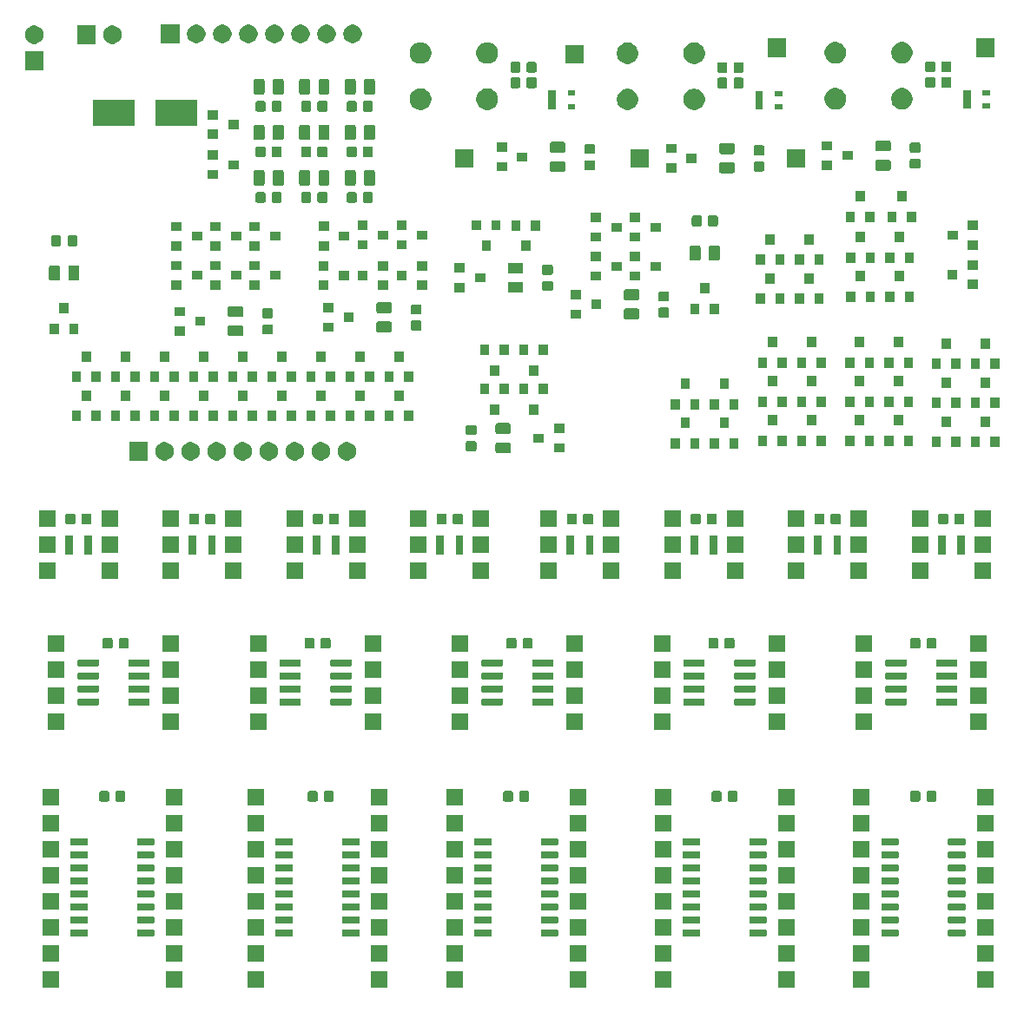
<source format=gbr>
G04 #@! TF.GenerationSoftware,KiCad,Pcbnew,(5.1.5)-3*
G04 #@! TF.CreationDate,2020-02-26T16:32:23+01:00*
G04 #@! TF.ProjectId,Testingboard,54657374-696e-4676-926f-6172642e6b69,rev?*
G04 #@! TF.SameCoordinates,Original*
G04 #@! TF.FileFunction,Soldermask,Top*
G04 #@! TF.FilePolarity,Negative*
%FSLAX46Y46*%
G04 Gerber Fmt 4.6, Leading zero omitted, Abs format (unit mm)*
G04 Created by KiCad (PCBNEW (5.1.5)-3) date 2020-02-26 16:32:23*
%MOMM*%
%LPD*%
G04 APERTURE LIST*
%ADD10C,0.100000*%
G04 APERTURE END LIST*
D10*
G36*
X112561000Y-133579500D02*
G01*
X110959000Y-133579500D01*
X110959000Y-131977500D01*
X112561000Y-131977500D01*
X112561000Y-133579500D01*
G37*
G36*
X171616000Y-133579500D02*
G01*
X170014000Y-133579500D01*
X170014000Y-131977500D01*
X171616000Y-131977500D01*
X171616000Y-133579500D01*
G37*
G36*
X131928500Y-133579500D02*
G01*
X130326500Y-133579500D01*
X130326500Y-131977500D01*
X131928500Y-131977500D01*
X131928500Y-133579500D01*
G37*
G36*
X143993500Y-133579500D02*
G01*
X142391500Y-133579500D01*
X142391500Y-131977500D01*
X143993500Y-131977500D01*
X143993500Y-133579500D01*
G37*
G36*
X164313500Y-133579500D02*
G01*
X162711500Y-133579500D01*
X162711500Y-131977500D01*
X164313500Y-131977500D01*
X164313500Y-133579500D01*
G37*
G36*
X152248500Y-133579500D02*
G01*
X150646500Y-133579500D01*
X150646500Y-131977500D01*
X152248500Y-131977500D01*
X152248500Y-133579500D01*
G37*
G36*
X92558500Y-133579500D02*
G01*
X90956500Y-133579500D01*
X90956500Y-131977500D01*
X92558500Y-131977500D01*
X92558500Y-133579500D01*
G37*
G36*
X124626000Y-133579500D02*
G01*
X123024000Y-133579500D01*
X123024000Y-131977500D01*
X124626000Y-131977500D01*
X124626000Y-133579500D01*
G37*
G36*
X183681000Y-133579500D02*
G01*
X182079000Y-133579500D01*
X182079000Y-131977500D01*
X183681000Y-131977500D01*
X183681000Y-133579500D01*
G37*
G36*
X104623500Y-133579500D02*
G01*
X103021500Y-133579500D01*
X103021500Y-131977500D01*
X104623500Y-131977500D01*
X104623500Y-133579500D01*
G37*
G36*
X152248500Y-131039500D02*
G01*
X150646500Y-131039500D01*
X150646500Y-129437500D01*
X152248500Y-129437500D01*
X152248500Y-131039500D01*
G37*
G36*
X131928500Y-131039500D02*
G01*
X130326500Y-131039500D01*
X130326500Y-129437500D01*
X131928500Y-129437500D01*
X131928500Y-131039500D01*
G37*
G36*
X143993500Y-131039500D02*
G01*
X142391500Y-131039500D01*
X142391500Y-129437500D01*
X143993500Y-129437500D01*
X143993500Y-131039500D01*
G37*
G36*
X112561000Y-131039500D02*
G01*
X110959000Y-131039500D01*
X110959000Y-129437500D01*
X112561000Y-129437500D01*
X112561000Y-131039500D01*
G37*
G36*
X124626000Y-131039500D02*
G01*
X123024000Y-131039500D01*
X123024000Y-129437500D01*
X124626000Y-129437500D01*
X124626000Y-131039500D01*
G37*
G36*
X104623500Y-131039500D02*
G01*
X103021500Y-131039500D01*
X103021500Y-129437500D01*
X104623500Y-129437500D01*
X104623500Y-131039500D01*
G37*
G36*
X164313500Y-131039500D02*
G01*
X162711500Y-131039500D01*
X162711500Y-129437500D01*
X164313500Y-129437500D01*
X164313500Y-131039500D01*
G37*
G36*
X183681000Y-131039500D02*
G01*
X182079000Y-131039500D01*
X182079000Y-129437500D01*
X183681000Y-129437500D01*
X183681000Y-131039500D01*
G37*
G36*
X171616000Y-131039500D02*
G01*
X170014000Y-131039500D01*
X170014000Y-129437500D01*
X171616000Y-129437500D01*
X171616000Y-131039500D01*
G37*
G36*
X92558500Y-131039500D02*
G01*
X90956500Y-131039500D01*
X90956500Y-129437500D01*
X92558500Y-129437500D01*
X92558500Y-131039500D01*
G37*
G36*
X115312487Y-127946524D02*
G01*
X115331230Y-127952210D01*
X115348497Y-127961439D01*
X115363636Y-127973864D01*
X115376061Y-127989003D01*
X115385290Y-128006270D01*
X115390976Y-128025013D01*
X115393500Y-128050640D01*
X115393500Y-128489360D01*
X115390976Y-128514987D01*
X115385290Y-128533730D01*
X115376061Y-128550997D01*
X115363636Y-128566136D01*
X115348497Y-128578561D01*
X115331230Y-128587790D01*
X115312487Y-128593476D01*
X115286860Y-128596000D01*
X113798140Y-128596000D01*
X113772513Y-128593476D01*
X113753770Y-128587790D01*
X113736503Y-128578561D01*
X113721364Y-128566136D01*
X113708939Y-128550997D01*
X113699710Y-128533730D01*
X113694024Y-128514987D01*
X113691500Y-128489360D01*
X113691500Y-128050640D01*
X113694024Y-128025013D01*
X113699710Y-128006270D01*
X113708939Y-127989003D01*
X113721364Y-127973864D01*
X113736503Y-127961439D01*
X113753770Y-127952210D01*
X113772513Y-127946524D01*
X113798140Y-127944000D01*
X115286860Y-127944000D01*
X115312487Y-127946524D01*
G37*
G36*
X101809987Y-127946524D02*
G01*
X101828730Y-127952210D01*
X101845997Y-127961439D01*
X101861136Y-127973864D01*
X101873561Y-127989003D01*
X101882790Y-128006270D01*
X101888476Y-128025013D01*
X101891000Y-128050640D01*
X101891000Y-128489360D01*
X101888476Y-128514987D01*
X101882790Y-128533730D01*
X101873561Y-128550997D01*
X101861136Y-128566136D01*
X101845997Y-128578561D01*
X101828730Y-128587790D01*
X101809987Y-128593476D01*
X101784360Y-128596000D01*
X100295640Y-128596000D01*
X100270013Y-128593476D01*
X100251270Y-128587790D01*
X100234003Y-128578561D01*
X100218864Y-128566136D01*
X100206439Y-128550997D01*
X100197210Y-128533730D01*
X100191524Y-128514987D01*
X100189000Y-128489360D01*
X100189000Y-128050640D01*
X100191524Y-128025013D01*
X100197210Y-128006270D01*
X100206439Y-127989003D01*
X100218864Y-127973864D01*
X100234003Y-127961439D01*
X100251270Y-127952210D01*
X100270013Y-127946524D01*
X100295640Y-127944000D01*
X101784360Y-127944000D01*
X101809987Y-127946524D01*
G37*
G36*
X141179987Y-127946524D02*
G01*
X141198730Y-127952210D01*
X141215997Y-127961439D01*
X141231136Y-127973864D01*
X141243561Y-127989003D01*
X141252790Y-128006270D01*
X141258476Y-128025013D01*
X141261000Y-128050640D01*
X141261000Y-128489360D01*
X141258476Y-128514987D01*
X141252790Y-128533730D01*
X141243561Y-128550997D01*
X141231136Y-128566136D01*
X141215997Y-128578561D01*
X141198730Y-128587790D01*
X141179987Y-128593476D01*
X141154360Y-128596000D01*
X139665640Y-128596000D01*
X139640013Y-128593476D01*
X139621270Y-128587790D01*
X139604003Y-128578561D01*
X139588864Y-128566136D01*
X139576439Y-128550997D01*
X139567210Y-128533730D01*
X139561524Y-128514987D01*
X139559000Y-128489360D01*
X139559000Y-128050640D01*
X139561524Y-128025013D01*
X139567210Y-128006270D01*
X139576439Y-127989003D01*
X139588864Y-127973864D01*
X139604003Y-127961439D01*
X139621270Y-127952210D01*
X139640013Y-127946524D01*
X139665640Y-127944000D01*
X141154360Y-127944000D01*
X141179987Y-127946524D01*
G37*
G36*
X134679987Y-127946524D02*
G01*
X134698730Y-127952210D01*
X134715997Y-127961439D01*
X134731136Y-127973864D01*
X134743561Y-127989003D01*
X134752790Y-128006270D01*
X134758476Y-128025013D01*
X134761000Y-128050640D01*
X134761000Y-128489360D01*
X134758476Y-128514987D01*
X134752790Y-128533730D01*
X134743561Y-128550997D01*
X134731136Y-128566136D01*
X134715997Y-128578561D01*
X134698730Y-128587790D01*
X134679987Y-128593476D01*
X134654360Y-128596000D01*
X133165640Y-128596000D01*
X133140013Y-128593476D01*
X133121270Y-128587790D01*
X133104003Y-128578561D01*
X133088864Y-128566136D01*
X133076439Y-128550997D01*
X133067210Y-128533730D01*
X133061524Y-128514987D01*
X133059000Y-128489360D01*
X133059000Y-128050640D01*
X133061524Y-128025013D01*
X133067210Y-128006270D01*
X133076439Y-127989003D01*
X133088864Y-127973864D01*
X133104003Y-127961439D01*
X133121270Y-127952210D01*
X133140013Y-127946524D01*
X133165640Y-127944000D01*
X134654360Y-127944000D01*
X134679987Y-127946524D01*
G37*
G36*
X95309987Y-127946524D02*
G01*
X95328730Y-127952210D01*
X95345997Y-127961439D01*
X95361136Y-127973864D01*
X95373561Y-127989003D01*
X95382790Y-128006270D01*
X95388476Y-128025013D01*
X95391000Y-128050640D01*
X95391000Y-128489360D01*
X95388476Y-128514987D01*
X95382790Y-128533730D01*
X95373561Y-128550997D01*
X95361136Y-128566136D01*
X95345997Y-128578561D01*
X95328730Y-128587790D01*
X95309987Y-128593476D01*
X95284360Y-128596000D01*
X93795640Y-128596000D01*
X93770013Y-128593476D01*
X93751270Y-128587790D01*
X93734003Y-128578561D01*
X93718864Y-128566136D01*
X93706439Y-128550997D01*
X93697210Y-128533730D01*
X93691524Y-128514987D01*
X93689000Y-128489360D01*
X93689000Y-128050640D01*
X93691524Y-128025013D01*
X93697210Y-128006270D01*
X93706439Y-127989003D01*
X93718864Y-127973864D01*
X93734003Y-127961439D01*
X93751270Y-127952210D01*
X93770013Y-127946524D01*
X93795640Y-127944000D01*
X95284360Y-127944000D01*
X95309987Y-127946524D01*
G37*
G36*
X121812487Y-127946524D02*
G01*
X121831230Y-127952210D01*
X121848497Y-127961439D01*
X121863636Y-127973864D01*
X121876061Y-127989003D01*
X121885290Y-128006270D01*
X121890976Y-128025013D01*
X121893500Y-128050640D01*
X121893500Y-128489360D01*
X121890976Y-128514987D01*
X121885290Y-128533730D01*
X121876061Y-128550997D01*
X121863636Y-128566136D01*
X121848497Y-128578561D01*
X121831230Y-128587790D01*
X121812487Y-128593476D01*
X121786860Y-128596000D01*
X120298140Y-128596000D01*
X120272513Y-128593476D01*
X120253770Y-128587790D01*
X120236503Y-128578561D01*
X120221364Y-128566136D01*
X120208939Y-128550997D01*
X120199710Y-128533730D01*
X120194024Y-128514987D01*
X120191500Y-128489360D01*
X120191500Y-128050640D01*
X120194024Y-128025013D01*
X120199710Y-128006270D01*
X120208939Y-127989003D01*
X120221364Y-127973864D01*
X120236503Y-127961439D01*
X120253770Y-127952210D01*
X120272513Y-127946524D01*
X120298140Y-127944000D01*
X121786860Y-127944000D01*
X121812487Y-127946524D01*
G37*
G36*
X154999987Y-127946524D02*
G01*
X155018730Y-127952210D01*
X155035997Y-127961439D01*
X155051136Y-127973864D01*
X155063561Y-127989003D01*
X155072790Y-128006270D01*
X155078476Y-128025013D01*
X155081000Y-128050640D01*
X155081000Y-128489360D01*
X155078476Y-128514987D01*
X155072790Y-128533730D01*
X155063561Y-128550997D01*
X155051136Y-128566136D01*
X155035997Y-128578561D01*
X155018730Y-128587790D01*
X154999987Y-128593476D01*
X154974360Y-128596000D01*
X153485640Y-128596000D01*
X153460013Y-128593476D01*
X153441270Y-128587790D01*
X153424003Y-128578561D01*
X153408864Y-128566136D01*
X153396439Y-128550997D01*
X153387210Y-128533730D01*
X153381524Y-128514987D01*
X153379000Y-128489360D01*
X153379000Y-128050640D01*
X153381524Y-128025013D01*
X153387210Y-128006270D01*
X153396439Y-127989003D01*
X153408864Y-127973864D01*
X153424003Y-127961439D01*
X153441270Y-127952210D01*
X153460013Y-127946524D01*
X153485640Y-127944000D01*
X154974360Y-127944000D01*
X154999987Y-127946524D01*
G37*
G36*
X174367487Y-127946524D02*
G01*
X174386230Y-127952210D01*
X174403497Y-127961439D01*
X174418636Y-127973864D01*
X174431061Y-127989003D01*
X174440290Y-128006270D01*
X174445976Y-128025013D01*
X174448500Y-128050640D01*
X174448500Y-128489360D01*
X174445976Y-128514987D01*
X174440290Y-128533730D01*
X174431061Y-128550997D01*
X174418636Y-128566136D01*
X174403497Y-128578561D01*
X174386230Y-128587790D01*
X174367487Y-128593476D01*
X174341860Y-128596000D01*
X172853140Y-128596000D01*
X172827513Y-128593476D01*
X172808770Y-128587790D01*
X172791503Y-128578561D01*
X172776364Y-128566136D01*
X172763939Y-128550997D01*
X172754710Y-128533730D01*
X172749024Y-128514987D01*
X172746500Y-128489360D01*
X172746500Y-128050640D01*
X172749024Y-128025013D01*
X172754710Y-128006270D01*
X172763939Y-127989003D01*
X172776364Y-127973864D01*
X172791503Y-127961439D01*
X172808770Y-127952210D01*
X172827513Y-127946524D01*
X172853140Y-127944000D01*
X174341860Y-127944000D01*
X174367487Y-127946524D01*
G37*
G36*
X180867487Y-127946524D02*
G01*
X180886230Y-127952210D01*
X180903497Y-127961439D01*
X180918636Y-127973864D01*
X180931061Y-127989003D01*
X180940290Y-128006270D01*
X180945976Y-128025013D01*
X180948500Y-128050640D01*
X180948500Y-128489360D01*
X180945976Y-128514987D01*
X180940290Y-128533730D01*
X180931061Y-128550997D01*
X180918636Y-128566136D01*
X180903497Y-128578561D01*
X180886230Y-128587790D01*
X180867487Y-128593476D01*
X180841860Y-128596000D01*
X179353140Y-128596000D01*
X179327513Y-128593476D01*
X179308770Y-128587790D01*
X179291503Y-128578561D01*
X179276364Y-128566136D01*
X179263939Y-128550997D01*
X179254710Y-128533730D01*
X179249024Y-128514987D01*
X179246500Y-128489360D01*
X179246500Y-128050640D01*
X179249024Y-128025013D01*
X179254710Y-128006270D01*
X179263939Y-127989003D01*
X179276364Y-127973864D01*
X179291503Y-127961439D01*
X179308770Y-127952210D01*
X179327513Y-127946524D01*
X179353140Y-127944000D01*
X180841860Y-127944000D01*
X180867487Y-127946524D01*
G37*
G36*
X161499987Y-127946524D02*
G01*
X161518730Y-127952210D01*
X161535997Y-127961439D01*
X161551136Y-127973864D01*
X161563561Y-127989003D01*
X161572790Y-128006270D01*
X161578476Y-128025013D01*
X161581000Y-128050640D01*
X161581000Y-128489360D01*
X161578476Y-128514987D01*
X161572790Y-128533730D01*
X161563561Y-128550997D01*
X161551136Y-128566136D01*
X161535997Y-128578561D01*
X161518730Y-128587790D01*
X161499987Y-128593476D01*
X161474360Y-128596000D01*
X159985640Y-128596000D01*
X159960013Y-128593476D01*
X159941270Y-128587790D01*
X159924003Y-128578561D01*
X159908864Y-128566136D01*
X159896439Y-128550997D01*
X159887210Y-128533730D01*
X159881524Y-128514987D01*
X159879000Y-128489360D01*
X159879000Y-128050640D01*
X159881524Y-128025013D01*
X159887210Y-128006270D01*
X159896439Y-127989003D01*
X159908864Y-127973864D01*
X159924003Y-127961439D01*
X159941270Y-127952210D01*
X159960013Y-127946524D01*
X159985640Y-127944000D01*
X161474360Y-127944000D01*
X161499987Y-127946524D01*
G37*
G36*
X171616000Y-128499500D02*
G01*
X170014000Y-128499500D01*
X170014000Y-126897500D01*
X171616000Y-126897500D01*
X171616000Y-128499500D01*
G37*
G36*
X92558500Y-128499500D02*
G01*
X90956500Y-128499500D01*
X90956500Y-126897500D01*
X92558500Y-126897500D01*
X92558500Y-128499500D01*
G37*
G36*
X104623500Y-128499500D02*
G01*
X103021500Y-128499500D01*
X103021500Y-126897500D01*
X104623500Y-126897500D01*
X104623500Y-128499500D01*
G37*
G36*
X112561000Y-128499500D02*
G01*
X110959000Y-128499500D01*
X110959000Y-126897500D01*
X112561000Y-126897500D01*
X112561000Y-128499500D01*
G37*
G36*
X124626000Y-128499500D02*
G01*
X123024000Y-128499500D01*
X123024000Y-126897500D01*
X124626000Y-126897500D01*
X124626000Y-128499500D01*
G37*
G36*
X131928500Y-128499500D02*
G01*
X130326500Y-128499500D01*
X130326500Y-126897500D01*
X131928500Y-126897500D01*
X131928500Y-128499500D01*
G37*
G36*
X152248500Y-128499500D02*
G01*
X150646500Y-128499500D01*
X150646500Y-126897500D01*
X152248500Y-126897500D01*
X152248500Y-128499500D01*
G37*
G36*
X143993500Y-128499500D02*
G01*
X142391500Y-128499500D01*
X142391500Y-126897500D01*
X143993500Y-126897500D01*
X143993500Y-128499500D01*
G37*
G36*
X164313500Y-128499500D02*
G01*
X162711500Y-128499500D01*
X162711500Y-126897500D01*
X164313500Y-126897500D01*
X164313500Y-128499500D01*
G37*
G36*
X183681000Y-128499500D02*
G01*
X182079000Y-128499500D01*
X182079000Y-126897500D01*
X183681000Y-126897500D01*
X183681000Y-128499500D01*
G37*
G36*
X141179987Y-126676524D02*
G01*
X141198730Y-126682210D01*
X141215997Y-126691439D01*
X141231136Y-126703864D01*
X141243561Y-126719003D01*
X141252790Y-126736270D01*
X141258476Y-126755013D01*
X141261000Y-126780640D01*
X141261000Y-127219360D01*
X141258476Y-127244987D01*
X141252790Y-127263730D01*
X141243561Y-127280997D01*
X141231136Y-127296136D01*
X141215997Y-127308561D01*
X141198730Y-127317790D01*
X141179987Y-127323476D01*
X141154360Y-127326000D01*
X139665640Y-127326000D01*
X139640013Y-127323476D01*
X139621270Y-127317790D01*
X139604003Y-127308561D01*
X139588864Y-127296136D01*
X139576439Y-127280997D01*
X139567210Y-127263730D01*
X139561524Y-127244987D01*
X139559000Y-127219360D01*
X139559000Y-126780640D01*
X139561524Y-126755013D01*
X139567210Y-126736270D01*
X139576439Y-126719003D01*
X139588864Y-126703864D01*
X139604003Y-126691439D01*
X139621270Y-126682210D01*
X139640013Y-126676524D01*
X139665640Y-126674000D01*
X141154360Y-126674000D01*
X141179987Y-126676524D01*
G37*
G36*
X161499987Y-126676524D02*
G01*
X161518730Y-126682210D01*
X161535997Y-126691439D01*
X161551136Y-126703864D01*
X161563561Y-126719003D01*
X161572790Y-126736270D01*
X161578476Y-126755013D01*
X161581000Y-126780640D01*
X161581000Y-127219360D01*
X161578476Y-127244987D01*
X161572790Y-127263730D01*
X161563561Y-127280997D01*
X161551136Y-127296136D01*
X161535997Y-127308561D01*
X161518730Y-127317790D01*
X161499987Y-127323476D01*
X161474360Y-127326000D01*
X159985640Y-127326000D01*
X159960013Y-127323476D01*
X159941270Y-127317790D01*
X159924003Y-127308561D01*
X159908864Y-127296136D01*
X159896439Y-127280997D01*
X159887210Y-127263730D01*
X159881524Y-127244987D01*
X159879000Y-127219360D01*
X159879000Y-126780640D01*
X159881524Y-126755013D01*
X159887210Y-126736270D01*
X159896439Y-126719003D01*
X159908864Y-126703864D01*
X159924003Y-126691439D01*
X159941270Y-126682210D01*
X159960013Y-126676524D01*
X159985640Y-126674000D01*
X161474360Y-126674000D01*
X161499987Y-126676524D01*
G37*
G36*
X154999987Y-126676524D02*
G01*
X155018730Y-126682210D01*
X155035997Y-126691439D01*
X155051136Y-126703864D01*
X155063561Y-126719003D01*
X155072790Y-126736270D01*
X155078476Y-126755013D01*
X155081000Y-126780640D01*
X155081000Y-127219360D01*
X155078476Y-127244987D01*
X155072790Y-127263730D01*
X155063561Y-127280997D01*
X155051136Y-127296136D01*
X155035997Y-127308561D01*
X155018730Y-127317790D01*
X154999987Y-127323476D01*
X154974360Y-127326000D01*
X153485640Y-127326000D01*
X153460013Y-127323476D01*
X153441270Y-127317790D01*
X153424003Y-127308561D01*
X153408864Y-127296136D01*
X153396439Y-127280997D01*
X153387210Y-127263730D01*
X153381524Y-127244987D01*
X153379000Y-127219360D01*
X153379000Y-126780640D01*
X153381524Y-126755013D01*
X153387210Y-126736270D01*
X153396439Y-126719003D01*
X153408864Y-126703864D01*
X153424003Y-126691439D01*
X153441270Y-126682210D01*
X153460013Y-126676524D01*
X153485640Y-126674000D01*
X154974360Y-126674000D01*
X154999987Y-126676524D01*
G37*
G36*
X180867487Y-126676524D02*
G01*
X180886230Y-126682210D01*
X180903497Y-126691439D01*
X180918636Y-126703864D01*
X180931061Y-126719003D01*
X180940290Y-126736270D01*
X180945976Y-126755013D01*
X180948500Y-126780640D01*
X180948500Y-127219360D01*
X180945976Y-127244987D01*
X180940290Y-127263730D01*
X180931061Y-127280997D01*
X180918636Y-127296136D01*
X180903497Y-127308561D01*
X180886230Y-127317790D01*
X180867487Y-127323476D01*
X180841860Y-127326000D01*
X179353140Y-127326000D01*
X179327513Y-127323476D01*
X179308770Y-127317790D01*
X179291503Y-127308561D01*
X179276364Y-127296136D01*
X179263939Y-127280997D01*
X179254710Y-127263730D01*
X179249024Y-127244987D01*
X179246500Y-127219360D01*
X179246500Y-126780640D01*
X179249024Y-126755013D01*
X179254710Y-126736270D01*
X179263939Y-126719003D01*
X179276364Y-126703864D01*
X179291503Y-126691439D01*
X179308770Y-126682210D01*
X179327513Y-126676524D01*
X179353140Y-126674000D01*
X180841860Y-126674000D01*
X180867487Y-126676524D01*
G37*
G36*
X174367487Y-126676524D02*
G01*
X174386230Y-126682210D01*
X174403497Y-126691439D01*
X174418636Y-126703864D01*
X174431061Y-126719003D01*
X174440290Y-126736270D01*
X174445976Y-126755013D01*
X174448500Y-126780640D01*
X174448500Y-127219360D01*
X174445976Y-127244987D01*
X174440290Y-127263730D01*
X174431061Y-127280997D01*
X174418636Y-127296136D01*
X174403497Y-127308561D01*
X174386230Y-127317790D01*
X174367487Y-127323476D01*
X174341860Y-127326000D01*
X172853140Y-127326000D01*
X172827513Y-127323476D01*
X172808770Y-127317790D01*
X172791503Y-127308561D01*
X172776364Y-127296136D01*
X172763939Y-127280997D01*
X172754710Y-127263730D01*
X172749024Y-127244987D01*
X172746500Y-127219360D01*
X172746500Y-126780640D01*
X172749024Y-126755013D01*
X172754710Y-126736270D01*
X172763939Y-126719003D01*
X172776364Y-126703864D01*
X172791503Y-126691439D01*
X172808770Y-126682210D01*
X172827513Y-126676524D01*
X172853140Y-126674000D01*
X174341860Y-126674000D01*
X174367487Y-126676524D01*
G37*
G36*
X134679987Y-126676524D02*
G01*
X134698730Y-126682210D01*
X134715997Y-126691439D01*
X134731136Y-126703864D01*
X134743561Y-126719003D01*
X134752790Y-126736270D01*
X134758476Y-126755013D01*
X134761000Y-126780640D01*
X134761000Y-127219360D01*
X134758476Y-127244987D01*
X134752790Y-127263730D01*
X134743561Y-127280997D01*
X134731136Y-127296136D01*
X134715997Y-127308561D01*
X134698730Y-127317790D01*
X134679987Y-127323476D01*
X134654360Y-127326000D01*
X133165640Y-127326000D01*
X133140013Y-127323476D01*
X133121270Y-127317790D01*
X133104003Y-127308561D01*
X133088864Y-127296136D01*
X133076439Y-127280997D01*
X133067210Y-127263730D01*
X133061524Y-127244987D01*
X133059000Y-127219360D01*
X133059000Y-126780640D01*
X133061524Y-126755013D01*
X133067210Y-126736270D01*
X133076439Y-126719003D01*
X133088864Y-126703864D01*
X133104003Y-126691439D01*
X133121270Y-126682210D01*
X133140013Y-126676524D01*
X133165640Y-126674000D01*
X134654360Y-126674000D01*
X134679987Y-126676524D01*
G37*
G36*
X95309987Y-126676524D02*
G01*
X95328730Y-126682210D01*
X95345997Y-126691439D01*
X95361136Y-126703864D01*
X95373561Y-126719003D01*
X95382790Y-126736270D01*
X95388476Y-126755013D01*
X95391000Y-126780640D01*
X95391000Y-127219360D01*
X95388476Y-127244987D01*
X95382790Y-127263730D01*
X95373561Y-127280997D01*
X95361136Y-127296136D01*
X95345997Y-127308561D01*
X95328730Y-127317790D01*
X95309987Y-127323476D01*
X95284360Y-127326000D01*
X93795640Y-127326000D01*
X93770013Y-127323476D01*
X93751270Y-127317790D01*
X93734003Y-127308561D01*
X93718864Y-127296136D01*
X93706439Y-127280997D01*
X93697210Y-127263730D01*
X93691524Y-127244987D01*
X93689000Y-127219360D01*
X93689000Y-126780640D01*
X93691524Y-126755013D01*
X93697210Y-126736270D01*
X93706439Y-126719003D01*
X93718864Y-126703864D01*
X93734003Y-126691439D01*
X93751270Y-126682210D01*
X93770013Y-126676524D01*
X93795640Y-126674000D01*
X95284360Y-126674000D01*
X95309987Y-126676524D01*
G37*
G36*
X121812487Y-126676524D02*
G01*
X121831230Y-126682210D01*
X121848497Y-126691439D01*
X121863636Y-126703864D01*
X121876061Y-126719003D01*
X121885290Y-126736270D01*
X121890976Y-126755013D01*
X121893500Y-126780640D01*
X121893500Y-127219360D01*
X121890976Y-127244987D01*
X121885290Y-127263730D01*
X121876061Y-127280997D01*
X121863636Y-127296136D01*
X121848497Y-127308561D01*
X121831230Y-127317790D01*
X121812487Y-127323476D01*
X121786860Y-127326000D01*
X120298140Y-127326000D01*
X120272513Y-127323476D01*
X120253770Y-127317790D01*
X120236503Y-127308561D01*
X120221364Y-127296136D01*
X120208939Y-127280997D01*
X120199710Y-127263730D01*
X120194024Y-127244987D01*
X120191500Y-127219360D01*
X120191500Y-126780640D01*
X120194024Y-126755013D01*
X120199710Y-126736270D01*
X120208939Y-126719003D01*
X120221364Y-126703864D01*
X120236503Y-126691439D01*
X120253770Y-126682210D01*
X120272513Y-126676524D01*
X120298140Y-126674000D01*
X121786860Y-126674000D01*
X121812487Y-126676524D01*
G37*
G36*
X101809987Y-126676524D02*
G01*
X101828730Y-126682210D01*
X101845997Y-126691439D01*
X101861136Y-126703864D01*
X101873561Y-126719003D01*
X101882790Y-126736270D01*
X101888476Y-126755013D01*
X101891000Y-126780640D01*
X101891000Y-127219360D01*
X101888476Y-127244987D01*
X101882790Y-127263730D01*
X101873561Y-127280997D01*
X101861136Y-127296136D01*
X101845997Y-127308561D01*
X101828730Y-127317790D01*
X101809987Y-127323476D01*
X101784360Y-127326000D01*
X100295640Y-127326000D01*
X100270013Y-127323476D01*
X100251270Y-127317790D01*
X100234003Y-127308561D01*
X100218864Y-127296136D01*
X100206439Y-127280997D01*
X100197210Y-127263730D01*
X100191524Y-127244987D01*
X100189000Y-127219360D01*
X100189000Y-126780640D01*
X100191524Y-126755013D01*
X100197210Y-126736270D01*
X100206439Y-126719003D01*
X100218864Y-126703864D01*
X100234003Y-126691439D01*
X100251270Y-126682210D01*
X100270013Y-126676524D01*
X100295640Y-126674000D01*
X101784360Y-126674000D01*
X101809987Y-126676524D01*
G37*
G36*
X115312487Y-126676524D02*
G01*
X115331230Y-126682210D01*
X115348497Y-126691439D01*
X115363636Y-126703864D01*
X115376061Y-126719003D01*
X115385290Y-126736270D01*
X115390976Y-126755013D01*
X115393500Y-126780640D01*
X115393500Y-127219360D01*
X115390976Y-127244987D01*
X115385290Y-127263730D01*
X115376061Y-127280997D01*
X115363636Y-127296136D01*
X115348497Y-127308561D01*
X115331230Y-127317790D01*
X115312487Y-127323476D01*
X115286860Y-127326000D01*
X113798140Y-127326000D01*
X113772513Y-127323476D01*
X113753770Y-127317790D01*
X113736503Y-127308561D01*
X113721364Y-127296136D01*
X113708939Y-127280997D01*
X113699710Y-127263730D01*
X113694024Y-127244987D01*
X113691500Y-127219360D01*
X113691500Y-126780640D01*
X113694024Y-126755013D01*
X113699710Y-126736270D01*
X113708939Y-126719003D01*
X113721364Y-126703864D01*
X113736503Y-126691439D01*
X113753770Y-126682210D01*
X113772513Y-126676524D01*
X113798140Y-126674000D01*
X115286860Y-126674000D01*
X115312487Y-126676524D01*
G37*
G36*
X101809987Y-125406524D02*
G01*
X101828730Y-125412210D01*
X101845997Y-125421439D01*
X101861136Y-125433864D01*
X101873561Y-125449003D01*
X101882790Y-125466270D01*
X101888476Y-125485013D01*
X101891000Y-125510640D01*
X101891000Y-125949360D01*
X101888476Y-125974987D01*
X101882790Y-125993730D01*
X101873561Y-126010997D01*
X101861136Y-126026136D01*
X101845997Y-126038561D01*
X101828730Y-126047790D01*
X101809987Y-126053476D01*
X101784360Y-126056000D01*
X100295640Y-126056000D01*
X100270013Y-126053476D01*
X100251270Y-126047790D01*
X100234003Y-126038561D01*
X100218864Y-126026136D01*
X100206439Y-126010997D01*
X100197210Y-125993730D01*
X100191524Y-125974987D01*
X100189000Y-125949360D01*
X100189000Y-125510640D01*
X100191524Y-125485013D01*
X100197210Y-125466270D01*
X100206439Y-125449003D01*
X100218864Y-125433864D01*
X100234003Y-125421439D01*
X100251270Y-125412210D01*
X100270013Y-125406524D01*
X100295640Y-125404000D01*
X101784360Y-125404000D01*
X101809987Y-125406524D01*
G37*
G36*
X115312487Y-125406524D02*
G01*
X115331230Y-125412210D01*
X115348497Y-125421439D01*
X115363636Y-125433864D01*
X115376061Y-125449003D01*
X115385290Y-125466270D01*
X115390976Y-125485013D01*
X115393500Y-125510640D01*
X115393500Y-125949360D01*
X115390976Y-125974987D01*
X115385290Y-125993730D01*
X115376061Y-126010997D01*
X115363636Y-126026136D01*
X115348497Y-126038561D01*
X115331230Y-126047790D01*
X115312487Y-126053476D01*
X115286860Y-126056000D01*
X113798140Y-126056000D01*
X113772513Y-126053476D01*
X113753770Y-126047790D01*
X113736503Y-126038561D01*
X113721364Y-126026136D01*
X113708939Y-126010997D01*
X113699710Y-125993730D01*
X113694024Y-125974987D01*
X113691500Y-125949360D01*
X113691500Y-125510640D01*
X113694024Y-125485013D01*
X113699710Y-125466270D01*
X113708939Y-125449003D01*
X113721364Y-125433864D01*
X113736503Y-125421439D01*
X113753770Y-125412210D01*
X113772513Y-125406524D01*
X113798140Y-125404000D01*
X115286860Y-125404000D01*
X115312487Y-125406524D01*
G37*
G36*
X141179987Y-125406524D02*
G01*
X141198730Y-125412210D01*
X141215997Y-125421439D01*
X141231136Y-125433864D01*
X141243561Y-125449003D01*
X141252790Y-125466270D01*
X141258476Y-125485013D01*
X141261000Y-125510640D01*
X141261000Y-125949360D01*
X141258476Y-125974987D01*
X141252790Y-125993730D01*
X141243561Y-126010997D01*
X141231136Y-126026136D01*
X141215997Y-126038561D01*
X141198730Y-126047790D01*
X141179987Y-126053476D01*
X141154360Y-126056000D01*
X139665640Y-126056000D01*
X139640013Y-126053476D01*
X139621270Y-126047790D01*
X139604003Y-126038561D01*
X139588864Y-126026136D01*
X139576439Y-126010997D01*
X139567210Y-125993730D01*
X139561524Y-125974987D01*
X139559000Y-125949360D01*
X139559000Y-125510640D01*
X139561524Y-125485013D01*
X139567210Y-125466270D01*
X139576439Y-125449003D01*
X139588864Y-125433864D01*
X139604003Y-125421439D01*
X139621270Y-125412210D01*
X139640013Y-125406524D01*
X139665640Y-125404000D01*
X141154360Y-125404000D01*
X141179987Y-125406524D01*
G37*
G36*
X154999987Y-125406524D02*
G01*
X155018730Y-125412210D01*
X155035997Y-125421439D01*
X155051136Y-125433864D01*
X155063561Y-125449003D01*
X155072790Y-125466270D01*
X155078476Y-125485013D01*
X155081000Y-125510640D01*
X155081000Y-125949360D01*
X155078476Y-125974987D01*
X155072790Y-125993730D01*
X155063561Y-126010997D01*
X155051136Y-126026136D01*
X155035997Y-126038561D01*
X155018730Y-126047790D01*
X154999987Y-126053476D01*
X154974360Y-126056000D01*
X153485640Y-126056000D01*
X153460013Y-126053476D01*
X153441270Y-126047790D01*
X153424003Y-126038561D01*
X153408864Y-126026136D01*
X153396439Y-126010997D01*
X153387210Y-125993730D01*
X153381524Y-125974987D01*
X153379000Y-125949360D01*
X153379000Y-125510640D01*
X153381524Y-125485013D01*
X153387210Y-125466270D01*
X153396439Y-125449003D01*
X153408864Y-125433864D01*
X153424003Y-125421439D01*
X153441270Y-125412210D01*
X153460013Y-125406524D01*
X153485640Y-125404000D01*
X154974360Y-125404000D01*
X154999987Y-125406524D01*
G37*
G36*
X121812487Y-125406524D02*
G01*
X121831230Y-125412210D01*
X121848497Y-125421439D01*
X121863636Y-125433864D01*
X121876061Y-125449003D01*
X121885290Y-125466270D01*
X121890976Y-125485013D01*
X121893500Y-125510640D01*
X121893500Y-125949360D01*
X121890976Y-125974987D01*
X121885290Y-125993730D01*
X121876061Y-126010997D01*
X121863636Y-126026136D01*
X121848497Y-126038561D01*
X121831230Y-126047790D01*
X121812487Y-126053476D01*
X121786860Y-126056000D01*
X120298140Y-126056000D01*
X120272513Y-126053476D01*
X120253770Y-126047790D01*
X120236503Y-126038561D01*
X120221364Y-126026136D01*
X120208939Y-126010997D01*
X120199710Y-125993730D01*
X120194024Y-125974987D01*
X120191500Y-125949360D01*
X120191500Y-125510640D01*
X120194024Y-125485013D01*
X120199710Y-125466270D01*
X120208939Y-125449003D01*
X120221364Y-125433864D01*
X120236503Y-125421439D01*
X120253770Y-125412210D01*
X120272513Y-125406524D01*
X120298140Y-125404000D01*
X121786860Y-125404000D01*
X121812487Y-125406524D01*
G37*
G36*
X180867487Y-125406524D02*
G01*
X180886230Y-125412210D01*
X180903497Y-125421439D01*
X180918636Y-125433864D01*
X180931061Y-125449003D01*
X180940290Y-125466270D01*
X180945976Y-125485013D01*
X180948500Y-125510640D01*
X180948500Y-125949360D01*
X180945976Y-125974987D01*
X180940290Y-125993730D01*
X180931061Y-126010997D01*
X180918636Y-126026136D01*
X180903497Y-126038561D01*
X180886230Y-126047790D01*
X180867487Y-126053476D01*
X180841860Y-126056000D01*
X179353140Y-126056000D01*
X179327513Y-126053476D01*
X179308770Y-126047790D01*
X179291503Y-126038561D01*
X179276364Y-126026136D01*
X179263939Y-126010997D01*
X179254710Y-125993730D01*
X179249024Y-125974987D01*
X179246500Y-125949360D01*
X179246500Y-125510640D01*
X179249024Y-125485013D01*
X179254710Y-125466270D01*
X179263939Y-125449003D01*
X179276364Y-125433864D01*
X179291503Y-125421439D01*
X179308770Y-125412210D01*
X179327513Y-125406524D01*
X179353140Y-125404000D01*
X180841860Y-125404000D01*
X180867487Y-125406524D01*
G37*
G36*
X161499987Y-125406524D02*
G01*
X161518730Y-125412210D01*
X161535997Y-125421439D01*
X161551136Y-125433864D01*
X161563561Y-125449003D01*
X161572790Y-125466270D01*
X161578476Y-125485013D01*
X161581000Y-125510640D01*
X161581000Y-125949360D01*
X161578476Y-125974987D01*
X161572790Y-125993730D01*
X161563561Y-126010997D01*
X161551136Y-126026136D01*
X161535997Y-126038561D01*
X161518730Y-126047790D01*
X161499987Y-126053476D01*
X161474360Y-126056000D01*
X159985640Y-126056000D01*
X159960013Y-126053476D01*
X159941270Y-126047790D01*
X159924003Y-126038561D01*
X159908864Y-126026136D01*
X159896439Y-126010997D01*
X159887210Y-125993730D01*
X159881524Y-125974987D01*
X159879000Y-125949360D01*
X159879000Y-125510640D01*
X159881524Y-125485013D01*
X159887210Y-125466270D01*
X159896439Y-125449003D01*
X159908864Y-125433864D01*
X159924003Y-125421439D01*
X159941270Y-125412210D01*
X159960013Y-125406524D01*
X159985640Y-125404000D01*
X161474360Y-125404000D01*
X161499987Y-125406524D01*
G37*
G36*
X134679987Y-125406524D02*
G01*
X134698730Y-125412210D01*
X134715997Y-125421439D01*
X134731136Y-125433864D01*
X134743561Y-125449003D01*
X134752790Y-125466270D01*
X134758476Y-125485013D01*
X134761000Y-125510640D01*
X134761000Y-125949360D01*
X134758476Y-125974987D01*
X134752790Y-125993730D01*
X134743561Y-126010997D01*
X134731136Y-126026136D01*
X134715997Y-126038561D01*
X134698730Y-126047790D01*
X134679987Y-126053476D01*
X134654360Y-126056000D01*
X133165640Y-126056000D01*
X133140013Y-126053476D01*
X133121270Y-126047790D01*
X133104003Y-126038561D01*
X133088864Y-126026136D01*
X133076439Y-126010997D01*
X133067210Y-125993730D01*
X133061524Y-125974987D01*
X133059000Y-125949360D01*
X133059000Y-125510640D01*
X133061524Y-125485013D01*
X133067210Y-125466270D01*
X133076439Y-125449003D01*
X133088864Y-125433864D01*
X133104003Y-125421439D01*
X133121270Y-125412210D01*
X133140013Y-125406524D01*
X133165640Y-125404000D01*
X134654360Y-125404000D01*
X134679987Y-125406524D01*
G37*
G36*
X174367487Y-125406524D02*
G01*
X174386230Y-125412210D01*
X174403497Y-125421439D01*
X174418636Y-125433864D01*
X174431061Y-125449003D01*
X174440290Y-125466270D01*
X174445976Y-125485013D01*
X174448500Y-125510640D01*
X174448500Y-125949360D01*
X174445976Y-125974987D01*
X174440290Y-125993730D01*
X174431061Y-126010997D01*
X174418636Y-126026136D01*
X174403497Y-126038561D01*
X174386230Y-126047790D01*
X174367487Y-126053476D01*
X174341860Y-126056000D01*
X172853140Y-126056000D01*
X172827513Y-126053476D01*
X172808770Y-126047790D01*
X172791503Y-126038561D01*
X172776364Y-126026136D01*
X172763939Y-126010997D01*
X172754710Y-125993730D01*
X172749024Y-125974987D01*
X172746500Y-125949360D01*
X172746500Y-125510640D01*
X172749024Y-125485013D01*
X172754710Y-125466270D01*
X172763939Y-125449003D01*
X172776364Y-125433864D01*
X172791503Y-125421439D01*
X172808770Y-125412210D01*
X172827513Y-125406524D01*
X172853140Y-125404000D01*
X174341860Y-125404000D01*
X174367487Y-125406524D01*
G37*
G36*
X95309987Y-125406524D02*
G01*
X95328730Y-125412210D01*
X95345997Y-125421439D01*
X95361136Y-125433864D01*
X95373561Y-125449003D01*
X95382790Y-125466270D01*
X95388476Y-125485013D01*
X95391000Y-125510640D01*
X95391000Y-125949360D01*
X95388476Y-125974987D01*
X95382790Y-125993730D01*
X95373561Y-126010997D01*
X95361136Y-126026136D01*
X95345997Y-126038561D01*
X95328730Y-126047790D01*
X95309987Y-126053476D01*
X95284360Y-126056000D01*
X93795640Y-126056000D01*
X93770013Y-126053476D01*
X93751270Y-126047790D01*
X93734003Y-126038561D01*
X93718864Y-126026136D01*
X93706439Y-126010997D01*
X93697210Y-125993730D01*
X93691524Y-125974987D01*
X93689000Y-125949360D01*
X93689000Y-125510640D01*
X93691524Y-125485013D01*
X93697210Y-125466270D01*
X93706439Y-125449003D01*
X93718864Y-125433864D01*
X93734003Y-125421439D01*
X93751270Y-125412210D01*
X93770013Y-125406524D01*
X93795640Y-125404000D01*
X95284360Y-125404000D01*
X95309987Y-125406524D01*
G37*
G36*
X124626000Y-125959500D02*
G01*
X123024000Y-125959500D01*
X123024000Y-124357500D01*
X124626000Y-124357500D01*
X124626000Y-125959500D01*
G37*
G36*
X112561000Y-125959500D02*
G01*
X110959000Y-125959500D01*
X110959000Y-124357500D01*
X112561000Y-124357500D01*
X112561000Y-125959500D01*
G37*
G36*
X104623500Y-125959500D02*
G01*
X103021500Y-125959500D01*
X103021500Y-124357500D01*
X104623500Y-124357500D01*
X104623500Y-125959500D01*
G37*
G36*
X92558500Y-125959500D02*
G01*
X90956500Y-125959500D01*
X90956500Y-124357500D01*
X92558500Y-124357500D01*
X92558500Y-125959500D01*
G37*
G36*
X183681000Y-125959500D02*
G01*
X182079000Y-125959500D01*
X182079000Y-124357500D01*
X183681000Y-124357500D01*
X183681000Y-125959500D01*
G37*
G36*
X171616000Y-125959500D02*
G01*
X170014000Y-125959500D01*
X170014000Y-124357500D01*
X171616000Y-124357500D01*
X171616000Y-125959500D01*
G37*
G36*
X164313500Y-125959500D02*
G01*
X162711500Y-125959500D01*
X162711500Y-124357500D01*
X164313500Y-124357500D01*
X164313500Y-125959500D01*
G37*
G36*
X152248500Y-125959500D02*
G01*
X150646500Y-125959500D01*
X150646500Y-124357500D01*
X152248500Y-124357500D01*
X152248500Y-125959500D01*
G37*
G36*
X131928500Y-125959500D02*
G01*
X130326500Y-125959500D01*
X130326500Y-124357500D01*
X131928500Y-124357500D01*
X131928500Y-125959500D01*
G37*
G36*
X143993500Y-125959500D02*
G01*
X142391500Y-125959500D01*
X142391500Y-124357500D01*
X143993500Y-124357500D01*
X143993500Y-125959500D01*
G37*
G36*
X154999987Y-124136524D02*
G01*
X155018730Y-124142210D01*
X155035997Y-124151439D01*
X155051136Y-124163864D01*
X155063561Y-124179003D01*
X155072790Y-124196270D01*
X155078476Y-124215013D01*
X155081000Y-124240640D01*
X155081000Y-124679360D01*
X155078476Y-124704987D01*
X155072790Y-124723730D01*
X155063561Y-124740997D01*
X155051136Y-124756136D01*
X155035997Y-124768561D01*
X155018730Y-124777790D01*
X154999987Y-124783476D01*
X154974360Y-124786000D01*
X153485640Y-124786000D01*
X153460013Y-124783476D01*
X153441270Y-124777790D01*
X153424003Y-124768561D01*
X153408864Y-124756136D01*
X153396439Y-124740997D01*
X153387210Y-124723730D01*
X153381524Y-124704987D01*
X153379000Y-124679360D01*
X153379000Y-124240640D01*
X153381524Y-124215013D01*
X153387210Y-124196270D01*
X153396439Y-124179003D01*
X153408864Y-124163864D01*
X153424003Y-124151439D01*
X153441270Y-124142210D01*
X153460013Y-124136524D01*
X153485640Y-124134000D01*
X154974360Y-124134000D01*
X154999987Y-124136524D01*
G37*
G36*
X95309987Y-124136524D02*
G01*
X95328730Y-124142210D01*
X95345997Y-124151439D01*
X95361136Y-124163864D01*
X95373561Y-124179003D01*
X95382790Y-124196270D01*
X95388476Y-124215013D01*
X95391000Y-124240640D01*
X95391000Y-124679360D01*
X95388476Y-124704987D01*
X95382790Y-124723730D01*
X95373561Y-124740997D01*
X95361136Y-124756136D01*
X95345997Y-124768561D01*
X95328730Y-124777790D01*
X95309987Y-124783476D01*
X95284360Y-124786000D01*
X93795640Y-124786000D01*
X93770013Y-124783476D01*
X93751270Y-124777790D01*
X93734003Y-124768561D01*
X93718864Y-124756136D01*
X93706439Y-124740997D01*
X93697210Y-124723730D01*
X93691524Y-124704987D01*
X93689000Y-124679360D01*
X93689000Y-124240640D01*
X93691524Y-124215013D01*
X93697210Y-124196270D01*
X93706439Y-124179003D01*
X93718864Y-124163864D01*
X93734003Y-124151439D01*
X93751270Y-124142210D01*
X93770013Y-124136524D01*
X93795640Y-124134000D01*
X95284360Y-124134000D01*
X95309987Y-124136524D01*
G37*
G36*
X180867487Y-124136524D02*
G01*
X180886230Y-124142210D01*
X180903497Y-124151439D01*
X180918636Y-124163864D01*
X180931061Y-124179003D01*
X180940290Y-124196270D01*
X180945976Y-124215013D01*
X180948500Y-124240640D01*
X180948500Y-124679360D01*
X180945976Y-124704987D01*
X180940290Y-124723730D01*
X180931061Y-124740997D01*
X180918636Y-124756136D01*
X180903497Y-124768561D01*
X180886230Y-124777790D01*
X180867487Y-124783476D01*
X180841860Y-124786000D01*
X179353140Y-124786000D01*
X179327513Y-124783476D01*
X179308770Y-124777790D01*
X179291503Y-124768561D01*
X179276364Y-124756136D01*
X179263939Y-124740997D01*
X179254710Y-124723730D01*
X179249024Y-124704987D01*
X179246500Y-124679360D01*
X179246500Y-124240640D01*
X179249024Y-124215013D01*
X179254710Y-124196270D01*
X179263939Y-124179003D01*
X179276364Y-124163864D01*
X179291503Y-124151439D01*
X179308770Y-124142210D01*
X179327513Y-124136524D01*
X179353140Y-124134000D01*
X180841860Y-124134000D01*
X180867487Y-124136524D01*
G37*
G36*
X115312487Y-124136524D02*
G01*
X115331230Y-124142210D01*
X115348497Y-124151439D01*
X115363636Y-124163864D01*
X115376061Y-124179003D01*
X115385290Y-124196270D01*
X115390976Y-124215013D01*
X115393500Y-124240640D01*
X115393500Y-124679360D01*
X115390976Y-124704987D01*
X115385290Y-124723730D01*
X115376061Y-124740997D01*
X115363636Y-124756136D01*
X115348497Y-124768561D01*
X115331230Y-124777790D01*
X115312487Y-124783476D01*
X115286860Y-124786000D01*
X113798140Y-124786000D01*
X113772513Y-124783476D01*
X113753770Y-124777790D01*
X113736503Y-124768561D01*
X113721364Y-124756136D01*
X113708939Y-124740997D01*
X113699710Y-124723730D01*
X113694024Y-124704987D01*
X113691500Y-124679360D01*
X113691500Y-124240640D01*
X113694024Y-124215013D01*
X113699710Y-124196270D01*
X113708939Y-124179003D01*
X113721364Y-124163864D01*
X113736503Y-124151439D01*
X113753770Y-124142210D01*
X113772513Y-124136524D01*
X113798140Y-124134000D01*
X115286860Y-124134000D01*
X115312487Y-124136524D01*
G37*
G36*
X161499987Y-124136524D02*
G01*
X161518730Y-124142210D01*
X161535997Y-124151439D01*
X161551136Y-124163864D01*
X161563561Y-124179003D01*
X161572790Y-124196270D01*
X161578476Y-124215013D01*
X161581000Y-124240640D01*
X161581000Y-124679360D01*
X161578476Y-124704987D01*
X161572790Y-124723730D01*
X161563561Y-124740997D01*
X161551136Y-124756136D01*
X161535997Y-124768561D01*
X161518730Y-124777790D01*
X161499987Y-124783476D01*
X161474360Y-124786000D01*
X159985640Y-124786000D01*
X159960013Y-124783476D01*
X159941270Y-124777790D01*
X159924003Y-124768561D01*
X159908864Y-124756136D01*
X159896439Y-124740997D01*
X159887210Y-124723730D01*
X159881524Y-124704987D01*
X159879000Y-124679360D01*
X159879000Y-124240640D01*
X159881524Y-124215013D01*
X159887210Y-124196270D01*
X159896439Y-124179003D01*
X159908864Y-124163864D01*
X159924003Y-124151439D01*
X159941270Y-124142210D01*
X159960013Y-124136524D01*
X159985640Y-124134000D01*
X161474360Y-124134000D01*
X161499987Y-124136524D01*
G37*
G36*
X101809987Y-124136524D02*
G01*
X101828730Y-124142210D01*
X101845997Y-124151439D01*
X101861136Y-124163864D01*
X101873561Y-124179003D01*
X101882790Y-124196270D01*
X101888476Y-124215013D01*
X101891000Y-124240640D01*
X101891000Y-124679360D01*
X101888476Y-124704987D01*
X101882790Y-124723730D01*
X101873561Y-124740997D01*
X101861136Y-124756136D01*
X101845997Y-124768561D01*
X101828730Y-124777790D01*
X101809987Y-124783476D01*
X101784360Y-124786000D01*
X100295640Y-124786000D01*
X100270013Y-124783476D01*
X100251270Y-124777790D01*
X100234003Y-124768561D01*
X100218864Y-124756136D01*
X100206439Y-124740997D01*
X100197210Y-124723730D01*
X100191524Y-124704987D01*
X100189000Y-124679360D01*
X100189000Y-124240640D01*
X100191524Y-124215013D01*
X100197210Y-124196270D01*
X100206439Y-124179003D01*
X100218864Y-124163864D01*
X100234003Y-124151439D01*
X100251270Y-124142210D01*
X100270013Y-124136524D01*
X100295640Y-124134000D01*
X101784360Y-124134000D01*
X101809987Y-124136524D01*
G37*
G36*
X141179987Y-124136524D02*
G01*
X141198730Y-124142210D01*
X141215997Y-124151439D01*
X141231136Y-124163864D01*
X141243561Y-124179003D01*
X141252790Y-124196270D01*
X141258476Y-124215013D01*
X141261000Y-124240640D01*
X141261000Y-124679360D01*
X141258476Y-124704987D01*
X141252790Y-124723730D01*
X141243561Y-124740997D01*
X141231136Y-124756136D01*
X141215997Y-124768561D01*
X141198730Y-124777790D01*
X141179987Y-124783476D01*
X141154360Y-124786000D01*
X139665640Y-124786000D01*
X139640013Y-124783476D01*
X139621270Y-124777790D01*
X139604003Y-124768561D01*
X139588864Y-124756136D01*
X139576439Y-124740997D01*
X139567210Y-124723730D01*
X139561524Y-124704987D01*
X139559000Y-124679360D01*
X139559000Y-124240640D01*
X139561524Y-124215013D01*
X139567210Y-124196270D01*
X139576439Y-124179003D01*
X139588864Y-124163864D01*
X139604003Y-124151439D01*
X139621270Y-124142210D01*
X139640013Y-124136524D01*
X139665640Y-124134000D01*
X141154360Y-124134000D01*
X141179987Y-124136524D01*
G37*
G36*
X134679987Y-124136524D02*
G01*
X134698730Y-124142210D01*
X134715997Y-124151439D01*
X134731136Y-124163864D01*
X134743561Y-124179003D01*
X134752790Y-124196270D01*
X134758476Y-124215013D01*
X134761000Y-124240640D01*
X134761000Y-124679360D01*
X134758476Y-124704987D01*
X134752790Y-124723730D01*
X134743561Y-124740997D01*
X134731136Y-124756136D01*
X134715997Y-124768561D01*
X134698730Y-124777790D01*
X134679987Y-124783476D01*
X134654360Y-124786000D01*
X133165640Y-124786000D01*
X133140013Y-124783476D01*
X133121270Y-124777790D01*
X133104003Y-124768561D01*
X133088864Y-124756136D01*
X133076439Y-124740997D01*
X133067210Y-124723730D01*
X133061524Y-124704987D01*
X133059000Y-124679360D01*
X133059000Y-124240640D01*
X133061524Y-124215013D01*
X133067210Y-124196270D01*
X133076439Y-124179003D01*
X133088864Y-124163864D01*
X133104003Y-124151439D01*
X133121270Y-124142210D01*
X133140013Y-124136524D01*
X133165640Y-124134000D01*
X134654360Y-124134000D01*
X134679987Y-124136524D01*
G37*
G36*
X174367487Y-124136524D02*
G01*
X174386230Y-124142210D01*
X174403497Y-124151439D01*
X174418636Y-124163864D01*
X174431061Y-124179003D01*
X174440290Y-124196270D01*
X174445976Y-124215013D01*
X174448500Y-124240640D01*
X174448500Y-124679360D01*
X174445976Y-124704987D01*
X174440290Y-124723730D01*
X174431061Y-124740997D01*
X174418636Y-124756136D01*
X174403497Y-124768561D01*
X174386230Y-124777790D01*
X174367487Y-124783476D01*
X174341860Y-124786000D01*
X172853140Y-124786000D01*
X172827513Y-124783476D01*
X172808770Y-124777790D01*
X172791503Y-124768561D01*
X172776364Y-124756136D01*
X172763939Y-124740997D01*
X172754710Y-124723730D01*
X172749024Y-124704987D01*
X172746500Y-124679360D01*
X172746500Y-124240640D01*
X172749024Y-124215013D01*
X172754710Y-124196270D01*
X172763939Y-124179003D01*
X172776364Y-124163864D01*
X172791503Y-124151439D01*
X172808770Y-124142210D01*
X172827513Y-124136524D01*
X172853140Y-124134000D01*
X174341860Y-124134000D01*
X174367487Y-124136524D01*
G37*
G36*
X121812487Y-124136524D02*
G01*
X121831230Y-124142210D01*
X121848497Y-124151439D01*
X121863636Y-124163864D01*
X121876061Y-124179003D01*
X121885290Y-124196270D01*
X121890976Y-124215013D01*
X121893500Y-124240640D01*
X121893500Y-124679360D01*
X121890976Y-124704987D01*
X121885290Y-124723730D01*
X121876061Y-124740997D01*
X121863636Y-124756136D01*
X121848497Y-124768561D01*
X121831230Y-124777790D01*
X121812487Y-124783476D01*
X121786860Y-124786000D01*
X120298140Y-124786000D01*
X120272513Y-124783476D01*
X120253770Y-124777790D01*
X120236503Y-124768561D01*
X120221364Y-124756136D01*
X120208939Y-124740997D01*
X120199710Y-124723730D01*
X120194024Y-124704987D01*
X120191500Y-124679360D01*
X120191500Y-124240640D01*
X120194024Y-124215013D01*
X120199710Y-124196270D01*
X120208939Y-124179003D01*
X120221364Y-124163864D01*
X120236503Y-124151439D01*
X120253770Y-124142210D01*
X120272513Y-124136524D01*
X120298140Y-124134000D01*
X121786860Y-124134000D01*
X121812487Y-124136524D01*
G37*
G36*
X141179987Y-122866524D02*
G01*
X141198730Y-122872210D01*
X141215997Y-122881439D01*
X141231136Y-122893864D01*
X141243561Y-122909003D01*
X141252790Y-122926270D01*
X141258476Y-122945013D01*
X141261000Y-122970640D01*
X141261000Y-123409360D01*
X141258476Y-123434987D01*
X141252790Y-123453730D01*
X141243561Y-123470997D01*
X141231136Y-123486136D01*
X141215997Y-123498561D01*
X141198730Y-123507790D01*
X141179987Y-123513476D01*
X141154360Y-123516000D01*
X139665640Y-123516000D01*
X139640013Y-123513476D01*
X139621270Y-123507790D01*
X139604003Y-123498561D01*
X139588864Y-123486136D01*
X139576439Y-123470997D01*
X139567210Y-123453730D01*
X139561524Y-123434987D01*
X139559000Y-123409360D01*
X139559000Y-122970640D01*
X139561524Y-122945013D01*
X139567210Y-122926270D01*
X139576439Y-122909003D01*
X139588864Y-122893864D01*
X139604003Y-122881439D01*
X139621270Y-122872210D01*
X139640013Y-122866524D01*
X139665640Y-122864000D01*
X141154360Y-122864000D01*
X141179987Y-122866524D01*
G37*
G36*
X115312487Y-122866524D02*
G01*
X115331230Y-122872210D01*
X115348497Y-122881439D01*
X115363636Y-122893864D01*
X115376061Y-122909003D01*
X115385290Y-122926270D01*
X115390976Y-122945013D01*
X115393500Y-122970640D01*
X115393500Y-123409360D01*
X115390976Y-123434987D01*
X115385290Y-123453730D01*
X115376061Y-123470997D01*
X115363636Y-123486136D01*
X115348497Y-123498561D01*
X115331230Y-123507790D01*
X115312487Y-123513476D01*
X115286860Y-123516000D01*
X113798140Y-123516000D01*
X113772513Y-123513476D01*
X113753770Y-123507790D01*
X113736503Y-123498561D01*
X113721364Y-123486136D01*
X113708939Y-123470997D01*
X113699710Y-123453730D01*
X113694024Y-123434987D01*
X113691500Y-123409360D01*
X113691500Y-122970640D01*
X113694024Y-122945013D01*
X113699710Y-122926270D01*
X113708939Y-122909003D01*
X113721364Y-122893864D01*
X113736503Y-122881439D01*
X113753770Y-122872210D01*
X113772513Y-122866524D01*
X113798140Y-122864000D01*
X115286860Y-122864000D01*
X115312487Y-122866524D01*
G37*
G36*
X101809987Y-122866524D02*
G01*
X101828730Y-122872210D01*
X101845997Y-122881439D01*
X101861136Y-122893864D01*
X101873561Y-122909003D01*
X101882790Y-122926270D01*
X101888476Y-122945013D01*
X101891000Y-122970640D01*
X101891000Y-123409360D01*
X101888476Y-123434987D01*
X101882790Y-123453730D01*
X101873561Y-123470997D01*
X101861136Y-123486136D01*
X101845997Y-123498561D01*
X101828730Y-123507790D01*
X101809987Y-123513476D01*
X101784360Y-123516000D01*
X100295640Y-123516000D01*
X100270013Y-123513476D01*
X100251270Y-123507790D01*
X100234003Y-123498561D01*
X100218864Y-123486136D01*
X100206439Y-123470997D01*
X100197210Y-123453730D01*
X100191524Y-123434987D01*
X100189000Y-123409360D01*
X100189000Y-122970640D01*
X100191524Y-122945013D01*
X100197210Y-122926270D01*
X100206439Y-122909003D01*
X100218864Y-122893864D01*
X100234003Y-122881439D01*
X100251270Y-122872210D01*
X100270013Y-122866524D01*
X100295640Y-122864000D01*
X101784360Y-122864000D01*
X101809987Y-122866524D01*
G37*
G36*
X121812487Y-122866524D02*
G01*
X121831230Y-122872210D01*
X121848497Y-122881439D01*
X121863636Y-122893864D01*
X121876061Y-122909003D01*
X121885290Y-122926270D01*
X121890976Y-122945013D01*
X121893500Y-122970640D01*
X121893500Y-123409360D01*
X121890976Y-123434987D01*
X121885290Y-123453730D01*
X121876061Y-123470997D01*
X121863636Y-123486136D01*
X121848497Y-123498561D01*
X121831230Y-123507790D01*
X121812487Y-123513476D01*
X121786860Y-123516000D01*
X120298140Y-123516000D01*
X120272513Y-123513476D01*
X120253770Y-123507790D01*
X120236503Y-123498561D01*
X120221364Y-123486136D01*
X120208939Y-123470997D01*
X120199710Y-123453730D01*
X120194024Y-123434987D01*
X120191500Y-123409360D01*
X120191500Y-122970640D01*
X120194024Y-122945013D01*
X120199710Y-122926270D01*
X120208939Y-122909003D01*
X120221364Y-122893864D01*
X120236503Y-122881439D01*
X120253770Y-122872210D01*
X120272513Y-122866524D01*
X120298140Y-122864000D01*
X121786860Y-122864000D01*
X121812487Y-122866524D01*
G37*
G36*
X154999987Y-122866524D02*
G01*
X155018730Y-122872210D01*
X155035997Y-122881439D01*
X155051136Y-122893864D01*
X155063561Y-122909003D01*
X155072790Y-122926270D01*
X155078476Y-122945013D01*
X155081000Y-122970640D01*
X155081000Y-123409360D01*
X155078476Y-123434987D01*
X155072790Y-123453730D01*
X155063561Y-123470997D01*
X155051136Y-123486136D01*
X155035997Y-123498561D01*
X155018730Y-123507790D01*
X154999987Y-123513476D01*
X154974360Y-123516000D01*
X153485640Y-123516000D01*
X153460013Y-123513476D01*
X153441270Y-123507790D01*
X153424003Y-123498561D01*
X153408864Y-123486136D01*
X153396439Y-123470997D01*
X153387210Y-123453730D01*
X153381524Y-123434987D01*
X153379000Y-123409360D01*
X153379000Y-122970640D01*
X153381524Y-122945013D01*
X153387210Y-122926270D01*
X153396439Y-122909003D01*
X153408864Y-122893864D01*
X153424003Y-122881439D01*
X153441270Y-122872210D01*
X153460013Y-122866524D01*
X153485640Y-122864000D01*
X154974360Y-122864000D01*
X154999987Y-122866524D01*
G37*
G36*
X161499987Y-122866524D02*
G01*
X161518730Y-122872210D01*
X161535997Y-122881439D01*
X161551136Y-122893864D01*
X161563561Y-122909003D01*
X161572790Y-122926270D01*
X161578476Y-122945013D01*
X161581000Y-122970640D01*
X161581000Y-123409360D01*
X161578476Y-123434987D01*
X161572790Y-123453730D01*
X161563561Y-123470997D01*
X161551136Y-123486136D01*
X161535997Y-123498561D01*
X161518730Y-123507790D01*
X161499987Y-123513476D01*
X161474360Y-123516000D01*
X159985640Y-123516000D01*
X159960013Y-123513476D01*
X159941270Y-123507790D01*
X159924003Y-123498561D01*
X159908864Y-123486136D01*
X159896439Y-123470997D01*
X159887210Y-123453730D01*
X159881524Y-123434987D01*
X159879000Y-123409360D01*
X159879000Y-122970640D01*
X159881524Y-122945013D01*
X159887210Y-122926270D01*
X159896439Y-122909003D01*
X159908864Y-122893864D01*
X159924003Y-122881439D01*
X159941270Y-122872210D01*
X159960013Y-122866524D01*
X159985640Y-122864000D01*
X161474360Y-122864000D01*
X161499987Y-122866524D01*
G37*
G36*
X174367487Y-122866524D02*
G01*
X174386230Y-122872210D01*
X174403497Y-122881439D01*
X174418636Y-122893864D01*
X174431061Y-122909003D01*
X174440290Y-122926270D01*
X174445976Y-122945013D01*
X174448500Y-122970640D01*
X174448500Y-123409360D01*
X174445976Y-123434987D01*
X174440290Y-123453730D01*
X174431061Y-123470997D01*
X174418636Y-123486136D01*
X174403497Y-123498561D01*
X174386230Y-123507790D01*
X174367487Y-123513476D01*
X174341860Y-123516000D01*
X172853140Y-123516000D01*
X172827513Y-123513476D01*
X172808770Y-123507790D01*
X172791503Y-123498561D01*
X172776364Y-123486136D01*
X172763939Y-123470997D01*
X172754710Y-123453730D01*
X172749024Y-123434987D01*
X172746500Y-123409360D01*
X172746500Y-122970640D01*
X172749024Y-122945013D01*
X172754710Y-122926270D01*
X172763939Y-122909003D01*
X172776364Y-122893864D01*
X172791503Y-122881439D01*
X172808770Y-122872210D01*
X172827513Y-122866524D01*
X172853140Y-122864000D01*
X174341860Y-122864000D01*
X174367487Y-122866524D01*
G37*
G36*
X95309987Y-122866524D02*
G01*
X95328730Y-122872210D01*
X95345997Y-122881439D01*
X95361136Y-122893864D01*
X95373561Y-122909003D01*
X95382790Y-122926270D01*
X95388476Y-122945013D01*
X95391000Y-122970640D01*
X95391000Y-123409360D01*
X95388476Y-123434987D01*
X95382790Y-123453730D01*
X95373561Y-123470997D01*
X95361136Y-123486136D01*
X95345997Y-123498561D01*
X95328730Y-123507790D01*
X95309987Y-123513476D01*
X95284360Y-123516000D01*
X93795640Y-123516000D01*
X93770013Y-123513476D01*
X93751270Y-123507790D01*
X93734003Y-123498561D01*
X93718864Y-123486136D01*
X93706439Y-123470997D01*
X93697210Y-123453730D01*
X93691524Y-123434987D01*
X93689000Y-123409360D01*
X93689000Y-122970640D01*
X93691524Y-122945013D01*
X93697210Y-122926270D01*
X93706439Y-122909003D01*
X93718864Y-122893864D01*
X93734003Y-122881439D01*
X93751270Y-122872210D01*
X93770013Y-122866524D01*
X93795640Y-122864000D01*
X95284360Y-122864000D01*
X95309987Y-122866524D01*
G37*
G36*
X180867487Y-122866524D02*
G01*
X180886230Y-122872210D01*
X180903497Y-122881439D01*
X180918636Y-122893864D01*
X180931061Y-122909003D01*
X180940290Y-122926270D01*
X180945976Y-122945013D01*
X180948500Y-122970640D01*
X180948500Y-123409360D01*
X180945976Y-123434987D01*
X180940290Y-123453730D01*
X180931061Y-123470997D01*
X180918636Y-123486136D01*
X180903497Y-123498561D01*
X180886230Y-123507790D01*
X180867487Y-123513476D01*
X180841860Y-123516000D01*
X179353140Y-123516000D01*
X179327513Y-123513476D01*
X179308770Y-123507790D01*
X179291503Y-123498561D01*
X179276364Y-123486136D01*
X179263939Y-123470997D01*
X179254710Y-123453730D01*
X179249024Y-123434987D01*
X179246500Y-123409360D01*
X179246500Y-122970640D01*
X179249024Y-122945013D01*
X179254710Y-122926270D01*
X179263939Y-122909003D01*
X179276364Y-122893864D01*
X179291503Y-122881439D01*
X179308770Y-122872210D01*
X179327513Y-122866524D01*
X179353140Y-122864000D01*
X180841860Y-122864000D01*
X180867487Y-122866524D01*
G37*
G36*
X134679987Y-122866524D02*
G01*
X134698730Y-122872210D01*
X134715997Y-122881439D01*
X134731136Y-122893864D01*
X134743561Y-122909003D01*
X134752790Y-122926270D01*
X134758476Y-122945013D01*
X134761000Y-122970640D01*
X134761000Y-123409360D01*
X134758476Y-123434987D01*
X134752790Y-123453730D01*
X134743561Y-123470997D01*
X134731136Y-123486136D01*
X134715997Y-123498561D01*
X134698730Y-123507790D01*
X134679987Y-123513476D01*
X134654360Y-123516000D01*
X133165640Y-123516000D01*
X133140013Y-123513476D01*
X133121270Y-123507790D01*
X133104003Y-123498561D01*
X133088864Y-123486136D01*
X133076439Y-123470997D01*
X133067210Y-123453730D01*
X133061524Y-123434987D01*
X133059000Y-123409360D01*
X133059000Y-122970640D01*
X133061524Y-122945013D01*
X133067210Y-122926270D01*
X133076439Y-122909003D01*
X133088864Y-122893864D01*
X133104003Y-122881439D01*
X133121270Y-122872210D01*
X133140013Y-122866524D01*
X133165640Y-122864000D01*
X134654360Y-122864000D01*
X134679987Y-122866524D01*
G37*
G36*
X112561000Y-123419500D02*
G01*
X110959000Y-123419500D01*
X110959000Y-121817500D01*
X112561000Y-121817500D01*
X112561000Y-123419500D01*
G37*
G36*
X92558500Y-123419500D02*
G01*
X90956500Y-123419500D01*
X90956500Y-121817500D01*
X92558500Y-121817500D01*
X92558500Y-123419500D01*
G37*
G36*
X124626000Y-123419500D02*
G01*
X123024000Y-123419500D01*
X123024000Y-121817500D01*
X124626000Y-121817500D01*
X124626000Y-123419500D01*
G37*
G36*
X131928500Y-123419500D02*
G01*
X130326500Y-123419500D01*
X130326500Y-121817500D01*
X131928500Y-121817500D01*
X131928500Y-123419500D01*
G37*
G36*
X143993500Y-123419500D02*
G01*
X142391500Y-123419500D01*
X142391500Y-121817500D01*
X143993500Y-121817500D01*
X143993500Y-123419500D01*
G37*
G36*
X104623500Y-123419500D02*
G01*
X103021500Y-123419500D01*
X103021500Y-121817500D01*
X104623500Y-121817500D01*
X104623500Y-123419500D01*
G37*
G36*
X152248500Y-123419500D02*
G01*
X150646500Y-123419500D01*
X150646500Y-121817500D01*
X152248500Y-121817500D01*
X152248500Y-123419500D01*
G37*
G36*
X164313500Y-123419500D02*
G01*
X162711500Y-123419500D01*
X162711500Y-121817500D01*
X164313500Y-121817500D01*
X164313500Y-123419500D01*
G37*
G36*
X183681000Y-123419500D02*
G01*
X182079000Y-123419500D01*
X182079000Y-121817500D01*
X183681000Y-121817500D01*
X183681000Y-123419500D01*
G37*
G36*
X171616000Y-123419500D02*
G01*
X170014000Y-123419500D01*
X170014000Y-121817500D01*
X171616000Y-121817500D01*
X171616000Y-123419500D01*
G37*
G36*
X121812487Y-121596524D02*
G01*
X121831230Y-121602210D01*
X121848497Y-121611439D01*
X121863636Y-121623864D01*
X121876061Y-121639003D01*
X121885290Y-121656270D01*
X121890976Y-121675013D01*
X121893500Y-121700640D01*
X121893500Y-122139360D01*
X121890976Y-122164987D01*
X121885290Y-122183730D01*
X121876061Y-122200997D01*
X121863636Y-122216136D01*
X121848497Y-122228561D01*
X121831230Y-122237790D01*
X121812487Y-122243476D01*
X121786860Y-122246000D01*
X120298140Y-122246000D01*
X120272513Y-122243476D01*
X120253770Y-122237790D01*
X120236503Y-122228561D01*
X120221364Y-122216136D01*
X120208939Y-122200997D01*
X120199710Y-122183730D01*
X120194024Y-122164987D01*
X120191500Y-122139360D01*
X120191500Y-121700640D01*
X120194024Y-121675013D01*
X120199710Y-121656270D01*
X120208939Y-121639003D01*
X120221364Y-121623864D01*
X120236503Y-121611439D01*
X120253770Y-121602210D01*
X120272513Y-121596524D01*
X120298140Y-121594000D01*
X121786860Y-121594000D01*
X121812487Y-121596524D01*
G37*
G36*
X95309987Y-121596524D02*
G01*
X95328730Y-121602210D01*
X95345997Y-121611439D01*
X95361136Y-121623864D01*
X95373561Y-121639003D01*
X95382790Y-121656270D01*
X95388476Y-121675013D01*
X95391000Y-121700640D01*
X95391000Y-122139360D01*
X95388476Y-122164987D01*
X95382790Y-122183730D01*
X95373561Y-122200997D01*
X95361136Y-122216136D01*
X95345997Y-122228561D01*
X95328730Y-122237790D01*
X95309987Y-122243476D01*
X95284360Y-122246000D01*
X93795640Y-122246000D01*
X93770013Y-122243476D01*
X93751270Y-122237790D01*
X93734003Y-122228561D01*
X93718864Y-122216136D01*
X93706439Y-122200997D01*
X93697210Y-122183730D01*
X93691524Y-122164987D01*
X93689000Y-122139360D01*
X93689000Y-121700640D01*
X93691524Y-121675013D01*
X93697210Y-121656270D01*
X93706439Y-121639003D01*
X93718864Y-121623864D01*
X93734003Y-121611439D01*
X93751270Y-121602210D01*
X93770013Y-121596524D01*
X93795640Y-121594000D01*
X95284360Y-121594000D01*
X95309987Y-121596524D01*
G37*
G36*
X101809987Y-121596524D02*
G01*
X101828730Y-121602210D01*
X101845997Y-121611439D01*
X101861136Y-121623864D01*
X101873561Y-121639003D01*
X101882790Y-121656270D01*
X101888476Y-121675013D01*
X101891000Y-121700640D01*
X101891000Y-122139360D01*
X101888476Y-122164987D01*
X101882790Y-122183730D01*
X101873561Y-122200997D01*
X101861136Y-122216136D01*
X101845997Y-122228561D01*
X101828730Y-122237790D01*
X101809987Y-122243476D01*
X101784360Y-122246000D01*
X100295640Y-122246000D01*
X100270013Y-122243476D01*
X100251270Y-122237790D01*
X100234003Y-122228561D01*
X100218864Y-122216136D01*
X100206439Y-122200997D01*
X100197210Y-122183730D01*
X100191524Y-122164987D01*
X100189000Y-122139360D01*
X100189000Y-121700640D01*
X100191524Y-121675013D01*
X100197210Y-121656270D01*
X100206439Y-121639003D01*
X100218864Y-121623864D01*
X100234003Y-121611439D01*
X100251270Y-121602210D01*
X100270013Y-121596524D01*
X100295640Y-121594000D01*
X101784360Y-121594000D01*
X101809987Y-121596524D01*
G37*
G36*
X134679987Y-121596524D02*
G01*
X134698730Y-121602210D01*
X134715997Y-121611439D01*
X134731136Y-121623864D01*
X134743561Y-121639003D01*
X134752790Y-121656270D01*
X134758476Y-121675013D01*
X134761000Y-121700640D01*
X134761000Y-122139360D01*
X134758476Y-122164987D01*
X134752790Y-122183730D01*
X134743561Y-122200997D01*
X134731136Y-122216136D01*
X134715997Y-122228561D01*
X134698730Y-122237790D01*
X134679987Y-122243476D01*
X134654360Y-122246000D01*
X133165640Y-122246000D01*
X133140013Y-122243476D01*
X133121270Y-122237790D01*
X133104003Y-122228561D01*
X133088864Y-122216136D01*
X133076439Y-122200997D01*
X133067210Y-122183730D01*
X133061524Y-122164987D01*
X133059000Y-122139360D01*
X133059000Y-121700640D01*
X133061524Y-121675013D01*
X133067210Y-121656270D01*
X133076439Y-121639003D01*
X133088864Y-121623864D01*
X133104003Y-121611439D01*
X133121270Y-121602210D01*
X133140013Y-121596524D01*
X133165640Y-121594000D01*
X134654360Y-121594000D01*
X134679987Y-121596524D01*
G37*
G36*
X115312487Y-121596524D02*
G01*
X115331230Y-121602210D01*
X115348497Y-121611439D01*
X115363636Y-121623864D01*
X115376061Y-121639003D01*
X115385290Y-121656270D01*
X115390976Y-121675013D01*
X115393500Y-121700640D01*
X115393500Y-122139360D01*
X115390976Y-122164987D01*
X115385290Y-122183730D01*
X115376061Y-122200997D01*
X115363636Y-122216136D01*
X115348497Y-122228561D01*
X115331230Y-122237790D01*
X115312487Y-122243476D01*
X115286860Y-122246000D01*
X113798140Y-122246000D01*
X113772513Y-122243476D01*
X113753770Y-122237790D01*
X113736503Y-122228561D01*
X113721364Y-122216136D01*
X113708939Y-122200997D01*
X113699710Y-122183730D01*
X113694024Y-122164987D01*
X113691500Y-122139360D01*
X113691500Y-121700640D01*
X113694024Y-121675013D01*
X113699710Y-121656270D01*
X113708939Y-121639003D01*
X113721364Y-121623864D01*
X113736503Y-121611439D01*
X113753770Y-121602210D01*
X113772513Y-121596524D01*
X113798140Y-121594000D01*
X115286860Y-121594000D01*
X115312487Y-121596524D01*
G37*
G36*
X154999987Y-121596524D02*
G01*
X155018730Y-121602210D01*
X155035997Y-121611439D01*
X155051136Y-121623864D01*
X155063561Y-121639003D01*
X155072790Y-121656270D01*
X155078476Y-121675013D01*
X155081000Y-121700640D01*
X155081000Y-122139360D01*
X155078476Y-122164987D01*
X155072790Y-122183730D01*
X155063561Y-122200997D01*
X155051136Y-122216136D01*
X155035997Y-122228561D01*
X155018730Y-122237790D01*
X154999987Y-122243476D01*
X154974360Y-122246000D01*
X153485640Y-122246000D01*
X153460013Y-122243476D01*
X153441270Y-122237790D01*
X153424003Y-122228561D01*
X153408864Y-122216136D01*
X153396439Y-122200997D01*
X153387210Y-122183730D01*
X153381524Y-122164987D01*
X153379000Y-122139360D01*
X153379000Y-121700640D01*
X153381524Y-121675013D01*
X153387210Y-121656270D01*
X153396439Y-121639003D01*
X153408864Y-121623864D01*
X153424003Y-121611439D01*
X153441270Y-121602210D01*
X153460013Y-121596524D01*
X153485640Y-121594000D01*
X154974360Y-121594000D01*
X154999987Y-121596524D01*
G37*
G36*
X161499987Y-121596524D02*
G01*
X161518730Y-121602210D01*
X161535997Y-121611439D01*
X161551136Y-121623864D01*
X161563561Y-121639003D01*
X161572790Y-121656270D01*
X161578476Y-121675013D01*
X161581000Y-121700640D01*
X161581000Y-122139360D01*
X161578476Y-122164987D01*
X161572790Y-122183730D01*
X161563561Y-122200997D01*
X161551136Y-122216136D01*
X161535997Y-122228561D01*
X161518730Y-122237790D01*
X161499987Y-122243476D01*
X161474360Y-122246000D01*
X159985640Y-122246000D01*
X159960013Y-122243476D01*
X159941270Y-122237790D01*
X159924003Y-122228561D01*
X159908864Y-122216136D01*
X159896439Y-122200997D01*
X159887210Y-122183730D01*
X159881524Y-122164987D01*
X159879000Y-122139360D01*
X159879000Y-121700640D01*
X159881524Y-121675013D01*
X159887210Y-121656270D01*
X159896439Y-121639003D01*
X159908864Y-121623864D01*
X159924003Y-121611439D01*
X159941270Y-121602210D01*
X159960013Y-121596524D01*
X159985640Y-121594000D01*
X161474360Y-121594000D01*
X161499987Y-121596524D01*
G37*
G36*
X180867487Y-121596524D02*
G01*
X180886230Y-121602210D01*
X180903497Y-121611439D01*
X180918636Y-121623864D01*
X180931061Y-121639003D01*
X180940290Y-121656270D01*
X180945976Y-121675013D01*
X180948500Y-121700640D01*
X180948500Y-122139360D01*
X180945976Y-122164987D01*
X180940290Y-122183730D01*
X180931061Y-122200997D01*
X180918636Y-122216136D01*
X180903497Y-122228561D01*
X180886230Y-122237790D01*
X180867487Y-122243476D01*
X180841860Y-122246000D01*
X179353140Y-122246000D01*
X179327513Y-122243476D01*
X179308770Y-122237790D01*
X179291503Y-122228561D01*
X179276364Y-122216136D01*
X179263939Y-122200997D01*
X179254710Y-122183730D01*
X179249024Y-122164987D01*
X179246500Y-122139360D01*
X179246500Y-121700640D01*
X179249024Y-121675013D01*
X179254710Y-121656270D01*
X179263939Y-121639003D01*
X179276364Y-121623864D01*
X179291503Y-121611439D01*
X179308770Y-121602210D01*
X179327513Y-121596524D01*
X179353140Y-121594000D01*
X180841860Y-121594000D01*
X180867487Y-121596524D01*
G37*
G36*
X174367487Y-121596524D02*
G01*
X174386230Y-121602210D01*
X174403497Y-121611439D01*
X174418636Y-121623864D01*
X174431061Y-121639003D01*
X174440290Y-121656270D01*
X174445976Y-121675013D01*
X174448500Y-121700640D01*
X174448500Y-122139360D01*
X174445976Y-122164987D01*
X174440290Y-122183730D01*
X174431061Y-122200997D01*
X174418636Y-122216136D01*
X174403497Y-122228561D01*
X174386230Y-122237790D01*
X174367487Y-122243476D01*
X174341860Y-122246000D01*
X172853140Y-122246000D01*
X172827513Y-122243476D01*
X172808770Y-122237790D01*
X172791503Y-122228561D01*
X172776364Y-122216136D01*
X172763939Y-122200997D01*
X172754710Y-122183730D01*
X172749024Y-122164987D01*
X172746500Y-122139360D01*
X172746500Y-121700640D01*
X172749024Y-121675013D01*
X172754710Y-121656270D01*
X172763939Y-121639003D01*
X172776364Y-121623864D01*
X172791503Y-121611439D01*
X172808770Y-121602210D01*
X172827513Y-121596524D01*
X172853140Y-121594000D01*
X174341860Y-121594000D01*
X174367487Y-121596524D01*
G37*
G36*
X141179987Y-121596524D02*
G01*
X141198730Y-121602210D01*
X141215997Y-121611439D01*
X141231136Y-121623864D01*
X141243561Y-121639003D01*
X141252790Y-121656270D01*
X141258476Y-121675013D01*
X141261000Y-121700640D01*
X141261000Y-122139360D01*
X141258476Y-122164987D01*
X141252790Y-122183730D01*
X141243561Y-122200997D01*
X141231136Y-122216136D01*
X141215997Y-122228561D01*
X141198730Y-122237790D01*
X141179987Y-122243476D01*
X141154360Y-122246000D01*
X139665640Y-122246000D01*
X139640013Y-122243476D01*
X139621270Y-122237790D01*
X139604003Y-122228561D01*
X139588864Y-122216136D01*
X139576439Y-122200997D01*
X139567210Y-122183730D01*
X139561524Y-122164987D01*
X139559000Y-122139360D01*
X139559000Y-121700640D01*
X139561524Y-121675013D01*
X139567210Y-121656270D01*
X139576439Y-121639003D01*
X139588864Y-121623864D01*
X139604003Y-121611439D01*
X139621270Y-121602210D01*
X139640013Y-121596524D01*
X139665640Y-121594000D01*
X141154360Y-121594000D01*
X141179987Y-121596524D01*
G37*
G36*
X174367487Y-120326524D02*
G01*
X174386230Y-120332210D01*
X174403497Y-120341439D01*
X174418636Y-120353864D01*
X174431061Y-120369003D01*
X174440290Y-120386270D01*
X174445976Y-120405013D01*
X174448500Y-120430640D01*
X174448500Y-120869360D01*
X174445976Y-120894987D01*
X174440290Y-120913730D01*
X174431061Y-120930997D01*
X174418636Y-120946136D01*
X174403497Y-120958561D01*
X174386230Y-120967790D01*
X174367487Y-120973476D01*
X174341860Y-120976000D01*
X172853140Y-120976000D01*
X172827513Y-120973476D01*
X172808770Y-120967790D01*
X172791503Y-120958561D01*
X172776364Y-120946136D01*
X172763939Y-120930997D01*
X172754710Y-120913730D01*
X172749024Y-120894987D01*
X172746500Y-120869360D01*
X172746500Y-120430640D01*
X172749024Y-120405013D01*
X172754710Y-120386270D01*
X172763939Y-120369003D01*
X172776364Y-120353864D01*
X172791503Y-120341439D01*
X172808770Y-120332210D01*
X172827513Y-120326524D01*
X172853140Y-120324000D01*
X174341860Y-120324000D01*
X174367487Y-120326524D01*
G37*
G36*
X154999987Y-120326524D02*
G01*
X155018730Y-120332210D01*
X155035997Y-120341439D01*
X155051136Y-120353864D01*
X155063561Y-120369003D01*
X155072790Y-120386270D01*
X155078476Y-120405013D01*
X155081000Y-120430640D01*
X155081000Y-120869360D01*
X155078476Y-120894987D01*
X155072790Y-120913730D01*
X155063561Y-120930997D01*
X155051136Y-120946136D01*
X155035997Y-120958561D01*
X155018730Y-120967790D01*
X154999987Y-120973476D01*
X154974360Y-120976000D01*
X153485640Y-120976000D01*
X153460013Y-120973476D01*
X153441270Y-120967790D01*
X153424003Y-120958561D01*
X153408864Y-120946136D01*
X153396439Y-120930997D01*
X153387210Y-120913730D01*
X153381524Y-120894987D01*
X153379000Y-120869360D01*
X153379000Y-120430640D01*
X153381524Y-120405013D01*
X153387210Y-120386270D01*
X153396439Y-120369003D01*
X153408864Y-120353864D01*
X153424003Y-120341439D01*
X153441270Y-120332210D01*
X153460013Y-120326524D01*
X153485640Y-120324000D01*
X154974360Y-120324000D01*
X154999987Y-120326524D01*
G37*
G36*
X161499987Y-120326524D02*
G01*
X161518730Y-120332210D01*
X161535997Y-120341439D01*
X161551136Y-120353864D01*
X161563561Y-120369003D01*
X161572790Y-120386270D01*
X161578476Y-120405013D01*
X161581000Y-120430640D01*
X161581000Y-120869360D01*
X161578476Y-120894987D01*
X161572790Y-120913730D01*
X161563561Y-120930997D01*
X161551136Y-120946136D01*
X161535997Y-120958561D01*
X161518730Y-120967790D01*
X161499987Y-120973476D01*
X161474360Y-120976000D01*
X159985640Y-120976000D01*
X159960013Y-120973476D01*
X159941270Y-120967790D01*
X159924003Y-120958561D01*
X159908864Y-120946136D01*
X159896439Y-120930997D01*
X159887210Y-120913730D01*
X159881524Y-120894987D01*
X159879000Y-120869360D01*
X159879000Y-120430640D01*
X159881524Y-120405013D01*
X159887210Y-120386270D01*
X159896439Y-120369003D01*
X159908864Y-120353864D01*
X159924003Y-120341439D01*
X159941270Y-120332210D01*
X159960013Y-120326524D01*
X159985640Y-120324000D01*
X161474360Y-120324000D01*
X161499987Y-120326524D01*
G37*
G36*
X180867487Y-120326524D02*
G01*
X180886230Y-120332210D01*
X180903497Y-120341439D01*
X180918636Y-120353864D01*
X180931061Y-120369003D01*
X180940290Y-120386270D01*
X180945976Y-120405013D01*
X180948500Y-120430640D01*
X180948500Y-120869360D01*
X180945976Y-120894987D01*
X180940290Y-120913730D01*
X180931061Y-120930997D01*
X180918636Y-120946136D01*
X180903497Y-120958561D01*
X180886230Y-120967790D01*
X180867487Y-120973476D01*
X180841860Y-120976000D01*
X179353140Y-120976000D01*
X179327513Y-120973476D01*
X179308770Y-120967790D01*
X179291503Y-120958561D01*
X179276364Y-120946136D01*
X179263939Y-120930997D01*
X179254710Y-120913730D01*
X179249024Y-120894987D01*
X179246500Y-120869360D01*
X179246500Y-120430640D01*
X179249024Y-120405013D01*
X179254710Y-120386270D01*
X179263939Y-120369003D01*
X179276364Y-120353864D01*
X179291503Y-120341439D01*
X179308770Y-120332210D01*
X179327513Y-120326524D01*
X179353140Y-120324000D01*
X180841860Y-120324000D01*
X180867487Y-120326524D01*
G37*
G36*
X121812487Y-120326524D02*
G01*
X121831230Y-120332210D01*
X121848497Y-120341439D01*
X121863636Y-120353864D01*
X121876061Y-120369003D01*
X121885290Y-120386270D01*
X121890976Y-120405013D01*
X121893500Y-120430640D01*
X121893500Y-120869360D01*
X121890976Y-120894987D01*
X121885290Y-120913730D01*
X121876061Y-120930997D01*
X121863636Y-120946136D01*
X121848497Y-120958561D01*
X121831230Y-120967790D01*
X121812487Y-120973476D01*
X121786860Y-120976000D01*
X120298140Y-120976000D01*
X120272513Y-120973476D01*
X120253770Y-120967790D01*
X120236503Y-120958561D01*
X120221364Y-120946136D01*
X120208939Y-120930997D01*
X120199710Y-120913730D01*
X120194024Y-120894987D01*
X120191500Y-120869360D01*
X120191500Y-120430640D01*
X120194024Y-120405013D01*
X120199710Y-120386270D01*
X120208939Y-120369003D01*
X120221364Y-120353864D01*
X120236503Y-120341439D01*
X120253770Y-120332210D01*
X120272513Y-120326524D01*
X120298140Y-120324000D01*
X121786860Y-120324000D01*
X121812487Y-120326524D01*
G37*
G36*
X141179987Y-120326524D02*
G01*
X141198730Y-120332210D01*
X141215997Y-120341439D01*
X141231136Y-120353864D01*
X141243561Y-120369003D01*
X141252790Y-120386270D01*
X141258476Y-120405013D01*
X141261000Y-120430640D01*
X141261000Y-120869360D01*
X141258476Y-120894987D01*
X141252790Y-120913730D01*
X141243561Y-120930997D01*
X141231136Y-120946136D01*
X141215997Y-120958561D01*
X141198730Y-120967790D01*
X141179987Y-120973476D01*
X141154360Y-120976000D01*
X139665640Y-120976000D01*
X139640013Y-120973476D01*
X139621270Y-120967790D01*
X139604003Y-120958561D01*
X139588864Y-120946136D01*
X139576439Y-120930997D01*
X139567210Y-120913730D01*
X139561524Y-120894987D01*
X139559000Y-120869360D01*
X139559000Y-120430640D01*
X139561524Y-120405013D01*
X139567210Y-120386270D01*
X139576439Y-120369003D01*
X139588864Y-120353864D01*
X139604003Y-120341439D01*
X139621270Y-120332210D01*
X139640013Y-120326524D01*
X139665640Y-120324000D01*
X141154360Y-120324000D01*
X141179987Y-120326524D01*
G37*
G36*
X115312487Y-120326524D02*
G01*
X115331230Y-120332210D01*
X115348497Y-120341439D01*
X115363636Y-120353864D01*
X115376061Y-120369003D01*
X115385290Y-120386270D01*
X115390976Y-120405013D01*
X115393500Y-120430640D01*
X115393500Y-120869360D01*
X115390976Y-120894987D01*
X115385290Y-120913730D01*
X115376061Y-120930997D01*
X115363636Y-120946136D01*
X115348497Y-120958561D01*
X115331230Y-120967790D01*
X115312487Y-120973476D01*
X115286860Y-120976000D01*
X113798140Y-120976000D01*
X113772513Y-120973476D01*
X113753770Y-120967790D01*
X113736503Y-120958561D01*
X113721364Y-120946136D01*
X113708939Y-120930997D01*
X113699710Y-120913730D01*
X113694024Y-120894987D01*
X113691500Y-120869360D01*
X113691500Y-120430640D01*
X113694024Y-120405013D01*
X113699710Y-120386270D01*
X113708939Y-120369003D01*
X113721364Y-120353864D01*
X113736503Y-120341439D01*
X113753770Y-120332210D01*
X113772513Y-120326524D01*
X113798140Y-120324000D01*
X115286860Y-120324000D01*
X115312487Y-120326524D01*
G37*
G36*
X101809987Y-120326524D02*
G01*
X101828730Y-120332210D01*
X101845997Y-120341439D01*
X101861136Y-120353864D01*
X101873561Y-120369003D01*
X101882790Y-120386270D01*
X101888476Y-120405013D01*
X101891000Y-120430640D01*
X101891000Y-120869360D01*
X101888476Y-120894987D01*
X101882790Y-120913730D01*
X101873561Y-120930997D01*
X101861136Y-120946136D01*
X101845997Y-120958561D01*
X101828730Y-120967790D01*
X101809987Y-120973476D01*
X101784360Y-120976000D01*
X100295640Y-120976000D01*
X100270013Y-120973476D01*
X100251270Y-120967790D01*
X100234003Y-120958561D01*
X100218864Y-120946136D01*
X100206439Y-120930997D01*
X100197210Y-120913730D01*
X100191524Y-120894987D01*
X100189000Y-120869360D01*
X100189000Y-120430640D01*
X100191524Y-120405013D01*
X100197210Y-120386270D01*
X100206439Y-120369003D01*
X100218864Y-120353864D01*
X100234003Y-120341439D01*
X100251270Y-120332210D01*
X100270013Y-120326524D01*
X100295640Y-120324000D01*
X101784360Y-120324000D01*
X101809987Y-120326524D01*
G37*
G36*
X95309987Y-120326524D02*
G01*
X95328730Y-120332210D01*
X95345997Y-120341439D01*
X95361136Y-120353864D01*
X95373561Y-120369003D01*
X95382790Y-120386270D01*
X95388476Y-120405013D01*
X95391000Y-120430640D01*
X95391000Y-120869360D01*
X95388476Y-120894987D01*
X95382790Y-120913730D01*
X95373561Y-120930997D01*
X95361136Y-120946136D01*
X95345997Y-120958561D01*
X95328730Y-120967790D01*
X95309987Y-120973476D01*
X95284360Y-120976000D01*
X93795640Y-120976000D01*
X93770013Y-120973476D01*
X93751270Y-120967790D01*
X93734003Y-120958561D01*
X93718864Y-120946136D01*
X93706439Y-120930997D01*
X93697210Y-120913730D01*
X93691524Y-120894987D01*
X93689000Y-120869360D01*
X93689000Y-120430640D01*
X93691524Y-120405013D01*
X93697210Y-120386270D01*
X93706439Y-120369003D01*
X93718864Y-120353864D01*
X93734003Y-120341439D01*
X93751270Y-120332210D01*
X93770013Y-120326524D01*
X93795640Y-120324000D01*
X95284360Y-120324000D01*
X95309987Y-120326524D01*
G37*
G36*
X134679987Y-120326524D02*
G01*
X134698730Y-120332210D01*
X134715997Y-120341439D01*
X134731136Y-120353864D01*
X134743561Y-120369003D01*
X134752790Y-120386270D01*
X134758476Y-120405013D01*
X134761000Y-120430640D01*
X134761000Y-120869360D01*
X134758476Y-120894987D01*
X134752790Y-120913730D01*
X134743561Y-120930997D01*
X134731136Y-120946136D01*
X134715997Y-120958561D01*
X134698730Y-120967790D01*
X134679987Y-120973476D01*
X134654360Y-120976000D01*
X133165640Y-120976000D01*
X133140013Y-120973476D01*
X133121270Y-120967790D01*
X133104003Y-120958561D01*
X133088864Y-120946136D01*
X133076439Y-120930997D01*
X133067210Y-120913730D01*
X133061524Y-120894987D01*
X133059000Y-120869360D01*
X133059000Y-120430640D01*
X133061524Y-120405013D01*
X133067210Y-120386270D01*
X133076439Y-120369003D01*
X133088864Y-120353864D01*
X133104003Y-120341439D01*
X133121270Y-120332210D01*
X133140013Y-120326524D01*
X133165640Y-120324000D01*
X134654360Y-120324000D01*
X134679987Y-120326524D01*
G37*
G36*
X92558500Y-120879500D02*
G01*
X90956500Y-120879500D01*
X90956500Y-119277500D01*
X92558500Y-119277500D01*
X92558500Y-120879500D01*
G37*
G36*
X112561000Y-120879500D02*
G01*
X110959000Y-120879500D01*
X110959000Y-119277500D01*
X112561000Y-119277500D01*
X112561000Y-120879500D01*
G37*
G36*
X124626000Y-120879500D02*
G01*
X123024000Y-120879500D01*
X123024000Y-119277500D01*
X124626000Y-119277500D01*
X124626000Y-120879500D01*
G37*
G36*
X131928500Y-120879500D02*
G01*
X130326500Y-120879500D01*
X130326500Y-119277500D01*
X131928500Y-119277500D01*
X131928500Y-120879500D01*
G37*
G36*
X143993500Y-120879500D02*
G01*
X142391500Y-120879500D01*
X142391500Y-119277500D01*
X143993500Y-119277500D01*
X143993500Y-120879500D01*
G37*
G36*
X152248500Y-120879500D02*
G01*
X150646500Y-120879500D01*
X150646500Y-119277500D01*
X152248500Y-119277500D01*
X152248500Y-120879500D01*
G37*
G36*
X183681000Y-120879500D02*
G01*
X182079000Y-120879500D01*
X182079000Y-119277500D01*
X183681000Y-119277500D01*
X183681000Y-120879500D01*
G37*
G36*
X171616000Y-120879500D02*
G01*
X170014000Y-120879500D01*
X170014000Y-119277500D01*
X171616000Y-119277500D01*
X171616000Y-120879500D01*
G37*
G36*
X164313500Y-120879500D02*
G01*
X162711500Y-120879500D01*
X162711500Y-119277500D01*
X164313500Y-119277500D01*
X164313500Y-120879500D01*
G37*
G36*
X104623500Y-120879500D02*
G01*
X103021500Y-120879500D01*
X103021500Y-119277500D01*
X104623500Y-119277500D01*
X104623500Y-120879500D01*
G37*
G36*
X141179987Y-119056524D02*
G01*
X141198730Y-119062210D01*
X141215997Y-119071439D01*
X141231136Y-119083864D01*
X141243561Y-119099003D01*
X141252790Y-119116270D01*
X141258476Y-119135013D01*
X141261000Y-119160640D01*
X141261000Y-119599360D01*
X141258476Y-119624987D01*
X141252790Y-119643730D01*
X141243561Y-119660997D01*
X141231136Y-119676136D01*
X141215997Y-119688561D01*
X141198730Y-119697790D01*
X141179987Y-119703476D01*
X141154360Y-119706000D01*
X139665640Y-119706000D01*
X139640013Y-119703476D01*
X139621270Y-119697790D01*
X139604003Y-119688561D01*
X139588864Y-119676136D01*
X139576439Y-119660997D01*
X139567210Y-119643730D01*
X139561524Y-119624987D01*
X139559000Y-119599360D01*
X139559000Y-119160640D01*
X139561524Y-119135013D01*
X139567210Y-119116270D01*
X139576439Y-119099003D01*
X139588864Y-119083864D01*
X139604003Y-119071439D01*
X139621270Y-119062210D01*
X139640013Y-119056524D01*
X139665640Y-119054000D01*
X141154360Y-119054000D01*
X141179987Y-119056524D01*
G37*
G36*
X95309987Y-119056524D02*
G01*
X95328730Y-119062210D01*
X95345997Y-119071439D01*
X95361136Y-119083864D01*
X95373561Y-119099003D01*
X95382790Y-119116270D01*
X95388476Y-119135013D01*
X95391000Y-119160640D01*
X95391000Y-119599360D01*
X95388476Y-119624987D01*
X95382790Y-119643730D01*
X95373561Y-119660997D01*
X95361136Y-119676136D01*
X95345997Y-119688561D01*
X95328730Y-119697790D01*
X95309987Y-119703476D01*
X95284360Y-119706000D01*
X93795640Y-119706000D01*
X93770013Y-119703476D01*
X93751270Y-119697790D01*
X93734003Y-119688561D01*
X93718864Y-119676136D01*
X93706439Y-119660997D01*
X93697210Y-119643730D01*
X93691524Y-119624987D01*
X93689000Y-119599360D01*
X93689000Y-119160640D01*
X93691524Y-119135013D01*
X93697210Y-119116270D01*
X93706439Y-119099003D01*
X93718864Y-119083864D01*
X93734003Y-119071439D01*
X93751270Y-119062210D01*
X93770013Y-119056524D01*
X93795640Y-119054000D01*
X95284360Y-119054000D01*
X95309987Y-119056524D01*
G37*
G36*
X101809987Y-119056524D02*
G01*
X101828730Y-119062210D01*
X101845997Y-119071439D01*
X101861136Y-119083864D01*
X101873561Y-119099003D01*
X101882790Y-119116270D01*
X101888476Y-119135013D01*
X101891000Y-119160640D01*
X101891000Y-119599360D01*
X101888476Y-119624987D01*
X101882790Y-119643730D01*
X101873561Y-119660997D01*
X101861136Y-119676136D01*
X101845997Y-119688561D01*
X101828730Y-119697790D01*
X101809987Y-119703476D01*
X101784360Y-119706000D01*
X100295640Y-119706000D01*
X100270013Y-119703476D01*
X100251270Y-119697790D01*
X100234003Y-119688561D01*
X100218864Y-119676136D01*
X100206439Y-119660997D01*
X100197210Y-119643730D01*
X100191524Y-119624987D01*
X100189000Y-119599360D01*
X100189000Y-119160640D01*
X100191524Y-119135013D01*
X100197210Y-119116270D01*
X100206439Y-119099003D01*
X100218864Y-119083864D01*
X100234003Y-119071439D01*
X100251270Y-119062210D01*
X100270013Y-119056524D01*
X100295640Y-119054000D01*
X101784360Y-119054000D01*
X101809987Y-119056524D01*
G37*
G36*
X115312487Y-119056524D02*
G01*
X115331230Y-119062210D01*
X115348497Y-119071439D01*
X115363636Y-119083864D01*
X115376061Y-119099003D01*
X115385290Y-119116270D01*
X115390976Y-119135013D01*
X115393500Y-119160640D01*
X115393500Y-119599360D01*
X115390976Y-119624987D01*
X115385290Y-119643730D01*
X115376061Y-119660997D01*
X115363636Y-119676136D01*
X115348497Y-119688561D01*
X115331230Y-119697790D01*
X115312487Y-119703476D01*
X115286860Y-119706000D01*
X113798140Y-119706000D01*
X113772513Y-119703476D01*
X113753770Y-119697790D01*
X113736503Y-119688561D01*
X113721364Y-119676136D01*
X113708939Y-119660997D01*
X113699710Y-119643730D01*
X113694024Y-119624987D01*
X113691500Y-119599360D01*
X113691500Y-119160640D01*
X113694024Y-119135013D01*
X113699710Y-119116270D01*
X113708939Y-119099003D01*
X113721364Y-119083864D01*
X113736503Y-119071439D01*
X113753770Y-119062210D01*
X113772513Y-119056524D01*
X113798140Y-119054000D01*
X115286860Y-119054000D01*
X115312487Y-119056524D01*
G37*
G36*
X134679987Y-119056524D02*
G01*
X134698730Y-119062210D01*
X134715997Y-119071439D01*
X134731136Y-119083864D01*
X134743561Y-119099003D01*
X134752790Y-119116270D01*
X134758476Y-119135013D01*
X134761000Y-119160640D01*
X134761000Y-119599360D01*
X134758476Y-119624987D01*
X134752790Y-119643730D01*
X134743561Y-119660997D01*
X134731136Y-119676136D01*
X134715997Y-119688561D01*
X134698730Y-119697790D01*
X134679987Y-119703476D01*
X134654360Y-119706000D01*
X133165640Y-119706000D01*
X133140013Y-119703476D01*
X133121270Y-119697790D01*
X133104003Y-119688561D01*
X133088864Y-119676136D01*
X133076439Y-119660997D01*
X133067210Y-119643730D01*
X133061524Y-119624987D01*
X133059000Y-119599360D01*
X133059000Y-119160640D01*
X133061524Y-119135013D01*
X133067210Y-119116270D01*
X133076439Y-119099003D01*
X133088864Y-119083864D01*
X133104003Y-119071439D01*
X133121270Y-119062210D01*
X133140013Y-119056524D01*
X133165640Y-119054000D01*
X134654360Y-119054000D01*
X134679987Y-119056524D01*
G37*
G36*
X154999987Y-119056524D02*
G01*
X155018730Y-119062210D01*
X155035997Y-119071439D01*
X155051136Y-119083864D01*
X155063561Y-119099003D01*
X155072790Y-119116270D01*
X155078476Y-119135013D01*
X155081000Y-119160640D01*
X155081000Y-119599360D01*
X155078476Y-119624987D01*
X155072790Y-119643730D01*
X155063561Y-119660997D01*
X155051136Y-119676136D01*
X155035997Y-119688561D01*
X155018730Y-119697790D01*
X154999987Y-119703476D01*
X154974360Y-119706000D01*
X153485640Y-119706000D01*
X153460013Y-119703476D01*
X153441270Y-119697790D01*
X153424003Y-119688561D01*
X153408864Y-119676136D01*
X153396439Y-119660997D01*
X153387210Y-119643730D01*
X153381524Y-119624987D01*
X153379000Y-119599360D01*
X153379000Y-119160640D01*
X153381524Y-119135013D01*
X153387210Y-119116270D01*
X153396439Y-119099003D01*
X153408864Y-119083864D01*
X153424003Y-119071439D01*
X153441270Y-119062210D01*
X153460013Y-119056524D01*
X153485640Y-119054000D01*
X154974360Y-119054000D01*
X154999987Y-119056524D01*
G37*
G36*
X161499987Y-119056524D02*
G01*
X161518730Y-119062210D01*
X161535997Y-119071439D01*
X161551136Y-119083864D01*
X161563561Y-119099003D01*
X161572790Y-119116270D01*
X161578476Y-119135013D01*
X161581000Y-119160640D01*
X161581000Y-119599360D01*
X161578476Y-119624987D01*
X161572790Y-119643730D01*
X161563561Y-119660997D01*
X161551136Y-119676136D01*
X161535997Y-119688561D01*
X161518730Y-119697790D01*
X161499987Y-119703476D01*
X161474360Y-119706000D01*
X159985640Y-119706000D01*
X159960013Y-119703476D01*
X159941270Y-119697790D01*
X159924003Y-119688561D01*
X159908864Y-119676136D01*
X159896439Y-119660997D01*
X159887210Y-119643730D01*
X159881524Y-119624987D01*
X159879000Y-119599360D01*
X159879000Y-119160640D01*
X159881524Y-119135013D01*
X159887210Y-119116270D01*
X159896439Y-119099003D01*
X159908864Y-119083864D01*
X159924003Y-119071439D01*
X159941270Y-119062210D01*
X159960013Y-119056524D01*
X159985640Y-119054000D01*
X161474360Y-119054000D01*
X161499987Y-119056524D01*
G37*
G36*
X174367487Y-119056524D02*
G01*
X174386230Y-119062210D01*
X174403497Y-119071439D01*
X174418636Y-119083864D01*
X174431061Y-119099003D01*
X174440290Y-119116270D01*
X174445976Y-119135013D01*
X174448500Y-119160640D01*
X174448500Y-119599360D01*
X174445976Y-119624987D01*
X174440290Y-119643730D01*
X174431061Y-119660997D01*
X174418636Y-119676136D01*
X174403497Y-119688561D01*
X174386230Y-119697790D01*
X174367487Y-119703476D01*
X174341860Y-119706000D01*
X172853140Y-119706000D01*
X172827513Y-119703476D01*
X172808770Y-119697790D01*
X172791503Y-119688561D01*
X172776364Y-119676136D01*
X172763939Y-119660997D01*
X172754710Y-119643730D01*
X172749024Y-119624987D01*
X172746500Y-119599360D01*
X172746500Y-119160640D01*
X172749024Y-119135013D01*
X172754710Y-119116270D01*
X172763939Y-119099003D01*
X172776364Y-119083864D01*
X172791503Y-119071439D01*
X172808770Y-119062210D01*
X172827513Y-119056524D01*
X172853140Y-119054000D01*
X174341860Y-119054000D01*
X174367487Y-119056524D01*
G37*
G36*
X121812487Y-119056524D02*
G01*
X121831230Y-119062210D01*
X121848497Y-119071439D01*
X121863636Y-119083864D01*
X121876061Y-119099003D01*
X121885290Y-119116270D01*
X121890976Y-119135013D01*
X121893500Y-119160640D01*
X121893500Y-119599360D01*
X121890976Y-119624987D01*
X121885290Y-119643730D01*
X121876061Y-119660997D01*
X121863636Y-119676136D01*
X121848497Y-119688561D01*
X121831230Y-119697790D01*
X121812487Y-119703476D01*
X121786860Y-119706000D01*
X120298140Y-119706000D01*
X120272513Y-119703476D01*
X120253770Y-119697790D01*
X120236503Y-119688561D01*
X120221364Y-119676136D01*
X120208939Y-119660997D01*
X120199710Y-119643730D01*
X120194024Y-119624987D01*
X120191500Y-119599360D01*
X120191500Y-119160640D01*
X120194024Y-119135013D01*
X120199710Y-119116270D01*
X120208939Y-119099003D01*
X120221364Y-119083864D01*
X120236503Y-119071439D01*
X120253770Y-119062210D01*
X120272513Y-119056524D01*
X120298140Y-119054000D01*
X121786860Y-119054000D01*
X121812487Y-119056524D01*
G37*
G36*
X180867487Y-119056524D02*
G01*
X180886230Y-119062210D01*
X180903497Y-119071439D01*
X180918636Y-119083864D01*
X180931061Y-119099003D01*
X180940290Y-119116270D01*
X180945976Y-119135013D01*
X180948500Y-119160640D01*
X180948500Y-119599360D01*
X180945976Y-119624987D01*
X180940290Y-119643730D01*
X180931061Y-119660997D01*
X180918636Y-119676136D01*
X180903497Y-119688561D01*
X180886230Y-119697790D01*
X180867487Y-119703476D01*
X180841860Y-119706000D01*
X179353140Y-119706000D01*
X179327513Y-119703476D01*
X179308770Y-119697790D01*
X179291503Y-119688561D01*
X179276364Y-119676136D01*
X179263939Y-119660997D01*
X179254710Y-119643730D01*
X179249024Y-119624987D01*
X179246500Y-119599360D01*
X179246500Y-119160640D01*
X179249024Y-119135013D01*
X179254710Y-119116270D01*
X179263939Y-119099003D01*
X179276364Y-119083864D01*
X179291503Y-119071439D01*
X179308770Y-119062210D01*
X179327513Y-119056524D01*
X179353140Y-119054000D01*
X180841860Y-119054000D01*
X180867487Y-119056524D01*
G37*
G36*
X104623500Y-118339500D02*
G01*
X103021500Y-118339500D01*
X103021500Y-116737500D01*
X104623500Y-116737500D01*
X104623500Y-118339500D01*
G37*
G36*
X152248500Y-118339500D02*
G01*
X150646500Y-118339500D01*
X150646500Y-116737500D01*
X152248500Y-116737500D01*
X152248500Y-118339500D01*
G37*
G36*
X131928500Y-118339500D02*
G01*
X130326500Y-118339500D01*
X130326500Y-116737500D01*
X131928500Y-116737500D01*
X131928500Y-118339500D01*
G37*
G36*
X143993500Y-118339500D02*
G01*
X142391500Y-118339500D01*
X142391500Y-116737500D01*
X143993500Y-116737500D01*
X143993500Y-118339500D01*
G37*
G36*
X171616000Y-118339500D02*
G01*
X170014000Y-118339500D01*
X170014000Y-116737500D01*
X171616000Y-116737500D01*
X171616000Y-118339500D01*
G37*
G36*
X92558500Y-118339500D02*
G01*
X90956500Y-118339500D01*
X90956500Y-116737500D01*
X92558500Y-116737500D01*
X92558500Y-118339500D01*
G37*
G36*
X164313500Y-118339500D02*
G01*
X162711500Y-118339500D01*
X162711500Y-116737500D01*
X164313500Y-116737500D01*
X164313500Y-118339500D01*
G37*
G36*
X183681000Y-118339500D02*
G01*
X182079000Y-118339500D01*
X182079000Y-116737500D01*
X183681000Y-116737500D01*
X183681000Y-118339500D01*
G37*
G36*
X124626000Y-118339500D02*
G01*
X123024000Y-118339500D01*
X123024000Y-116737500D01*
X124626000Y-116737500D01*
X124626000Y-118339500D01*
G37*
G36*
X112561000Y-118339500D02*
G01*
X110959000Y-118339500D01*
X110959000Y-116737500D01*
X112561000Y-116737500D01*
X112561000Y-118339500D01*
G37*
G36*
X92558500Y-115799500D02*
G01*
X90956500Y-115799500D01*
X90956500Y-114197500D01*
X92558500Y-114197500D01*
X92558500Y-115799500D01*
G37*
G36*
X124626000Y-115799500D02*
G01*
X123024000Y-115799500D01*
X123024000Y-114197500D01*
X124626000Y-114197500D01*
X124626000Y-115799500D01*
G37*
G36*
X131928500Y-115799500D02*
G01*
X130326500Y-115799500D01*
X130326500Y-114197500D01*
X131928500Y-114197500D01*
X131928500Y-115799500D01*
G37*
G36*
X112561000Y-115799500D02*
G01*
X110959000Y-115799500D01*
X110959000Y-114197500D01*
X112561000Y-114197500D01*
X112561000Y-115799500D01*
G37*
G36*
X171616000Y-115799500D02*
G01*
X170014000Y-115799500D01*
X170014000Y-114197500D01*
X171616000Y-114197500D01*
X171616000Y-115799500D01*
G37*
G36*
X183681000Y-115799500D02*
G01*
X182079000Y-115799500D01*
X182079000Y-114197500D01*
X183681000Y-114197500D01*
X183681000Y-115799500D01*
G37*
G36*
X152248500Y-115799500D02*
G01*
X150646500Y-115799500D01*
X150646500Y-114197500D01*
X152248500Y-114197500D01*
X152248500Y-115799500D01*
G37*
G36*
X104623500Y-115799500D02*
G01*
X103021500Y-115799500D01*
X103021500Y-114197500D01*
X104623500Y-114197500D01*
X104623500Y-115799500D01*
G37*
G36*
X164313500Y-115799500D02*
G01*
X162711500Y-115799500D01*
X162711500Y-114197500D01*
X164313500Y-114197500D01*
X164313500Y-115799500D01*
G37*
G36*
X143993500Y-115799500D02*
G01*
X142391500Y-115799500D01*
X142391500Y-114197500D01*
X143993500Y-114197500D01*
X143993500Y-115799500D01*
G37*
G36*
X117664591Y-114413085D02*
G01*
X117698569Y-114423393D01*
X117729890Y-114440134D01*
X117757339Y-114462661D01*
X117779866Y-114490110D01*
X117796607Y-114521431D01*
X117806915Y-114555409D01*
X117811000Y-114596890D01*
X117811000Y-115273110D01*
X117806915Y-115314591D01*
X117796607Y-115348569D01*
X117779866Y-115379890D01*
X117757339Y-115407339D01*
X117729890Y-115429866D01*
X117698569Y-115446607D01*
X117664591Y-115456915D01*
X117623110Y-115461000D01*
X117021890Y-115461000D01*
X116980409Y-115456915D01*
X116946431Y-115446607D01*
X116915110Y-115429866D01*
X116887661Y-115407339D01*
X116865134Y-115379890D01*
X116848393Y-115348569D01*
X116838085Y-115314591D01*
X116834000Y-115273110D01*
X116834000Y-114596890D01*
X116838085Y-114555409D01*
X116848393Y-114521431D01*
X116865134Y-114490110D01*
X116887661Y-114462661D01*
X116915110Y-114440134D01*
X116946431Y-114423393D01*
X116980409Y-114413085D01*
X117021890Y-114409000D01*
X117623110Y-114409000D01*
X117664591Y-114413085D01*
G37*
G36*
X97344591Y-114413085D02*
G01*
X97378569Y-114423393D01*
X97409890Y-114440134D01*
X97437339Y-114462661D01*
X97459866Y-114490110D01*
X97476607Y-114521431D01*
X97486915Y-114555409D01*
X97491000Y-114596890D01*
X97491000Y-115273110D01*
X97486915Y-115314591D01*
X97476607Y-115348569D01*
X97459866Y-115379890D01*
X97437339Y-115407339D01*
X97409890Y-115429866D01*
X97378569Y-115446607D01*
X97344591Y-115456915D01*
X97303110Y-115461000D01*
X96701890Y-115461000D01*
X96660409Y-115456915D01*
X96626431Y-115446607D01*
X96595110Y-115429866D01*
X96567661Y-115407339D01*
X96545134Y-115379890D01*
X96528393Y-115348569D01*
X96518085Y-115314591D01*
X96514000Y-115273110D01*
X96514000Y-114596890D01*
X96518085Y-114555409D01*
X96528393Y-114521431D01*
X96545134Y-114490110D01*
X96567661Y-114462661D01*
X96595110Y-114440134D01*
X96626431Y-114423393D01*
X96660409Y-114413085D01*
X96701890Y-114409000D01*
X97303110Y-114409000D01*
X97344591Y-114413085D01*
G37*
G36*
X119239591Y-114413085D02*
G01*
X119273569Y-114423393D01*
X119304890Y-114440134D01*
X119332339Y-114462661D01*
X119354866Y-114490110D01*
X119371607Y-114521431D01*
X119381915Y-114555409D01*
X119386000Y-114596890D01*
X119386000Y-115273110D01*
X119381915Y-115314591D01*
X119371607Y-115348569D01*
X119354866Y-115379890D01*
X119332339Y-115407339D01*
X119304890Y-115429866D01*
X119273569Y-115446607D01*
X119239591Y-115456915D01*
X119198110Y-115461000D01*
X118596890Y-115461000D01*
X118555409Y-115456915D01*
X118521431Y-115446607D01*
X118490110Y-115429866D01*
X118462661Y-115407339D01*
X118440134Y-115379890D01*
X118423393Y-115348569D01*
X118413085Y-115314591D01*
X118409000Y-115273110D01*
X118409000Y-114596890D01*
X118413085Y-114555409D01*
X118423393Y-114521431D01*
X118440134Y-114490110D01*
X118462661Y-114462661D01*
X118490110Y-114440134D01*
X118521431Y-114423393D01*
X118555409Y-114413085D01*
X118596890Y-114409000D01*
X119198110Y-114409000D01*
X119239591Y-114413085D01*
G37*
G36*
X98919591Y-114413085D02*
G01*
X98953569Y-114423393D01*
X98984890Y-114440134D01*
X99012339Y-114462661D01*
X99034866Y-114490110D01*
X99051607Y-114521431D01*
X99061915Y-114555409D01*
X99066000Y-114596890D01*
X99066000Y-115273110D01*
X99061915Y-115314591D01*
X99051607Y-115348569D01*
X99034866Y-115379890D01*
X99012339Y-115407339D01*
X98984890Y-115429866D01*
X98953569Y-115446607D01*
X98919591Y-115456915D01*
X98878110Y-115461000D01*
X98276890Y-115461000D01*
X98235409Y-115456915D01*
X98201431Y-115446607D01*
X98170110Y-115429866D01*
X98142661Y-115407339D01*
X98120134Y-115379890D01*
X98103393Y-115348569D01*
X98093085Y-115314591D01*
X98089000Y-115273110D01*
X98089000Y-114596890D01*
X98093085Y-114555409D01*
X98103393Y-114521431D01*
X98120134Y-114490110D01*
X98142661Y-114462661D01*
X98170110Y-114440134D01*
X98201431Y-114423393D01*
X98235409Y-114413085D01*
X98276890Y-114409000D01*
X98878110Y-114409000D01*
X98919591Y-114413085D01*
G37*
G36*
X138289591Y-114413085D02*
G01*
X138323569Y-114423393D01*
X138354890Y-114440134D01*
X138382339Y-114462661D01*
X138404866Y-114490110D01*
X138421607Y-114521431D01*
X138431915Y-114555409D01*
X138436000Y-114596890D01*
X138436000Y-115273110D01*
X138431915Y-115314591D01*
X138421607Y-115348569D01*
X138404866Y-115379890D01*
X138382339Y-115407339D01*
X138354890Y-115429866D01*
X138323569Y-115446607D01*
X138289591Y-115456915D01*
X138248110Y-115461000D01*
X137646890Y-115461000D01*
X137605409Y-115456915D01*
X137571431Y-115446607D01*
X137540110Y-115429866D01*
X137512661Y-115407339D01*
X137490134Y-115379890D01*
X137473393Y-115348569D01*
X137463085Y-115314591D01*
X137459000Y-115273110D01*
X137459000Y-114596890D01*
X137463085Y-114555409D01*
X137473393Y-114521431D01*
X137490134Y-114490110D01*
X137512661Y-114462661D01*
X137540110Y-114440134D01*
X137571431Y-114423393D01*
X137605409Y-114413085D01*
X137646890Y-114409000D01*
X138248110Y-114409000D01*
X138289591Y-114413085D01*
G37*
G36*
X157034591Y-114413085D02*
G01*
X157068569Y-114423393D01*
X157099890Y-114440134D01*
X157127339Y-114462661D01*
X157149866Y-114490110D01*
X157166607Y-114521431D01*
X157176915Y-114555409D01*
X157181000Y-114596890D01*
X157181000Y-115273110D01*
X157176915Y-115314591D01*
X157166607Y-115348569D01*
X157149866Y-115379890D01*
X157127339Y-115407339D01*
X157099890Y-115429866D01*
X157068569Y-115446607D01*
X157034591Y-115456915D01*
X156993110Y-115461000D01*
X156391890Y-115461000D01*
X156350409Y-115456915D01*
X156316431Y-115446607D01*
X156285110Y-115429866D01*
X156257661Y-115407339D01*
X156235134Y-115379890D01*
X156218393Y-115348569D01*
X156208085Y-115314591D01*
X156204000Y-115273110D01*
X156204000Y-114596890D01*
X156208085Y-114555409D01*
X156218393Y-114521431D01*
X156235134Y-114490110D01*
X156257661Y-114462661D01*
X156285110Y-114440134D01*
X156316431Y-114423393D01*
X156350409Y-114413085D01*
X156391890Y-114409000D01*
X156993110Y-114409000D01*
X157034591Y-114413085D01*
G37*
G36*
X158609591Y-114413085D02*
G01*
X158643569Y-114423393D01*
X158674890Y-114440134D01*
X158702339Y-114462661D01*
X158724866Y-114490110D01*
X158741607Y-114521431D01*
X158751915Y-114555409D01*
X158756000Y-114596890D01*
X158756000Y-115273110D01*
X158751915Y-115314591D01*
X158741607Y-115348569D01*
X158724866Y-115379890D01*
X158702339Y-115407339D01*
X158674890Y-115429866D01*
X158643569Y-115446607D01*
X158609591Y-115456915D01*
X158568110Y-115461000D01*
X157966890Y-115461000D01*
X157925409Y-115456915D01*
X157891431Y-115446607D01*
X157860110Y-115429866D01*
X157832661Y-115407339D01*
X157810134Y-115379890D01*
X157793393Y-115348569D01*
X157783085Y-115314591D01*
X157779000Y-115273110D01*
X157779000Y-114596890D01*
X157783085Y-114555409D01*
X157793393Y-114521431D01*
X157810134Y-114490110D01*
X157832661Y-114462661D01*
X157860110Y-114440134D01*
X157891431Y-114423393D01*
X157925409Y-114413085D01*
X157966890Y-114409000D01*
X158568110Y-114409000D01*
X158609591Y-114413085D01*
G37*
G36*
X177977091Y-114413085D02*
G01*
X178011069Y-114423393D01*
X178042390Y-114440134D01*
X178069839Y-114462661D01*
X178092366Y-114490110D01*
X178109107Y-114521431D01*
X178119415Y-114555409D01*
X178123500Y-114596890D01*
X178123500Y-115273110D01*
X178119415Y-115314591D01*
X178109107Y-115348569D01*
X178092366Y-115379890D01*
X178069839Y-115407339D01*
X178042390Y-115429866D01*
X178011069Y-115446607D01*
X177977091Y-115456915D01*
X177935610Y-115461000D01*
X177334390Y-115461000D01*
X177292909Y-115456915D01*
X177258931Y-115446607D01*
X177227610Y-115429866D01*
X177200161Y-115407339D01*
X177177634Y-115379890D01*
X177160893Y-115348569D01*
X177150585Y-115314591D01*
X177146500Y-115273110D01*
X177146500Y-114596890D01*
X177150585Y-114555409D01*
X177160893Y-114521431D01*
X177177634Y-114490110D01*
X177200161Y-114462661D01*
X177227610Y-114440134D01*
X177258931Y-114423393D01*
X177292909Y-114413085D01*
X177334390Y-114409000D01*
X177935610Y-114409000D01*
X177977091Y-114413085D01*
G37*
G36*
X176402091Y-114413085D02*
G01*
X176436069Y-114423393D01*
X176467390Y-114440134D01*
X176494839Y-114462661D01*
X176517366Y-114490110D01*
X176534107Y-114521431D01*
X176544415Y-114555409D01*
X176548500Y-114596890D01*
X176548500Y-115273110D01*
X176544415Y-115314591D01*
X176534107Y-115348569D01*
X176517366Y-115379890D01*
X176494839Y-115407339D01*
X176467390Y-115429866D01*
X176436069Y-115446607D01*
X176402091Y-115456915D01*
X176360610Y-115461000D01*
X175759390Y-115461000D01*
X175717909Y-115456915D01*
X175683931Y-115446607D01*
X175652610Y-115429866D01*
X175625161Y-115407339D01*
X175602634Y-115379890D01*
X175585893Y-115348569D01*
X175575585Y-115314591D01*
X175571500Y-115273110D01*
X175571500Y-114596890D01*
X175575585Y-114555409D01*
X175585893Y-114521431D01*
X175602634Y-114490110D01*
X175625161Y-114462661D01*
X175652610Y-114440134D01*
X175683931Y-114423393D01*
X175717909Y-114413085D01*
X175759390Y-114409000D01*
X176360610Y-114409000D01*
X176402091Y-114413085D01*
G37*
G36*
X136714591Y-114413085D02*
G01*
X136748569Y-114423393D01*
X136779890Y-114440134D01*
X136807339Y-114462661D01*
X136829866Y-114490110D01*
X136846607Y-114521431D01*
X136856915Y-114555409D01*
X136861000Y-114596890D01*
X136861000Y-115273110D01*
X136856915Y-115314591D01*
X136846607Y-115348569D01*
X136829866Y-115379890D01*
X136807339Y-115407339D01*
X136779890Y-115429866D01*
X136748569Y-115446607D01*
X136714591Y-115456915D01*
X136673110Y-115461000D01*
X136071890Y-115461000D01*
X136030409Y-115456915D01*
X135996431Y-115446607D01*
X135965110Y-115429866D01*
X135937661Y-115407339D01*
X135915134Y-115379890D01*
X135898393Y-115348569D01*
X135888085Y-115314591D01*
X135884000Y-115273110D01*
X135884000Y-114596890D01*
X135888085Y-114555409D01*
X135898393Y-114521431D01*
X135915134Y-114490110D01*
X135937661Y-114462661D01*
X135965110Y-114440134D01*
X135996431Y-114423393D01*
X136030409Y-114413085D01*
X136071890Y-114409000D01*
X136673110Y-114409000D01*
X136714591Y-114413085D01*
G37*
G36*
X123991000Y-108497000D02*
G01*
X122389000Y-108497000D01*
X122389000Y-106895000D01*
X123991000Y-106895000D01*
X123991000Y-108497000D01*
G37*
G36*
X171870000Y-108497000D02*
G01*
X170268000Y-108497000D01*
X170268000Y-106895000D01*
X171870000Y-106895000D01*
X171870000Y-108497000D01*
G37*
G36*
X93130000Y-108497000D02*
G01*
X91528000Y-108497000D01*
X91528000Y-106895000D01*
X93130000Y-106895000D01*
X93130000Y-108497000D01*
G37*
G36*
X104306000Y-108497000D02*
G01*
X102704000Y-108497000D01*
X102704000Y-106895000D01*
X104306000Y-106895000D01*
X104306000Y-108497000D01*
G37*
G36*
X112815000Y-108497000D02*
G01*
X111213000Y-108497000D01*
X111213000Y-106895000D01*
X112815000Y-106895000D01*
X112815000Y-108497000D01*
G37*
G36*
X132500000Y-108497000D02*
G01*
X130898000Y-108497000D01*
X130898000Y-106895000D01*
X132500000Y-106895000D01*
X132500000Y-108497000D01*
G37*
G36*
X163361000Y-108497000D02*
G01*
X161759000Y-108497000D01*
X161759000Y-106895000D01*
X163361000Y-106895000D01*
X163361000Y-108497000D01*
G37*
G36*
X152185000Y-108497000D02*
G01*
X150583000Y-108497000D01*
X150583000Y-106895000D01*
X152185000Y-106895000D01*
X152185000Y-108497000D01*
G37*
G36*
X183046000Y-108497000D02*
G01*
X181444000Y-108497000D01*
X181444000Y-106895000D01*
X183046000Y-106895000D01*
X183046000Y-108497000D01*
G37*
G36*
X143676000Y-108497000D02*
G01*
X142074000Y-108497000D01*
X142074000Y-106895000D01*
X143676000Y-106895000D01*
X143676000Y-108497000D01*
G37*
G36*
X180066928Y-105379264D02*
G01*
X180088009Y-105385660D01*
X180107445Y-105396048D01*
X180124476Y-105410024D01*
X180138452Y-105427055D01*
X180148840Y-105446491D01*
X180155236Y-105467572D01*
X180158000Y-105495640D01*
X180158000Y-105959360D01*
X180155236Y-105987428D01*
X180148840Y-106008509D01*
X180138452Y-106027945D01*
X180124476Y-106044976D01*
X180107445Y-106058952D01*
X180088009Y-106069340D01*
X180066928Y-106075736D01*
X180038860Y-106078500D01*
X178225140Y-106078500D01*
X178197072Y-106075736D01*
X178175991Y-106069340D01*
X178156555Y-106058952D01*
X178139524Y-106044976D01*
X178125548Y-106027945D01*
X178115160Y-106008509D01*
X178108764Y-105987428D01*
X178106000Y-105959360D01*
X178106000Y-105495640D01*
X178108764Y-105467572D01*
X178115160Y-105446491D01*
X178125548Y-105427055D01*
X178139524Y-105410024D01*
X178156555Y-105396048D01*
X178175991Y-105385660D01*
X178197072Y-105379264D01*
X178225140Y-105376500D01*
X180038860Y-105376500D01*
X180066928Y-105379264D01*
G37*
G36*
X155431928Y-105379264D02*
G01*
X155453009Y-105385660D01*
X155472445Y-105396048D01*
X155489476Y-105410024D01*
X155503452Y-105427055D01*
X155513840Y-105446491D01*
X155520236Y-105467572D01*
X155523000Y-105495640D01*
X155523000Y-105959360D01*
X155520236Y-105987428D01*
X155513840Y-106008509D01*
X155503452Y-106027945D01*
X155489476Y-106044976D01*
X155472445Y-106058952D01*
X155453009Y-106069340D01*
X155431928Y-106075736D01*
X155403860Y-106078500D01*
X153590140Y-106078500D01*
X153562072Y-106075736D01*
X153540991Y-106069340D01*
X153521555Y-106058952D01*
X153504524Y-106044976D01*
X153490548Y-106027945D01*
X153480160Y-106008509D01*
X153473764Y-105987428D01*
X153471000Y-105959360D01*
X153471000Y-105495640D01*
X153473764Y-105467572D01*
X153480160Y-105446491D01*
X153490548Y-105427055D01*
X153504524Y-105410024D01*
X153521555Y-105396048D01*
X153540991Y-105385660D01*
X153562072Y-105379264D01*
X153590140Y-105376500D01*
X155403860Y-105376500D01*
X155431928Y-105379264D01*
G37*
G36*
X96376928Y-105379264D02*
G01*
X96398009Y-105385660D01*
X96417445Y-105396048D01*
X96434476Y-105410024D01*
X96448452Y-105427055D01*
X96458840Y-105446491D01*
X96465236Y-105467572D01*
X96468000Y-105495640D01*
X96468000Y-105959360D01*
X96465236Y-105987428D01*
X96458840Y-106008509D01*
X96448452Y-106027945D01*
X96434476Y-106044976D01*
X96417445Y-106058952D01*
X96398009Y-106069340D01*
X96376928Y-106075736D01*
X96348860Y-106078500D01*
X94535140Y-106078500D01*
X94507072Y-106075736D01*
X94485991Y-106069340D01*
X94466555Y-106058952D01*
X94449524Y-106044976D01*
X94435548Y-106027945D01*
X94425160Y-106008509D01*
X94418764Y-105987428D01*
X94416000Y-105959360D01*
X94416000Y-105495640D01*
X94418764Y-105467572D01*
X94425160Y-105446491D01*
X94435548Y-105427055D01*
X94449524Y-105410024D01*
X94466555Y-105396048D01*
X94485991Y-105385660D01*
X94507072Y-105379264D01*
X94535140Y-105376500D01*
X96348860Y-105376500D01*
X96376928Y-105379264D01*
G37*
G36*
X135746928Y-105379264D02*
G01*
X135768009Y-105385660D01*
X135787445Y-105396048D01*
X135804476Y-105410024D01*
X135818452Y-105427055D01*
X135828840Y-105446491D01*
X135835236Y-105467572D01*
X135838000Y-105495640D01*
X135838000Y-105959360D01*
X135835236Y-105987428D01*
X135828840Y-106008509D01*
X135818452Y-106027945D01*
X135804476Y-106044976D01*
X135787445Y-106058952D01*
X135768009Y-106069340D01*
X135746928Y-106075736D01*
X135718860Y-106078500D01*
X133905140Y-106078500D01*
X133877072Y-106075736D01*
X133855991Y-106069340D01*
X133836555Y-106058952D01*
X133819524Y-106044976D01*
X133805548Y-106027945D01*
X133795160Y-106008509D01*
X133788764Y-105987428D01*
X133786000Y-105959360D01*
X133786000Y-105495640D01*
X133788764Y-105467572D01*
X133795160Y-105446491D01*
X133805548Y-105427055D01*
X133819524Y-105410024D01*
X133836555Y-105396048D01*
X133855991Y-105385660D01*
X133877072Y-105379264D01*
X133905140Y-105376500D01*
X135718860Y-105376500D01*
X135746928Y-105379264D01*
G37*
G36*
X160381928Y-105379264D02*
G01*
X160403009Y-105385660D01*
X160422445Y-105396048D01*
X160439476Y-105410024D01*
X160453452Y-105427055D01*
X160463840Y-105446491D01*
X160470236Y-105467572D01*
X160473000Y-105495640D01*
X160473000Y-105959360D01*
X160470236Y-105987428D01*
X160463840Y-106008509D01*
X160453452Y-106027945D01*
X160439476Y-106044976D01*
X160422445Y-106058952D01*
X160403009Y-106069340D01*
X160381928Y-106075736D01*
X160353860Y-106078500D01*
X158540140Y-106078500D01*
X158512072Y-106075736D01*
X158490991Y-106069340D01*
X158471555Y-106058952D01*
X158454524Y-106044976D01*
X158440548Y-106027945D01*
X158430160Y-106008509D01*
X158423764Y-105987428D01*
X158421000Y-105959360D01*
X158421000Y-105495640D01*
X158423764Y-105467572D01*
X158430160Y-105446491D01*
X158440548Y-105427055D01*
X158454524Y-105410024D01*
X158471555Y-105396048D01*
X158490991Y-105385660D01*
X158512072Y-105379264D01*
X158540140Y-105376500D01*
X160353860Y-105376500D01*
X160381928Y-105379264D01*
G37*
G36*
X175116928Y-105379264D02*
G01*
X175138009Y-105385660D01*
X175157445Y-105396048D01*
X175174476Y-105410024D01*
X175188452Y-105427055D01*
X175198840Y-105446491D01*
X175205236Y-105467572D01*
X175208000Y-105495640D01*
X175208000Y-105959360D01*
X175205236Y-105987428D01*
X175198840Y-106008509D01*
X175188452Y-106027945D01*
X175174476Y-106044976D01*
X175157445Y-106058952D01*
X175138009Y-106069340D01*
X175116928Y-106075736D01*
X175088860Y-106078500D01*
X173275140Y-106078500D01*
X173247072Y-106075736D01*
X173225991Y-106069340D01*
X173206555Y-106058952D01*
X173189524Y-106044976D01*
X173175548Y-106027945D01*
X173165160Y-106008509D01*
X173158764Y-105987428D01*
X173156000Y-105959360D01*
X173156000Y-105495640D01*
X173158764Y-105467572D01*
X173165160Y-105446491D01*
X173175548Y-105427055D01*
X173189524Y-105410024D01*
X173206555Y-105396048D01*
X173225991Y-105385660D01*
X173247072Y-105379264D01*
X173275140Y-105376500D01*
X175088860Y-105376500D01*
X175116928Y-105379264D01*
G37*
G36*
X116061928Y-105379264D02*
G01*
X116083009Y-105385660D01*
X116102445Y-105396048D01*
X116119476Y-105410024D01*
X116133452Y-105427055D01*
X116143840Y-105446491D01*
X116150236Y-105467572D01*
X116153000Y-105495640D01*
X116153000Y-105959360D01*
X116150236Y-105987428D01*
X116143840Y-106008509D01*
X116133452Y-106027945D01*
X116119476Y-106044976D01*
X116102445Y-106058952D01*
X116083009Y-106069340D01*
X116061928Y-106075736D01*
X116033860Y-106078500D01*
X114220140Y-106078500D01*
X114192072Y-106075736D01*
X114170991Y-106069340D01*
X114151555Y-106058952D01*
X114134524Y-106044976D01*
X114120548Y-106027945D01*
X114110160Y-106008509D01*
X114103764Y-105987428D01*
X114101000Y-105959360D01*
X114101000Y-105495640D01*
X114103764Y-105467572D01*
X114110160Y-105446491D01*
X114120548Y-105427055D01*
X114134524Y-105410024D01*
X114151555Y-105396048D01*
X114170991Y-105385660D01*
X114192072Y-105379264D01*
X114220140Y-105376500D01*
X116033860Y-105376500D01*
X116061928Y-105379264D01*
G37*
G36*
X140696928Y-105379264D02*
G01*
X140718009Y-105385660D01*
X140737445Y-105396048D01*
X140754476Y-105410024D01*
X140768452Y-105427055D01*
X140778840Y-105446491D01*
X140785236Y-105467572D01*
X140788000Y-105495640D01*
X140788000Y-105959360D01*
X140785236Y-105987428D01*
X140778840Y-106008509D01*
X140768452Y-106027945D01*
X140754476Y-106044976D01*
X140737445Y-106058952D01*
X140718009Y-106069340D01*
X140696928Y-106075736D01*
X140668860Y-106078500D01*
X138855140Y-106078500D01*
X138827072Y-106075736D01*
X138805991Y-106069340D01*
X138786555Y-106058952D01*
X138769524Y-106044976D01*
X138755548Y-106027945D01*
X138745160Y-106008509D01*
X138738764Y-105987428D01*
X138736000Y-105959360D01*
X138736000Y-105495640D01*
X138738764Y-105467572D01*
X138745160Y-105446491D01*
X138755548Y-105427055D01*
X138769524Y-105410024D01*
X138786555Y-105396048D01*
X138805991Y-105385660D01*
X138827072Y-105379264D01*
X138855140Y-105376500D01*
X140668860Y-105376500D01*
X140696928Y-105379264D01*
G37*
G36*
X121011928Y-105379264D02*
G01*
X121033009Y-105385660D01*
X121052445Y-105396048D01*
X121069476Y-105410024D01*
X121083452Y-105427055D01*
X121093840Y-105446491D01*
X121100236Y-105467572D01*
X121103000Y-105495640D01*
X121103000Y-105959360D01*
X121100236Y-105987428D01*
X121093840Y-106008509D01*
X121083452Y-106027945D01*
X121069476Y-106044976D01*
X121052445Y-106058952D01*
X121033009Y-106069340D01*
X121011928Y-106075736D01*
X120983860Y-106078500D01*
X119170140Y-106078500D01*
X119142072Y-106075736D01*
X119120991Y-106069340D01*
X119101555Y-106058952D01*
X119084524Y-106044976D01*
X119070548Y-106027945D01*
X119060160Y-106008509D01*
X119053764Y-105987428D01*
X119051000Y-105959360D01*
X119051000Y-105495640D01*
X119053764Y-105467572D01*
X119060160Y-105446491D01*
X119070548Y-105427055D01*
X119084524Y-105410024D01*
X119101555Y-105396048D01*
X119120991Y-105385660D01*
X119142072Y-105379264D01*
X119170140Y-105376500D01*
X120983860Y-105376500D01*
X121011928Y-105379264D01*
G37*
G36*
X101326928Y-105379264D02*
G01*
X101348009Y-105385660D01*
X101367445Y-105396048D01*
X101384476Y-105410024D01*
X101398452Y-105427055D01*
X101408840Y-105446491D01*
X101415236Y-105467572D01*
X101418000Y-105495640D01*
X101418000Y-105959360D01*
X101415236Y-105987428D01*
X101408840Y-106008509D01*
X101398452Y-106027945D01*
X101384476Y-106044976D01*
X101367445Y-106058952D01*
X101348009Y-106069340D01*
X101326928Y-106075736D01*
X101298860Y-106078500D01*
X99485140Y-106078500D01*
X99457072Y-106075736D01*
X99435991Y-106069340D01*
X99416555Y-106058952D01*
X99399524Y-106044976D01*
X99385548Y-106027945D01*
X99375160Y-106008509D01*
X99368764Y-105987428D01*
X99366000Y-105959360D01*
X99366000Y-105495640D01*
X99368764Y-105467572D01*
X99375160Y-105446491D01*
X99385548Y-105427055D01*
X99399524Y-105410024D01*
X99416555Y-105396048D01*
X99435991Y-105385660D01*
X99457072Y-105379264D01*
X99485140Y-105376500D01*
X101298860Y-105376500D01*
X101326928Y-105379264D01*
G37*
G36*
X171870000Y-105957000D02*
G01*
X170268000Y-105957000D01*
X170268000Y-104355000D01*
X171870000Y-104355000D01*
X171870000Y-105957000D01*
G37*
G36*
X163361000Y-105957000D02*
G01*
X161759000Y-105957000D01*
X161759000Y-104355000D01*
X163361000Y-104355000D01*
X163361000Y-105957000D01*
G37*
G36*
X152185000Y-105957000D02*
G01*
X150583000Y-105957000D01*
X150583000Y-104355000D01*
X152185000Y-104355000D01*
X152185000Y-105957000D01*
G37*
G36*
X143676000Y-105957000D02*
G01*
X142074000Y-105957000D01*
X142074000Y-104355000D01*
X143676000Y-104355000D01*
X143676000Y-105957000D01*
G37*
G36*
X132500000Y-105957000D02*
G01*
X130898000Y-105957000D01*
X130898000Y-104355000D01*
X132500000Y-104355000D01*
X132500000Y-105957000D01*
G37*
G36*
X123991000Y-105957000D02*
G01*
X122389000Y-105957000D01*
X122389000Y-104355000D01*
X123991000Y-104355000D01*
X123991000Y-105957000D01*
G37*
G36*
X183046000Y-105957000D02*
G01*
X181444000Y-105957000D01*
X181444000Y-104355000D01*
X183046000Y-104355000D01*
X183046000Y-105957000D01*
G37*
G36*
X112815000Y-105957000D02*
G01*
X111213000Y-105957000D01*
X111213000Y-104355000D01*
X112815000Y-104355000D01*
X112815000Y-105957000D01*
G37*
G36*
X104306000Y-105957000D02*
G01*
X102704000Y-105957000D01*
X102704000Y-104355000D01*
X104306000Y-104355000D01*
X104306000Y-105957000D01*
G37*
G36*
X93130000Y-105957000D02*
G01*
X91528000Y-105957000D01*
X91528000Y-104355000D01*
X93130000Y-104355000D01*
X93130000Y-105957000D01*
G37*
G36*
X160381928Y-104109264D02*
G01*
X160403009Y-104115660D01*
X160422445Y-104126048D01*
X160439476Y-104140024D01*
X160453452Y-104157055D01*
X160463840Y-104176491D01*
X160470236Y-104197572D01*
X160473000Y-104225640D01*
X160473000Y-104689360D01*
X160470236Y-104717428D01*
X160463840Y-104738509D01*
X160453452Y-104757945D01*
X160439476Y-104774976D01*
X160422445Y-104788952D01*
X160403009Y-104799340D01*
X160381928Y-104805736D01*
X160353860Y-104808500D01*
X158540140Y-104808500D01*
X158512072Y-104805736D01*
X158490991Y-104799340D01*
X158471555Y-104788952D01*
X158454524Y-104774976D01*
X158440548Y-104757945D01*
X158430160Y-104738509D01*
X158423764Y-104717428D01*
X158421000Y-104689360D01*
X158421000Y-104225640D01*
X158423764Y-104197572D01*
X158430160Y-104176491D01*
X158440548Y-104157055D01*
X158454524Y-104140024D01*
X158471555Y-104126048D01*
X158490991Y-104115660D01*
X158512072Y-104109264D01*
X158540140Y-104106500D01*
X160353860Y-104106500D01*
X160381928Y-104109264D01*
G37*
G36*
X155431928Y-104109264D02*
G01*
X155453009Y-104115660D01*
X155472445Y-104126048D01*
X155489476Y-104140024D01*
X155503452Y-104157055D01*
X155513840Y-104176491D01*
X155520236Y-104197572D01*
X155523000Y-104225640D01*
X155523000Y-104689360D01*
X155520236Y-104717428D01*
X155513840Y-104738509D01*
X155503452Y-104757945D01*
X155489476Y-104774976D01*
X155472445Y-104788952D01*
X155453009Y-104799340D01*
X155431928Y-104805736D01*
X155403860Y-104808500D01*
X153590140Y-104808500D01*
X153562072Y-104805736D01*
X153540991Y-104799340D01*
X153521555Y-104788952D01*
X153504524Y-104774976D01*
X153490548Y-104757945D01*
X153480160Y-104738509D01*
X153473764Y-104717428D01*
X153471000Y-104689360D01*
X153471000Y-104225640D01*
X153473764Y-104197572D01*
X153480160Y-104176491D01*
X153490548Y-104157055D01*
X153504524Y-104140024D01*
X153521555Y-104126048D01*
X153540991Y-104115660D01*
X153562072Y-104109264D01*
X153590140Y-104106500D01*
X155403860Y-104106500D01*
X155431928Y-104109264D01*
G37*
G36*
X140696928Y-104109264D02*
G01*
X140718009Y-104115660D01*
X140737445Y-104126048D01*
X140754476Y-104140024D01*
X140768452Y-104157055D01*
X140778840Y-104176491D01*
X140785236Y-104197572D01*
X140788000Y-104225640D01*
X140788000Y-104689360D01*
X140785236Y-104717428D01*
X140778840Y-104738509D01*
X140768452Y-104757945D01*
X140754476Y-104774976D01*
X140737445Y-104788952D01*
X140718009Y-104799340D01*
X140696928Y-104805736D01*
X140668860Y-104808500D01*
X138855140Y-104808500D01*
X138827072Y-104805736D01*
X138805991Y-104799340D01*
X138786555Y-104788952D01*
X138769524Y-104774976D01*
X138755548Y-104757945D01*
X138745160Y-104738509D01*
X138738764Y-104717428D01*
X138736000Y-104689360D01*
X138736000Y-104225640D01*
X138738764Y-104197572D01*
X138745160Y-104176491D01*
X138755548Y-104157055D01*
X138769524Y-104140024D01*
X138786555Y-104126048D01*
X138805991Y-104115660D01*
X138827072Y-104109264D01*
X138855140Y-104106500D01*
X140668860Y-104106500D01*
X140696928Y-104109264D01*
G37*
G36*
X135746928Y-104109264D02*
G01*
X135768009Y-104115660D01*
X135787445Y-104126048D01*
X135804476Y-104140024D01*
X135818452Y-104157055D01*
X135828840Y-104176491D01*
X135835236Y-104197572D01*
X135838000Y-104225640D01*
X135838000Y-104689360D01*
X135835236Y-104717428D01*
X135828840Y-104738509D01*
X135818452Y-104757945D01*
X135804476Y-104774976D01*
X135787445Y-104788952D01*
X135768009Y-104799340D01*
X135746928Y-104805736D01*
X135718860Y-104808500D01*
X133905140Y-104808500D01*
X133877072Y-104805736D01*
X133855991Y-104799340D01*
X133836555Y-104788952D01*
X133819524Y-104774976D01*
X133805548Y-104757945D01*
X133795160Y-104738509D01*
X133788764Y-104717428D01*
X133786000Y-104689360D01*
X133786000Y-104225640D01*
X133788764Y-104197572D01*
X133795160Y-104176491D01*
X133805548Y-104157055D01*
X133819524Y-104140024D01*
X133836555Y-104126048D01*
X133855991Y-104115660D01*
X133877072Y-104109264D01*
X133905140Y-104106500D01*
X135718860Y-104106500D01*
X135746928Y-104109264D01*
G37*
G36*
X121011928Y-104109264D02*
G01*
X121033009Y-104115660D01*
X121052445Y-104126048D01*
X121069476Y-104140024D01*
X121083452Y-104157055D01*
X121093840Y-104176491D01*
X121100236Y-104197572D01*
X121103000Y-104225640D01*
X121103000Y-104689360D01*
X121100236Y-104717428D01*
X121093840Y-104738509D01*
X121083452Y-104757945D01*
X121069476Y-104774976D01*
X121052445Y-104788952D01*
X121033009Y-104799340D01*
X121011928Y-104805736D01*
X120983860Y-104808500D01*
X119170140Y-104808500D01*
X119142072Y-104805736D01*
X119120991Y-104799340D01*
X119101555Y-104788952D01*
X119084524Y-104774976D01*
X119070548Y-104757945D01*
X119060160Y-104738509D01*
X119053764Y-104717428D01*
X119051000Y-104689360D01*
X119051000Y-104225640D01*
X119053764Y-104197572D01*
X119060160Y-104176491D01*
X119070548Y-104157055D01*
X119084524Y-104140024D01*
X119101555Y-104126048D01*
X119120991Y-104115660D01*
X119142072Y-104109264D01*
X119170140Y-104106500D01*
X120983860Y-104106500D01*
X121011928Y-104109264D01*
G37*
G36*
X175116928Y-104109264D02*
G01*
X175138009Y-104115660D01*
X175157445Y-104126048D01*
X175174476Y-104140024D01*
X175188452Y-104157055D01*
X175198840Y-104176491D01*
X175205236Y-104197572D01*
X175208000Y-104225640D01*
X175208000Y-104689360D01*
X175205236Y-104717428D01*
X175198840Y-104738509D01*
X175188452Y-104757945D01*
X175174476Y-104774976D01*
X175157445Y-104788952D01*
X175138009Y-104799340D01*
X175116928Y-104805736D01*
X175088860Y-104808500D01*
X173275140Y-104808500D01*
X173247072Y-104805736D01*
X173225991Y-104799340D01*
X173206555Y-104788952D01*
X173189524Y-104774976D01*
X173175548Y-104757945D01*
X173165160Y-104738509D01*
X173158764Y-104717428D01*
X173156000Y-104689360D01*
X173156000Y-104225640D01*
X173158764Y-104197572D01*
X173165160Y-104176491D01*
X173175548Y-104157055D01*
X173189524Y-104140024D01*
X173206555Y-104126048D01*
X173225991Y-104115660D01*
X173247072Y-104109264D01*
X173275140Y-104106500D01*
X175088860Y-104106500D01*
X175116928Y-104109264D01*
G37*
G36*
X116061928Y-104109264D02*
G01*
X116083009Y-104115660D01*
X116102445Y-104126048D01*
X116119476Y-104140024D01*
X116133452Y-104157055D01*
X116143840Y-104176491D01*
X116150236Y-104197572D01*
X116153000Y-104225640D01*
X116153000Y-104689360D01*
X116150236Y-104717428D01*
X116143840Y-104738509D01*
X116133452Y-104757945D01*
X116119476Y-104774976D01*
X116102445Y-104788952D01*
X116083009Y-104799340D01*
X116061928Y-104805736D01*
X116033860Y-104808500D01*
X114220140Y-104808500D01*
X114192072Y-104805736D01*
X114170991Y-104799340D01*
X114151555Y-104788952D01*
X114134524Y-104774976D01*
X114120548Y-104757945D01*
X114110160Y-104738509D01*
X114103764Y-104717428D01*
X114101000Y-104689360D01*
X114101000Y-104225640D01*
X114103764Y-104197572D01*
X114110160Y-104176491D01*
X114120548Y-104157055D01*
X114134524Y-104140024D01*
X114151555Y-104126048D01*
X114170991Y-104115660D01*
X114192072Y-104109264D01*
X114220140Y-104106500D01*
X116033860Y-104106500D01*
X116061928Y-104109264D01*
G37*
G36*
X101326928Y-104109264D02*
G01*
X101348009Y-104115660D01*
X101367445Y-104126048D01*
X101384476Y-104140024D01*
X101398452Y-104157055D01*
X101408840Y-104176491D01*
X101415236Y-104197572D01*
X101418000Y-104225640D01*
X101418000Y-104689360D01*
X101415236Y-104717428D01*
X101408840Y-104738509D01*
X101398452Y-104757945D01*
X101384476Y-104774976D01*
X101367445Y-104788952D01*
X101348009Y-104799340D01*
X101326928Y-104805736D01*
X101298860Y-104808500D01*
X99485140Y-104808500D01*
X99457072Y-104805736D01*
X99435991Y-104799340D01*
X99416555Y-104788952D01*
X99399524Y-104774976D01*
X99385548Y-104757945D01*
X99375160Y-104738509D01*
X99368764Y-104717428D01*
X99366000Y-104689360D01*
X99366000Y-104225640D01*
X99368764Y-104197572D01*
X99375160Y-104176491D01*
X99385548Y-104157055D01*
X99399524Y-104140024D01*
X99416555Y-104126048D01*
X99435991Y-104115660D01*
X99457072Y-104109264D01*
X99485140Y-104106500D01*
X101298860Y-104106500D01*
X101326928Y-104109264D01*
G37*
G36*
X180066928Y-104109264D02*
G01*
X180088009Y-104115660D01*
X180107445Y-104126048D01*
X180124476Y-104140024D01*
X180138452Y-104157055D01*
X180148840Y-104176491D01*
X180155236Y-104197572D01*
X180158000Y-104225640D01*
X180158000Y-104689360D01*
X180155236Y-104717428D01*
X180148840Y-104738509D01*
X180138452Y-104757945D01*
X180124476Y-104774976D01*
X180107445Y-104788952D01*
X180088009Y-104799340D01*
X180066928Y-104805736D01*
X180038860Y-104808500D01*
X178225140Y-104808500D01*
X178197072Y-104805736D01*
X178175991Y-104799340D01*
X178156555Y-104788952D01*
X178139524Y-104774976D01*
X178125548Y-104757945D01*
X178115160Y-104738509D01*
X178108764Y-104717428D01*
X178106000Y-104689360D01*
X178106000Y-104225640D01*
X178108764Y-104197572D01*
X178115160Y-104176491D01*
X178125548Y-104157055D01*
X178139524Y-104140024D01*
X178156555Y-104126048D01*
X178175991Y-104115660D01*
X178197072Y-104109264D01*
X178225140Y-104106500D01*
X180038860Y-104106500D01*
X180066928Y-104109264D01*
G37*
G36*
X96376928Y-104109264D02*
G01*
X96398009Y-104115660D01*
X96417445Y-104126048D01*
X96434476Y-104140024D01*
X96448452Y-104157055D01*
X96458840Y-104176491D01*
X96465236Y-104197572D01*
X96468000Y-104225640D01*
X96468000Y-104689360D01*
X96465236Y-104717428D01*
X96458840Y-104738509D01*
X96448452Y-104757945D01*
X96434476Y-104774976D01*
X96417445Y-104788952D01*
X96398009Y-104799340D01*
X96376928Y-104805736D01*
X96348860Y-104808500D01*
X94535140Y-104808500D01*
X94507072Y-104805736D01*
X94485991Y-104799340D01*
X94466555Y-104788952D01*
X94449524Y-104774976D01*
X94435548Y-104757945D01*
X94425160Y-104738509D01*
X94418764Y-104717428D01*
X94416000Y-104689360D01*
X94416000Y-104225640D01*
X94418764Y-104197572D01*
X94425160Y-104176491D01*
X94435548Y-104157055D01*
X94449524Y-104140024D01*
X94466555Y-104126048D01*
X94485991Y-104115660D01*
X94507072Y-104109264D01*
X94535140Y-104106500D01*
X96348860Y-104106500D01*
X96376928Y-104109264D01*
G37*
G36*
X96376928Y-102839264D02*
G01*
X96398009Y-102845660D01*
X96417445Y-102856048D01*
X96434476Y-102870024D01*
X96448452Y-102887055D01*
X96458840Y-102906491D01*
X96465236Y-102927572D01*
X96468000Y-102955640D01*
X96468000Y-103419360D01*
X96465236Y-103447428D01*
X96458840Y-103468509D01*
X96448452Y-103487945D01*
X96434476Y-103504976D01*
X96417445Y-103518952D01*
X96398009Y-103529340D01*
X96376928Y-103535736D01*
X96348860Y-103538500D01*
X94535140Y-103538500D01*
X94507072Y-103535736D01*
X94485991Y-103529340D01*
X94466555Y-103518952D01*
X94449524Y-103504976D01*
X94435548Y-103487945D01*
X94425160Y-103468509D01*
X94418764Y-103447428D01*
X94416000Y-103419360D01*
X94416000Y-102955640D01*
X94418764Y-102927572D01*
X94425160Y-102906491D01*
X94435548Y-102887055D01*
X94449524Y-102870024D01*
X94466555Y-102856048D01*
X94485991Y-102845660D01*
X94507072Y-102839264D01*
X94535140Y-102836500D01*
X96348860Y-102836500D01*
X96376928Y-102839264D01*
G37*
G36*
X180066928Y-102839264D02*
G01*
X180088009Y-102845660D01*
X180107445Y-102856048D01*
X180124476Y-102870024D01*
X180138452Y-102887055D01*
X180148840Y-102906491D01*
X180155236Y-102927572D01*
X180158000Y-102955640D01*
X180158000Y-103419360D01*
X180155236Y-103447428D01*
X180148840Y-103468509D01*
X180138452Y-103487945D01*
X180124476Y-103504976D01*
X180107445Y-103518952D01*
X180088009Y-103529340D01*
X180066928Y-103535736D01*
X180038860Y-103538500D01*
X178225140Y-103538500D01*
X178197072Y-103535736D01*
X178175991Y-103529340D01*
X178156555Y-103518952D01*
X178139524Y-103504976D01*
X178125548Y-103487945D01*
X178115160Y-103468509D01*
X178108764Y-103447428D01*
X178106000Y-103419360D01*
X178106000Y-102955640D01*
X178108764Y-102927572D01*
X178115160Y-102906491D01*
X178125548Y-102887055D01*
X178139524Y-102870024D01*
X178156555Y-102856048D01*
X178175991Y-102845660D01*
X178197072Y-102839264D01*
X178225140Y-102836500D01*
X180038860Y-102836500D01*
X180066928Y-102839264D01*
G37*
G36*
X175116928Y-102839264D02*
G01*
X175138009Y-102845660D01*
X175157445Y-102856048D01*
X175174476Y-102870024D01*
X175188452Y-102887055D01*
X175198840Y-102906491D01*
X175205236Y-102927572D01*
X175208000Y-102955640D01*
X175208000Y-103419360D01*
X175205236Y-103447428D01*
X175198840Y-103468509D01*
X175188452Y-103487945D01*
X175174476Y-103504976D01*
X175157445Y-103518952D01*
X175138009Y-103529340D01*
X175116928Y-103535736D01*
X175088860Y-103538500D01*
X173275140Y-103538500D01*
X173247072Y-103535736D01*
X173225991Y-103529340D01*
X173206555Y-103518952D01*
X173189524Y-103504976D01*
X173175548Y-103487945D01*
X173165160Y-103468509D01*
X173158764Y-103447428D01*
X173156000Y-103419360D01*
X173156000Y-102955640D01*
X173158764Y-102927572D01*
X173165160Y-102906491D01*
X173175548Y-102887055D01*
X173189524Y-102870024D01*
X173206555Y-102856048D01*
X173225991Y-102845660D01*
X173247072Y-102839264D01*
X173275140Y-102836500D01*
X175088860Y-102836500D01*
X175116928Y-102839264D01*
G37*
G36*
X160381928Y-102839264D02*
G01*
X160403009Y-102845660D01*
X160422445Y-102856048D01*
X160439476Y-102870024D01*
X160453452Y-102887055D01*
X160463840Y-102906491D01*
X160470236Y-102927572D01*
X160473000Y-102955640D01*
X160473000Y-103419360D01*
X160470236Y-103447428D01*
X160463840Y-103468509D01*
X160453452Y-103487945D01*
X160439476Y-103504976D01*
X160422445Y-103518952D01*
X160403009Y-103529340D01*
X160381928Y-103535736D01*
X160353860Y-103538500D01*
X158540140Y-103538500D01*
X158512072Y-103535736D01*
X158490991Y-103529340D01*
X158471555Y-103518952D01*
X158454524Y-103504976D01*
X158440548Y-103487945D01*
X158430160Y-103468509D01*
X158423764Y-103447428D01*
X158421000Y-103419360D01*
X158421000Y-102955640D01*
X158423764Y-102927572D01*
X158430160Y-102906491D01*
X158440548Y-102887055D01*
X158454524Y-102870024D01*
X158471555Y-102856048D01*
X158490991Y-102845660D01*
X158512072Y-102839264D01*
X158540140Y-102836500D01*
X160353860Y-102836500D01*
X160381928Y-102839264D01*
G37*
G36*
X155431928Y-102839264D02*
G01*
X155453009Y-102845660D01*
X155472445Y-102856048D01*
X155489476Y-102870024D01*
X155503452Y-102887055D01*
X155513840Y-102906491D01*
X155520236Y-102927572D01*
X155523000Y-102955640D01*
X155523000Y-103419360D01*
X155520236Y-103447428D01*
X155513840Y-103468509D01*
X155503452Y-103487945D01*
X155489476Y-103504976D01*
X155472445Y-103518952D01*
X155453009Y-103529340D01*
X155431928Y-103535736D01*
X155403860Y-103538500D01*
X153590140Y-103538500D01*
X153562072Y-103535736D01*
X153540991Y-103529340D01*
X153521555Y-103518952D01*
X153504524Y-103504976D01*
X153490548Y-103487945D01*
X153480160Y-103468509D01*
X153473764Y-103447428D01*
X153471000Y-103419360D01*
X153471000Y-102955640D01*
X153473764Y-102927572D01*
X153480160Y-102906491D01*
X153490548Y-102887055D01*
X153504524Y-102870024D01*
X153521555Y-102856048D01*
X153540991Y-102845660D01*
X153562072Y-102839264D01*
X153590140Y-102836500D01*
X155403860Y-102836500D01*
X155431928Y-102839264D01*
G37*
G36*
X135746928Y-102839264D02*
G01*
X135768009Y-102845660D01*
X135787445Y-102856048D01*
X135804476Y-102870024D01*
X135818452Y-102887055D01*
X135828840Y-102906491D01*
X135835236Y-102927572D01*
X135838000Y-102955640D01*
X135838000Y-103419360D01*
X135835236Y-103447428D01*
X135828840Y-103468509D01*
X135818452Y-103487945D01*
X135804476Y-103504976D01*
X135787445Y-103518952D01*
X135768009Y-103529340D01*
X135746928Y-103535736D01*
X135718860Y-103538500D01*
X133905140Y-103538500D01*
X133877072Y-103535736D01*
X133855991Y-103529340D01*
X133836555Y-103518952D01*
X133819524Y-103504976D01*
X133805548Y-103487945D01*
X133795160Y-103468509D01*
X133788764Y-103447428D01*
X133786000Y-103419360D01*
X133786000Y-102955640D01*
X133788764Y-102927572D01*
X133795160Y-102906491D01*
X133805548Y-102887055D01*
X133819524Y-102870024D01*
X133836555Y-102856048D01*
X133855991Y-102845660D01*
X133877072Y-102839264D01*
X133905140Y-102836500D01*
X135718860Y-102836500D01*
X135746928Y-102839264D01*
G37*
G36*
X121011928Y-102839264D02*
G01*
X121033009Y-102845660D01*
X121052445Y-102856048D01*
X121069476Y-102870024D01*
X121083452Y-102887055D01*
X121093840Y-102906491D01*
X121100236Y-102927572D01*
X121103000Y-102955640D01*
X121103000Y-103419360D01*
X121100236Y-103447428D01*
X121093840Y-103468509D01*
X121083452Y-103487945D01*
X121069476Y-103504976D01*
X121052445Y-103518952D01*
X121033009Y-103529340D01*
X121011928Y-103535736D01*
X120983860Y-103538500D01*
X119170140Y-103538500D01*
X119142072Y-103535736D01*
X119120991Y-103529340D01*
X119101555Y-103518952D01*
X119084524Y-103504976D01*
X119070548Y-103487945D01*
X119060160Y-103468509D01*
X119053764Y-103447428D01*
X119051000Y-103419360D01*
X119051000Y-102955640D01*
X119053764Y-102927572D01*
X119060160Y-102906491D01*
X119070548Y-102887055D01*
X119084524Y-102870024D01*
X119101555Y-102856048D01*
X119120991Y-102845660D01*
X119142072Y-102839264D01*
X119170140Y-102836500D01*
X120983860Y-102836500D01*
X121011928Y-102839264D01*
G37*
G36*
X116061928Y-102839264D02*
G01*
X116083009Y-102845660D01*
X116102445Y-102856048D01*
X116119476Y-102870024D01*
X116133452Y-102887055D01*
X116143840Y-102906491D01*
X116150236Y-102927572D01*
X116153000Y-102955640D01*
X116153000Y-103419360D01*
X116150236Y-103447428D01*
X116143840Y-103468509D01*
X116133452Y-103487945D01*
X116119476Y-103504976D01*
X116102445Y-103518952D01*
X116083009Y-103529340D01*
X116061928Y-103535736D01*
X116033860Y-103538500D01*
X114220140Y-103538500D01*
X114192072Y-103535736D01*
X114170991Y-103529340D01*
X114151555Y-103518952D01*
X114134524Y-103504976D01*
X114120548Y-103487945D01*
X114110160Y-103468509D01*
X114103764Y-103447428D01*
X114101000Y-103419360D01*
X114101000Y-102955640D01*
X114103764Y-102927572D01*
X114110160Y-102906491D01*
X114120548Y-102887055D01*
X114134524Y-102870024D01*
X114151555Y-102856048D01*
X114170991Y-102845660D01*
X114192072Y-102839264D01*
X114220140Y-102836500D01*
X116033860Y-102836500D01*
X116061928Y-102839264D01*
G37*
G36*
X101326928Y-102839264D02*
G01*
X101348009Y-102845660D01*
X101367445Y-102856048D01*
X101384476Y-102870024D01*
X101398452Y-102887055D01*
X101408840Y-102906491D01*
X101415236Y-102927572D01*
X101418000Y-102955640D01*
X101418000Y-103419360D01*
X101415236Y-103447428D01*
X101408840Y-103468509D01*
X101398452Y-103487945D01*
X101384476Y-103504976D01*
X101367445Y-103518952D01*
X101348009Y-103529340D01*
X101326928Y-103535736D01*
X101298860Y-103538500D01*
X99485140Y-103538500D01*
X99457072Y-103535736D01*
X99435991Y-103529340D01*
X99416555Y-103518952D01*
X99399524Y-103504976D01*
X99385548Y-103487945D01*
X99375160Y-103468509D01*
X99368764Y-103447428D01*
X99366000Y-103419360D01*
X99366000Y-102955640D01*
X99368764Y-102927572D01*
X99375160Y-102906491D01*
X99385548Y-102887055D01*
X99399524Y-102870024D01*
X99416555Y-102856048D01*
X99435991Y-102845660D01*
X99457072Y-102839264D01*
X99485140Y-102836500D01*
X101298860Y-102836500D01*
X101326928Y-102839264D01*
G37*
G36*
X140696928Y-102839264D02*
G01*
X140718009Y-102845660D01*
X140737445Y-102856048D01*
X140754476Y-102870024D01*
X140768452Y-102887055D01*
X140778840Y-102906491D01*
X140785236Y-102927572D01*
X140788000Y-102955640D01*
X140788000Y-103419360D01*
X140785236Y-103447428D01*
X140778840Y-103468509D01*
X140768452Y-103487945D01*
X140754476Y-103504976D01*
X140737445Y-103518952D01*
X140718009Y-103529340D01*
X140696928Y-103535736D01*
X140668860Y-103538500D01*
X138855140Y-103538500D01*
X138827072Y-103535736D01*
X138805991Y-103529340D01*
X138786555Y-103518952D01*
X138769524Y-103504976D01*
X138755548Y-103487945D01*
X138745160Y-103468509D01*
X138738764Y-103447428D01*
X138736000Y-103419360D01*
X138736000Y-102955640D01*
X138738764Y-102927572D01*
X138745160Y-102906491D01*
X138755548Y-102887055D01*
X138769524Y-102870024D01*
X138786555Y-102856048D01*
X138805991Y-102845660D01*
X138827072Y-102839264D01*
X138855140Y-102836500D01*
X140668860Y-102836500D01*
X140696928Y-102839264D01*
G37*
G36*
X112815000Y-103417000D02*
G01*
X111213000Y-103417000D01*
X111213000Y-101815000D01*
X112815000Y-101815000D01*
X112815000Y-103417000D01*
G37*
G36*
X163361000Y-103417000D02*
G01*
X161759000Y-103417000D01*
X161759000Y-101815000D01*
X163361000Y-101815000D01*
X163361000Y-103417000D01*
G37*
G36*
X104306000Y-103417000D02*
G01*
X102704000Y-103417000D01*
X102704000Y-101815000D01*
X104306000Y-101815000D01*
X104306000Y-103417000D01*
G37*
G36*
X93130000Y-103417000D02*
G01*
X91528000Y-103417000D01*
X91528000Y-101815000D01*
X93130000Y-101815000D01*
X93130000Y-103417000D01*
G37*
G36*
X123991000Y-103417000D02*
G01*
X122389000Y-103417000D01*
X122389000Y-101815000D01*
X123991000Y-101815000D01*
X123991000Y-103417000D01*
G37*
G36*
X171870000Y-103417000D02*
G01*
X170268000Y-103417000D01*
X170268000Y-101815000D01*
X171870000Y-101815000D01*
X171870000Y-103417000D01*
G37*
G36*
X143676000Y-103417000D02*
G01*
X142074000Y-103417000D01*
X142074000Y-101815000D01*
X143676000Y-101815000D01*
X143676000Y-103417000D01*
G37*
G36*
X183046000Y-103417000D02*
G01*
X181444000Y-103417000D01*
X181444000Y-101815000D01*
X183046000Y-101815000D01*
X183046000Y-103417000D01*
G37*
G36*
X152185000Y-103417000D02*
G01*
X150583000Y-103417000D01*
X150583000Y-101815000D01*
X152185000Y-101815000D01*
X152185000Y-103417000D01*
G37*
G36*
X132500000Y-103417000D02*
G01*
X130898000Y-103417000D01*
X130898000Y-101815000D01*
X132500000Y-101815000D01*
X132500000Y-103417000D01*
G37*
G36*
X140696928Y-101569264D02*
G01*
X140718009Y-101575660D01*
X140737445Y-101586048D01*
X140754476Y-101600024D01*
X140768452Y-101617055D01*
X140778840Y-101636491D01*
X140785236Y-101657572D01*
X140788000Y-101685640D01*
X140788000Y-102149360D01*
X140785236Y-102177428D01*
X140778840Y-102198509D01*
X140768452Y-102217945D01*
X140754476Y-102234976D01*
X140737445Y-102248952D01*
X140718009Y-102259340D01*
X140696928Y-102265736D01*
X140668860Y-102268500D01*
X138855140Y-102268500D01*
X138827072Y-102265736D01*
X138805991Y-102259340D01*
X138786555Y-102248952D01*
X138769524Y-102234976D01*
X138755548Y-102217945D01*
X138745160Y-102198509D01*
X138738764Y-102177428D01*
X138736000Y-102149360D01*
X138736000Y-101685640D01*
X138738764Y-101657572D01*
X138745160Y-101636491D01*
X138755548Y-101617055D01*
X138769524Y-101600024D01*
X138786555Y-101586048D01*
X138805991Y-101575660D01*
X138827072Y-101569264D01*
X138855140Y-101566500D01*
X140668860Y-101566500D01*
X140696928Y-101569264D01*
G37*
G36*
X96376928Y-101569264D02*
G01*
X96398009Y-101575660D01*
X96417445Y-101586048D01*
X96434476Y-101600024D01*
X96448452Y-101617055D01*
X96458840Y-101636491D01*
X96465236Y-101657572D01*
X96468000Y-101685640D01*
X96468000Y-102149360D01*
X96465236Y-102177428D01*
X96458840Y-102198509D01*
X96448452Y-102217945D01*
X96434476Y-102234976D01*
X96417445Y-102248952D01*
X96398009Y-102259340D01*
X96376928Y-102265736D01*
X96348860Y-102268500D01*
X94535140Y-102268500D01*
X94507072Y-102265736D01*
X94485991Y-102259340D01*
X94466555Y-102248952D01*
X94449524Y-102234976D01*
X94435548Y-102217945D01*
X94425160Y-102198509D01*
X94418764Y-102177428D01*
X94416000Y-102149360D01*
X94416000Y-101685640D01*
X94418764Y-101657572D01*
X94425160Y-101636491D01*
X94435548Y-101617055D01*
X94449524Y-101600024D01*
X94466555Y-101586048D01*
X94485991Y-101575660D01*
X94507072Y-101569264D01*
X94535140Y-101566500D01*
X96348860Y-101566500D01*
X96376928Y-101569264D01*
G37*
G36*
X101326928Y-101569264D02*
G01*
X101348009Y-101575660D01*
X101367445Y-101586048D01*
X101384476Y-101600024D01*
X101398452Y-101617055D01*
X101408840Y-101636491D01*
X101415236Y-101657572D01*
X101418000Y-101685640D01*
X101418000Y-102149360D01*
X101415236Y-102177428D01*
X101408840Y-102198509D01*
X101398452Y-102217945D01*
X101384476Y-102234976D01*
X101367445Y-102248952D01*
X101348009Y-102259340D01*
X101326928Y-102265736D01*
X101298860Y-102268500D01*
X99485140Y-102268500D01*
X99457072Y-102265736D01*
X99435991Y-102259340D01*
X99416555Y-102248952D01*
X99399524Y-102234976D01*
X99385548Y-102217945D01*
X99375160Y-102198509D01*
X99368764Y-102177428D01*
X99366000Y-102149360D01*
X99366000Y-101685640D01*
X99368764Y-101657572D01*
X99375160Y-101636491D01*
X99385548Y-101617055D01*
X99399524Y-101600024D01*
X99416555Y-101586048D01*
X99435991Y-101575660D01*
X99457072Y-101569264D01*
X99485140Y-101566500D01*
X101298860Y-101566500D01*
X101326928Y-101569264D01*
G37*
G36*
X155431928Y-101569264D02*
G01*
X155453009Y-101575660D01*
X155472445Y-101586048D01*
X155489476Y-101600024D01*
X155503452Y-101617055D01*
X155513840Y-101636491D01*
X155520236Y-101657572D01*
X155523000Y-101685640D01*
X155523000Y-102149360D01*
X155520236Y-102177428D01*
X155513840Y-102198509D01*
X155503452Y-102217945D01*
X155489476Y-102234976D01*
X155472445Y-102248952D01*
X155453009Y-102259340D01*
X155431928Y-102265736D01*
X155403860Y-102268500D01*
X153590140Y-102268500D01*
X153562072Y-102265736D01*
X153540991Y-102259340D01*
X153521555Y-102248952D01*
X153504524Y-102234976D01*
X153490548Y-102217945D01*
X153480160Y-102198509D01*
X153473764Y-102177428D01*
X153471000Y-102149360D01*
X153471000Y-101685640D01*
X153473764Y-101657572D01*
X153480160Y-101636491D01*
X153490548Y-101617055D01*
X153504524Y-101600024D01*
X153521555Y-101586048D01*
X153540991Y-101575660D01*
X153562072Y-101569264D01*
X153590140Y-101566500D01*
X155403860Y-101566500D01*
X155431928Y-101569264D01*
G37*
G36*
X121011928Y-101569264D02*
G01*
X121033009Y-101575660D01*
X121052445Y-101586048D01*
X121069476Y-101600024D01*
X121083452Y-101617055D01*
X121093840Y-101636491D01*
X121100236Y-101657572D01*
X121103000Y-101685640D01*
X121103000Y-102149360D01*
X121100236Y-102177428D01*
X121093840Y-102198509D01*
X121083452Y-102217945D01*
X121069476Y-102234976D01*
X121052445Y-102248952D01*
X121033009Y-102259340D01*
X121011928Y-102265736D01*
X120983860Y-102268500D01*
X119170140Y-102268500D01*
X119142072Y-102265736D01*
X119120991Y-102259340D01*
X119101555Y-102248952D01*
X119084524Y-102234976D01*
X119070548Y-102217945D01*
X119060160Y-102198509D01*
X119053764Y-102177428D01*
X119051000Y-102149360D01*
X119051000Y-101685640D01*
X119053764Y-101657572D01*
X119060160Y-101636491D01*
X119070548Y-101617055D01*
X119084524Y-101600024D01*
X119101555Y-101586048D01*
X119120991Y-101575660D01*
X119142072Y-101569264D01*
X119170140Y-101566500D01*
X120983860Y-101566500D01*
X121011928Y-101569264D01*
G37*
G36*
X175116928Y-101569264D02*
G01*
X175138009Y-101575660D01*
X175157445Y-101586048D01*
X175174476Y-101600024D01*
X175188452Y-101617055D01*
X175198840Y-101636491D01*
X175205236Y-101657572D01*
X175208000Y-101685640D01*
X175208000Y-102149360D01*
X175205236Y-102177428D01*
X175198840Y-102198509D01*
X175188452Y-102217945D01*
X175174476Y-102234976D01*
X175157445Y-102248952D01*
X175138009Y-102259340D01*
X175116928Y-102265736D01*
X175088860Y-102268500D01*
X173275140Y-102268500D01*
X173247072Y-102265736D01*
X173225991Y-102259340D01*
X173206555Y-102248952D01*
X173189524Y-102234976D01*
X173175548Y-102217945D01*
X173165160Y-102198509D01*
X173158764Y-102177428D01*
X173156000Y-102149360D01*
X173156000Y-101685640D01*
X173158764Y-101657572D01*
X173165160Y-101636491D01*
X173175548Y-101617055D01*
X173189524Y-101600024D01*
X173206555Y-101586048D01*
X173225991Y-101575660D01*
X173247072Y-101569264D01*
X173275140Y-101566500D01*
X175088860Y-101566500D01*
X175116928Y-101569264D01*
G37*
G36*
X180066928Y-101569264D02*
G01*
X180088009Y-101575660D01*
X180107445Y-101586048D01*
X180124476Y-101600024D01*
X180138452Y-101617055D01*
X180148840Y-101636491D01*
X180155236Y-101657572D01*
X180158000Y-101685640D01*
X180158000Y-102149360D01*
X180155236Y-102177428D01*
X180148840Y-102198509D01*
X180138452Y-102217945D01*
X180124476Y-102234976D01*
X180107445Y-102248952D01*
X180088009Y-102259340D01*
X180066928Y-102265736D01*
X180038860Y-102268500D01*
X178225140Y-102268500D01*
X178197072Y-102265736D01*
X178175991Y-102259340D01*
X178156555Y-102248952D01*
X178139524Y-102234976D01*
X178125548Y-102217945D01*
X178115160Y-102198509D01*
X178108764Y-102177428D01*
X178106000Y-102149360D01*
X178106000Y-101685640D01*
X178108764Y-101657572D01*
X178115160Y-101636491D01*
X178125548Y-101617055D01*
X178139524Y-101600024D01*
X178156555Y-101586048D01*
X178175991Y-101575660D01*
X178197072Y-101569264D01*
X178225140Y-101566500D01*
X180038860Y-101566500D01*
X180066928Y-101569264D01*
G37*
G36*
X116061928Y-101569264D02*
G01*
X116083009Y-101575660D01*
X116102445Y-101586048D01*
X116119476Y-101600024D01*
X116133452Y-101617055D01*
X116143840Y-101636491D01*
X116150236Y-101657572D01*
X116153000Y-101685640D01*
X116153000Y-102149360D01*
X116150236Y-102177428D01*
X116143840Y-102198509D01*
X116133452Y-102217945D01*
X116119476Y-102234976D01*
X116102445Y-102248952D01*
X116083009Y-102259340D01*
X116061928Y-102265736D01*
X116033860Y-102268500D01*
X114220140Y-102268500D01*
X114192072Y-102265736D01*
X114170991Y-102259340D01*
X114151555Y-102248952D01*
X114134524Y-102234976D01*
X114120548Y-102217945D01*
X114110160Y-102198509D01*
X114103764Y-102177428D01*
X114101000Y-102149360D01*
X114101000Y-101685640D01*
X114103764Y-101657572D01*
X114110160Y-101636491D01*
X114120548Y-101617055D01*
X114134524Y-101600024D01*
X114151555Y-101586048D01*
X114170991Y-101575660D01*
X114192072Y-101569264D01*
X114220140Y-101566500D01*
X116033860Y-101566500D01*
X116061928Y-101569264D01*
G37*
G36*
X135746928Y-101569264D02*
G01*
X135768009Y-101575660D01*
X135787445Y-101586048D01*
X135804476Y-101600024D01*
X135818452Y-101617055D01*
X135828840Y-101636491D01*
X135835236Y-101657572D01*
X135838000Y-101685640D01*
X135838000Y-102149360D01*
X135835236Y-102177428D01*
X135828840Y-102198509D01*
X135818452Y-102217945D01*
X135804476Y-102234976D01*
X135787445Y-102248952D01*
X135768009Y-102259340D01*
X135746928Y-102265736D01*
X135718860Y-102268500D01*
X133905140Y-102268500D01*
X133877072Y-102265736D01*
X133855991Y-102259340D01*
X133836555Y-102248952D01*
X133819524Y-102234976D01*
X133805548Y-102217945D01*
X133795160Y-102198509D01*
X133788764Y-102177428D01*
X133786000Y-102149360D01*
X133786000Y-101685640D01*
X133788764Y-101657572D01*
X133795160Y-101636491D01*
X133805548Y-101617055D01*
X133819524Y-101600024D01*
X133836555Y-101586048D01*
X133855991Y-101575660D01*
X133877072Y-101569264D01*
X133905140Y-101566500D01*
X135718860Y-101566500D01*
X135746928Y-101569264D01*
G37*
G36*
X160381928Y-101569264D02*
G01*
X160403009Y-101575660D01*
X160422445Y-101586048D01*
X160439476Y-101600024D01*
X160453452Y-101617055D01*
X160463840Y-101636491D01*
X160470236Y-101657572D01*
X160473000Y-101685640D01*
X160473000Y-102149360D01*
X160470236Y-102177428D01*
X160463840Y-102198509D01*
X160453452Y-102217945D01*
X160439476Y-102234976D01*
X160422445Y-102248952D01*
X160403009Y-102259340D01*
X160381928Y-102265736D01*
X160353860Y-102268500D01*
X158540140Y-102268500D01*
X158512072Y-102265736D01*
X158490991Y-102259340D01*
X158471555Y-102248952D01*
X158454524Y-102234976D01*
X158440548Y-102217945D01*
X158430160Y-102198509D01*
X158423764Y-102177428D01*
X158421000Y-102149360D01*
X158421000Y-101685640D01*
X158423764Y-101657572D01*
X158430160Y-101636491D01*
X158440548Y-101617055D01*
X158454524Y-101600024D01*
X158471555Y-101586048D01*
X158490991Y-101575660D01*
X158512072Y-101569264D01*
X158540140Y-101566500D01*
X160353860Y-101566500D01*
X160381928Y-101569264D01*
G37*
G36*
X104306000Y-100877000D02*
G01*
X102704000Y-100877000D01*
X102704000Y-99275000D01*
X104306000Y-99275000D01*
X104306000Y-100877000D01*
G37*
G36*
X163361000Y-100877000D02*
G01*
X161759000Y-100877000D01*
X161759000Y-99275000D01*
X163361000Y-99275000D01*
X163361000Y-100877000D01*
G37*
G36*
X132500000Y-100877000D02*
G01*
X130898000Y-100877000D01*
X130898000Y-99275000D01*
X132500000Y-99275000D01*
X132500000Y-100877000D01*
G37*
G36*
X143676000Y-100877000D02*
G01*
X142074000Y-100877000D01*
X142074000Y-99275000D01*
X143676000Y-99275000D01*
X143676000Y-100877000D01*
G37*
G36*
X112815000Y-100877000D02*
G01*
X111213000Y-100877000D01*
X111213000Y-99275000D01*
X112815000Y-99275000D01*
X112815000Y-100877000D01*
G37*
G36*
X183046000Y-100877000D02*
G01*
X181444000Y-100877000D01*
X181444000Y-99275000D01*
X183046000Y-99275000D01*
X183046000Y-100877000D01*
G37*
G36*
X152185000Y-100877000D02*
G01*
X150583000Y-100877000D01*
X150583000Y-99275000D01*
X152185000Y-99275000D01*
X152185000Y-100877000D01*
G37*
G36*
X171870000Y-100877000D02*
G01*
X170268000Y-100877000D01*
X170268000Y-99275000D01*
X171870000Y-99275000D01*
X171870000Y-100877000D01*
G37*
G36*
X93130000Y-100877000D02*
G01*
X91528000Y-100877000D01*
X91528000Y-99275000D01*
X93130000Y-99275000D01*
X93130000Y-100877000D01*
G37*
G36*
X123991000Y-100877000D02*
G01*
X122389000Y-100877000D01*
X122389000Y-99275000D01*
X123991000Y-99275000D01*
X123991000Y-100877000D01*
G37*
G36*
X118922091Y-99490585D02*
G01*
X118956069Y-99500893D01*
X118987390Y-99517634D01*
X119014839Y-99540161D01*
X119037366Y-99567610D01*
X119054107Y-99598931D01*
X119064415Y-99632909D01*
X119068500Y-99674390D01*
X119068500Y-100350610D01*
X119064415Y-100392091D01*
X119054107Y-100426069D01*
X119037366Y-100457390D01*
X119014839Y-100484839D01*
X118987390Y-100507366D01*
X118956069Y-100524107D01*
X118922091Y-100534415D01*
X118880610Y-100538500D01*
X118279390Y-100538500D01*
X118237909Y-100534415D01*
X118203931Y-100524107D01*
X118172610Y-100507366D01*
X118145161Y-100484839D01*
X118122634Y-100457390D01*
X118105893Y-100426069D01*
X118095585Y-100392091D01*
X118091500Y-100350610D01*
X118091500Y-99674390D01*
X118095585Y-99632909D01*
X118105893Y-99598931D01*
X118122634Y-99567610D01*
X118145161Y-99540161D01*
X118172610Y-99517634D01*
X118203931Y-99500893D01*
X118237909Y-99490585D01*
X118279390Y-99486500D01*
X118880610Y-99486500D01*
X118922091Y-99490585D01*
G37*
G36*
X97662091Y-99490585D02*
G01*
X97696069Y-99500893D01*
X97727390Y-99517634D01*
X97754839Y-99540161D01*
X97777366Y-99567610D01*
X97794107Y-99598931D01*
X97804415Y-99632909D01*
X97808500Y-99674390D01*
X97808500Y-100350610D01*
X97804415Y-100392091D01*
X97794107Y-100426069D01*
X97777366Y-100457390D01*
X97754839Y-100484839D01*
X97727390Y-100507366D01*
X97696069Y-100524107D01*
X97662091Y-100534415D01*
X97620610Y-100538500D01*
X97019390Y-100538500D01*
X96977909Y-100534415D01*
X96943931Y-100524107D01*
X96912610Y-100507366D01*
X96885161Y-100484839D01*
X96862634Y-100457390D01*
X96845893Y-100426069D01*
X96835585Y-100392091D01*
X96831500Y-100350610D01*
X96831500Y-99674390D01*
X96835585Y-99632909D01*
X96845893Y-99598931D01*
X96862634Y-99567610D01*
X96885161Y-99540161D01*
X96912610Y-99517634D01*
X96943931Y-99500893D01*
X96977909Y-99490585D01*
X97019390Y-99486500D01*
X97620610Y-99486500D01*
X97662091Y-99490585D01*
G37*
G36*
X117347091Y-99490585D02*
G01*
X117381069Y-99500893D01*
X117412390Y-99517634D01*
X117439839Y-99540161D01*
X117462366Y-99567610D01*
X117479107Y-99598931D01*
X117489415Y-99632909D01*
X117493500Y-99674390D01*
X117493500Y-100350610D01*
X117489415Y-100392091D01*
X117479107Y-100426069D01*
X117462366Y-100457390D01*
X117439839Y-100484839D01*
X117412390Y-100507366D01*
X117381069Y-100524107D01*
X117347091Y-100534415D01*
X117305610Y-100538500D01*
X116704390Y-100538500D01*
X116662909Y-100534415D01*
X116628931Y-100524107D01*
X116597610Y-100507366D01*
X116570161Y-100484839D01*
X116547634Y-100457390D01*
X116530893Y-100426069D01*
X116520585Y-100392091D01*
X116516500Y-100350610D01*
X116516500Y-99674390D01*
X116520585Y-99632909D01*
X116530893Y-99598931D01*
X116547634Y-99567610D01*
X116570161Y-99540161D01*
X116597610Y-99517634D01*
X116628931Y-99500893D01*
X116662909Y-99490585D01*
X116704390Y-99486500D01*
X117305610Y-99486500D01*
X117347091Y-99490585D01*
G37*
G36*
X99237091Y-99490585D02*
G01*
X99271069Y-99500893D01*
X99302390Y-99517634D01*
X99329839Y-99540161D01*
X99352366Y-99567610D01*
X99369107Y-99598931D01*
X99379415Y-99632909D01*
X99383500Y-99674390D01*
X99383500Y-100350610D01*
X99379415Y-100392091D01*
X99369107Y-100426069D01*
X99352366Y-100457390D01*
X99329839Y-100484839D01*
X99302390Y-100507366D01*
X99271069Y-100524107D01*
X99237091Y-100534415D01*
X99195610Y-100538500D01*
X98594390Y-100538500D01*
X98552909Y-100534415D01*
X98518931Y-100524107D01*
X98487610Y-100507366D01*
X98460161Y-100484839D01*
X98437634Y-100457390D01*
X98420893Y-100426069D01*
X98410585Y-100392091D01*
X98406500Y-100350610D01*
X98406500Y-99674390D01*
X98410585Y-99632909D01*
X98420893Y-99598931D01*
X98437634Y-99567610D01*
X98460161Y-99540161D01*
X98487610Y-99517634D01*
X98518931Y-99500893D01*
X98552909Y-99490585D01*
X98594390Y-99486500D01*
X99195610Y-99486500D01*
X99237091Y-99490585D01*
G37*
G36*
X138607091Y-99490585D02*
G01*
X138641069Y-99500893D01*
X138672390Y-99517634D01*
X138699839Y-99540161D01*
X138722366Y-99567610D01*
X138739107Y-99598931D01*
X138749415Y-99632909D01*
X138753500Y-99674390D01*
X138753500Y-100350610D01*
X138749415Y-100392091D01*
X138739107Y-100426069D01*
X138722366Y-100457390D01*
X138699839Y-100484839D01*
X138672390Y-100507366D01*
X138641069Y-100524107D01*
X138607091Y-100534415D01*
X138565610Y-100538500D01*
X137964390Y-100538500D01*
X137922909Y-100534415D01*
X137888931Y-100524107D01*
X137857610Y-100507366D01*
X137830161Y-100484839D01*
X137807634Y-100457390D01*
X137790893Y-100426069D01*
X137780585Y-100392091D01*
X137776500Y-100350610D01*
X137776500Y-99674390D01*
X137780585Y-99632909D01*
X137790893Y-99598931D01*
X137807634Y-99567610D01*
X137830161Y-99540161D01*
X137857610Y-99517634D01*
X137888931Y-99500893D01*
X137922909Y-99490585D01*
X137964390Y-99486500D01*
X138565610Y-99486500D01*
X138607091Y-99490585D01*
G37*
G36*
X156717091Y-99490585D02*
G01*
X156751069Y-99500893D01*
X156782390Y-99517634D01*
X156809839Y-99540161D01*
X156832366Y-99567610D01*
X156849107Y-99598931D01*
X156859415Y-99632909D01*
X156863500Y-99674390D01*
X156863500Y-100350610D01*
X156859415Y-100392091D01*
X156849107Y-100426069D01*
X156832366Y-100457390D01*
X156809839Y-100484839D01*
X156782390Y-100507366D01*
X156751069Y-100524107D01*
X156717091Y-100534415D01*
X156675610Y-100538500D01*
X156074390Y-100538500D01*
X156032909Y-100534415D01*
X155998931Y-100524107D01*
X155967610Y-100507366D01*
X155940161Y-100484839D01*
X155917634Y-100457390D01*
X155900893Y-100426069D01*
X155890585Y-100392091D01*
X155886500Y-100350610D01*
X155886500Y-99674390D01*
X155890585Y-99632909D01*
X155900893Y-99598931D01*
X155917634Y-99567610D01*
X155940161Y-99540161D01*
X155967610Y-99517634D01*
X155998931Y-99500893D01*
X156032909Y-99490585D01*
X156074390Y-99486500D01*
X156675610Y-99486500D01*
X156717091Y-99490585D01*
G37*
G36*
X176402091Y-99490585D02*
G01*
X176436069Y-99500893D01*
X176467390Y-99517634D01*
X176494839Y-99540161D01*
X176517366Y-99567610D01*
X176534107Y-99598931D01*
X176544415Y-99632909D01*
X176548500Y-99674390D01*
X176548500Y-100350610D01*
X176544415Y-100392091D01*
X176534107Y-100426069D01*
X176517366Y-100457390D01*
X176494839Y-100484839D01*
X176467390Y-100507366D01*
X176436069Y-100524107D01*
X176402091Y-100534415D01*
X176360610Y-100538500D01*
X175759390Y-100538500D01*
X175717909Y-100534415D01*
X175683931Y-100524107D01*
X175652610Y-100507366D01*
X175625161Y-100484839D01*
X175602634Y-100457390D01*
X175585893Y-100426069D01*
X175575585Y-100392091D01*
X175571500Y-100350610D01*
X175571500Y-99674390D01*
X175575585Y-99632909D01*
X175585893Y-99598931D01*
X175602634Y-99567610D01*
X175625161Y-99540161D01*
X175652610Y-99517634D01*
X175683931Y-99500893D01*
X175717909Y-99490585D01*
X175759390Y-99486500D01*
X176360610Y-99486500D01*
X176402091Y-99490585D01*
G37*
G36*
X158292091Y-99490585D02*
G01*
X158326069Y-99500893D01*
X158357390Y-99517634D01*
X158384839Y-99540161D01*
X158407366Y-99567610D01*
X158424107Y-99598931D01*
X158434415Y-99632909D01*
X158438500Y-99674390D01*
X158438500Y-100350610D01*
X158434415Y-100392091D01*
X158424107Y-100426069D01*
X158407366Y-100457390D01*
X158384839Y-100484839D01*
X158357390Y-100507366D01*
X158326069Y-100524107D01*
X158292091Y-100534415D01*
X158250610Y-100538500D01*
X157649390Y-100538500D01*
X157607909Y-100534415D01*
X157573931Y-100524107D01*
X157542610Y-100507366D01*
X157515161Y-100484839D01*
X157492634Y-100457390D01*
X157475893Y-100426069D01*
X157465585Y-100392091D01*
X157461500Y-100350610D01*
X157461500Y-99674390D01*
X157465585Y-99632909D01*
X157475893Y-99598931D01*
X157492634Y-99567610D01*
X157515161Y-99540161D01*
X157542610Y-99517634D01*
X157573931Y-99500893D01*
X157607909Y-99490585D01*
X157649390Y-99486500D01*
X158250610Y-99486500D01*
X158292091Y-99490585D01*
G37*
G36*
X177977091Y-99490585D02*
G01*
X178011069Y-99500893D01*
X178042390Y-99517634D01*
X178069839Y-99540161D01*
X178092366Y-99567610D01*
X178109107Y-99598931D01*
X178119415Y-99632909D01*
X178123500Y-99674390D01*
X178123500Y-100350610D01*
X178119415Y-100392091D01*
X178109107Y-100426069D01*
X178092366Y-100457390D01*
X178069839Y-100484839D01*
X178042390Y-100507366D01*
X178011069Y-100524107D01*
X177977091Y-100534415D01*
X177935610Y-100538500D01*
X177334390Y-100538500D01*
X177292909Y-100534415D01*
X177258931Y-100524107D01*
X177227610Y-100507366D01*
X177200161Y-100484839D01*
X177177634Y-100457390D01*
X177160893Y-100426069D01*
X177150585Y-100392091D01*
X177146500Y-100350610D01*
X177146500Y-99674390D01*
X177150585Y-99632909D01*
X177160893Y-99598931D01*
X177177634Y-99567610D01*
X177200161Y-99540161D01*
X177227610Y-99517634D01*
X177258931Y-99500893D01*
X177292909Y-99490585D01*
X177334390Y-99486500D01*
X177935610Y-99486500D01*
X177977091Y-99490585D01*
G37*
G36*
X137032091Y-99490585D02*
G01*
X137066069Y-99500893D01*
X137097390Y-99517634D01*
X137124839Y-99540161D01*
X137147366Y-99567610D01*
X137164107Y-99598931D01*
X137174415Y-99632909D01*
X137178500Y-99674390D01*
X137178500Y-100350610D01*
X137174415Y-100392091D01*
X137164107Y-100426069D01*
X137147366Y-100457390D01*
X137124839Y-100484839D01*
X137097390Y-100507366D01*
X137066069Y-100524107D01*
X137032091Y-100534415D01*
X136990610Y-100538500D01*
X136389390Y-100538500D01*
X136347909Y-100534415D01*
X136313931Y-100524107D01*
X136282610Y-100507366D01*
X136255161Y-100484839D01*
X136232634Y-100457390D01*
X136215893Y-100426069D01*
X136205585Y-100392091D01*
X136201500Y-100350610D01*
X136201500Y-99674390D01*
X136205585Y-99632909D01*
X136215893Y-99598931D01*
X136232634Y-99567610D01*
X136255161Y-99540161D01*
X136282610Y-99517634D01*
X136313931Y-99500893D01*
X136347909Y-99490585D01*
X136389390Y-99486500D01*
X136990610Y-99486500D01*
X137032091Y-99490585D01*
G37*
G36*
X116371000Y-93765000D02*
G01*
X114769000Y-93765000D01*
X114769000Y-92163000D01*
X116371000Y-92163000D01*
X116371000Y-93765000D01*
G37*
G36*
X183427000Y-93765000D02*
G01*
X181825000Y-93765000D01*
X181825000Y-92163000D01*
X183427000Y-92163000D01*
X183427000Y-93765000D01*
G37*
G36*
X177331000Y-93765000D02*
G01*
X175729000Y-93765000D01*
X175729000Y-92163000D01*
X177331000Y-92163000D01*
X177331000Y-93765000D01*
G37*
G36*
X171362000Y-93765000D02*
G01*
X169760000Y-93765000D01*
X169760000Y-92163000D01*
X171362000Y-92163000D01*
X171362000Y-93765000D01*
G37*
G36*
X165266000Y-93765000D02*
G01*
X163664000Y-93765000D01*
X163664000Y-92163000D01*
X165266000Y-92163000D01*
X165266000Y-93765000D01*
G37*
G36*
X159297000Y-93765000D02*
G01*
X157695000Y-93765000D01*
X157695000Y-92163000D01*
X159297000Y-92163000D01*
X159297000Y-93765000D01*
G37*
G36*
X110402000Y-93765000D02*
G01*
X108800000Y-93765000D01*
X108800000Y-92163000D01*
X110402000Y-92163000D01*
X110402000Y-93765000D01*
G37*
G36*
X98337000Y-93765000D02*
G01*
X96735000Y-93765000D01*
X96735000Y-92163000D01*
X98337000Y-92163000D01*
X98337000Y-93765000D01*
G37*
G36*
X104306000Y-93765000D02*
G01*
X102704000Y-93765000D01*
X102704000Y-92163000D01*
X104306000Y-92163000D01*
X104306000Y-93765000D01*
G37*
G36*
X122467000Y-93765000D02*
G01*
X120865000Y-93765000D01*
X120865000Y-92163000D01*
X122467000Y-92163000D01*
X122467000Y-93765000D01*
G37*
G36*
X128436000Y-93765000D02*
G01*
X126834000Y-93765000D01*
X126834000Y-92163000D01*
X128436000Y-92163000D01*
X128436000Y-93765000D01*
G37*
G36*
X134532000Y-93765000D02*
G01*
X132930000Y-93765000D01*
X132930000Y-92163000D01*
X134532000Y-92163000D01*
X134532000Y-93765000D01*
G37*
G36*
X141136000Y-93765000D02*
G01*
X139534000Y-93765000D01*
X139534000Y-92163000D01*
X141136000Y-92163000D01*
X141136000Y-93765000D01*
G37*
G36*
X147232000Y-93765000D02*
G01*
X145630000Y-93765000D01*
X145630000Y-92163000D01*
X147232000Y-92163000D01*
X147232000Y-93765000D01*
G37*
G36*
X92241000Y-93765000D02*
G01*
X90639000Y-93765000D01*
X90639000Y-92163000D01*
X92241000Y-92163000D01*
X92241000Y-93765000D01*
G37*
G36*
X153201000Y-93765000D02*
G01*
X151599000Y-93765000D01*
X151599000Y-92163000D01*
X153201000Y-92163000D01*
X153201000Y-93765000D01*
G37*
G36*
X119944000Y-91325000D02*
G01*
X119192000Y-91325000D01*
X119192000Y-89523000D01*
X119944000Y-89523000D01*
X119944000Y-91325000D01*
G37*
G36*
X179004000Y-91325000D02*
G01*
X178252000Y-91325000D01*
X178252000Y-89523000D01*
X179004000Y-89523000D01*
X179004000Y-91325000D01*
G37*
G36*
X180904000Y-91325000D02*
G01*
X180152000Y-91325000D01*
X180152000Y-89523000D01*
X180904000Y-89523000D01*
X180904000Y-91325000D01*
G37*
G36*
X168839000Y-91325000D02*
G01*
X168087000Y-91325000D01*
X168087000Y-89523000D01*
X168839000Y-89523000D01*
X168839000Y-91325000D01*
G37*
G36*
X166939000Y-91325000D02*
G01*
X166187000Y-91325000D01*
X166187000Y-89523000D01*
X166939000Y-89523000D01*
X166939000Y-91325000D01*
G37*
G36*
X154874000Y-91325000D02*
G01*
X154122000Y-91325000D01*
X154122000Y-89523000D01*
X154874000Y-89523000D01*
X154874000Y-91325000D01*
G37*
G36*
X156774000Y-91325000D02*
G01*
X156022000Y-91325000D01*
X156022000Y-89523000D01*
X156774000Y-89523000D01*
X156774000Y-91325000D01*
G37*
G36*
X144709000Y-91325000D02*
G01*
X143957000Y-91325000D01*
X143957000Y-89523000D01*
X144709000Y-89523000D01*
X144709000Y-91325000D01*
G37*
G36*
X107879000Y-91325000D02*
G01*
X107127000Y-91325000D01*
X107127000Y-89523000D01*
X107879000Y-89523000D01*
X107879000Y-91325000D01*
G37*
G36*
X132009000Y-91325000D02*
G01*
X131257000Y-91325000D01*
X131257000Y-89523000D01*
X132009000Y-89523000D01*
X132009000Y-91325000D01*
G37*
G36*
X95814000Y-91325000D02*
G01*
X95062000Y-91325000D01*
X95062000Y-89523000D01*
X95814000Y-89523000D01*
X95814000Y-91325000D01*
G37*
G36*
X93914000Y-91325000D02*
G01*
X93162000Y-91325000D01*
X93162000Y-89523000D01*
X93914000Y-89523000D01*
X93914000Y-91325000D01*
G37*
G36*
X130109000Y-91325000D02*
G01*
X129357000Y-91325000D01*
X129357000Y-89523000D01*
X130109000Y-89523000D01*
X130109000Y-91325000D01*
G37*
G36*
X105979000Y-91325000D02*
G01*
X105227000Y-91325000D01*
X105227000Y-89523000D01*
X105979000Y-89523000D01*
X105979000Y-91325000D01*
G37*
G36*
X142809000Y-91325000D02*
G01*
X142057000Y-91325000D01*
X142057000Y-89523000D01*
X142809000Y-89523000D01*
X142809000Y-91325000D01*
G37*
G36*
X118044000Y-91325000D02*
G01*
X117292000Y-91325000D01*
X117292000Y-89523000D01*
X118044000Y-89523000D01*
X118044000Y-91325000D01*
G37*
G36*
X116371000Y-91225000D02*
G01*
X114769000Y-91225000D01*
X114769000Y-89623000D01*
X116371000Y-89623000D01*
X116371000Y-91225000D01*
G37*
G36*
X171362000Y-91225000D02*
G01*
X169760000Y-91225000D01*
X169760000Y-89623000D01*
X171362000Y-89623000D01*
X171362000Y-91225000D01*
G37*
G36*
X165266000Y-91225000D02*
G01*
X163664000Y-91225000D01*
X163664000Y-89623000D01*
X165266000Y-89623000D01*
X165266000Y-91225000D01*
G37*
G36*
X141136000Y-91225000D02*
G01*
X139534000Y-91225000D01*
X139534000Y-89623000D01*
X141136000Y-89623000D01*
X141136000Y-91225000D01*
G37*
G36*
X147232000Y-91225000D02*
G01*
X145630000Y-91225000D01*
X145630000Y-89623000D01*
X147232000Y-89623000D01*
X147232000Y-91225000D01*
G37*
G36*
X134532000Y-91225000D02*
G01*
X132930000Y-91225000D01*
X132930000Y-89623000D01*
X134532000Y-89623000D01*
X134532000Y-91225000D01*
G37*
G36*
X98337000Y-91225000D02*
G01*
X96735000Y-91225000D01*
X96735000Y-89623000D01*
X98337000Y-89623000D01*
X98337000Y-91225000D01*
G37*
G36*
X183427000Y-91225000D02*
G01*
X181825000Y-91225000D01*
X181825000Y-89623000D01*
X183427000Y-89623000D01*
X183427000Y-91225000D01*
G37*
G36*
X110402000Y-91225000D02*
G01*
X108800000Y-91225000D01*
X108800000Y-89623000D01*
X110402000Y-89623000D01*
X110402000Y-91225000D01*
G37*
G36*
X104306000Y-91225000D02*
G01*
X102704000Y-91225000D01*
X102704000Y-89623000D01*
X104306000Y-89623000D01*
X104306000Y-91225000D01*
G37*
G36*
X122467000Y-91225000D02*
G01*
X120865000Y-91225000D01*
X120865000Y-89623000D01*
X122467000Y-89623000D01*
X122467000Y-91225000D01*
G37*
G36*
X153201000Y-91225000D02*
G01*
X151599000Y-91225000D01*
X151599000Y-89623000D01*
X153201000Y-89623000D01*
X153201000Y-91225000D01*
G37*
G36*
X159297000Y-91225000D02*
G01*
X157695000Y-91225000D01*
X157695000Y-89623000D01*
X159297000Y-89623000D01*
X159297000Y-91225000D01*
G37*
G36*
X128436000Y-91225000D02*
G01*
X126834000Y-91225000D01*
X126834000Y-89623000D01*
X128436000Y-89623000D01*
X128436000Y-91225000D01*
G37*
G36*
X92241000Y-91225000D02*
G01*
X90639000Y-91225000D01*
X90639000Y-89623000D01*
X92241000Y-89623000D01*
X92241000Y-91225000D01*
G37*
G36*
X177331000Y-91225000D02*
G01*
X175729000Y-91225000D01*
X175729000Y-89623000D01*
X177331000Y-89623000D01*
X177331000Y-91225000D01*
G37*
G36*
X104306000Y-88685000D02*
G01*
X102704000Y-88685000D01*
X102704000Y-87083000D01*
X104306000Y-87083000D01*
X104306000Y-88685000D01*
G37*
G36*
X116371000Y-88685000D02*
G01*
X114769000Y-88685000D01*
X114769000Y-87083000D01*
X116371000Y-87083000D01*
X116371000Y-88685000D01*
G37*
G36*
X128436000Y-88685000D02*
G01*
X126834000Y-88685000D01*
X126834000Y-87083000D01*
X128436000Y-87083000D01*
X128436000Y-88685000D01*
G37*
G36*
X141136000Y-88685000D02*
G01*
X139534000Y-88685000D01*
X139534000Y-87083000D01*
X141136000Y-87083000D01*
X141136000Y-88685000D01*
G37*
G36*
X147232000Y-88685000D02*
G01*
X145630000Y-88685000D01*
X145630000Y-87083000D01*
X147232000Y-87083000D01*
X147232000Y-88685000D01*
G37*
G36*
X110402000Y-88685000D02*
G01*
X108800000Y-88685000D01*
X108800000Y-87083000D01*
X110402000Y-87083000D01*
X110402000Y-88685000D01*
G37*
G36*
X122467000Y-88685000D02*
G01*
X120865000Y-88685000D01*
X120865000Y-87083000D01*
X122467000Y-87083000D01*
X122467000Y-88685000D01*
G37*
G36*
X134532000Y-88685000D02*
G01*
X132930000Y-88685000D01*
X132930000Y-87083000D01*
X134532000Y-87083000D01*
X134532000Y-88685000D01*
G37*
G36*
X153201000Y-88685000D02*
G01*
X151599000Y-88685000D01*
X151599000Y-87083000D01*
X153201000Y-87083000D01*
X153201000Y-88685000D01*
G37*
G36*
X177331000Y-88685000D02*
G01*
X175729000Y-88685000D01*
X175729000Y-87083000D01*
X177331000Y-87083000D01*
X177331000Y-88685000D01*
G37*
G36*
X159297000Y-88685000D02*
G01*
X157695000Y-88685000D01*
X157695000Y-87083000D01*
X159297000Y-87083000D01*
X159297000Y-88685000D01*
G37*
G36*
X171362000Y-88685000D02*
G01*
X169760000Y-88685000D01*
X169760000Y-87083000D01*
X171362000Y-87083000D01*
X171362000Y-88685000D01*
G37*
G36*
X165266000Y-88685000D02*
G01*
X163664000Y-88685000D01*
X163664000Y-87083000D01*
X165266000Y-87083000D01*
X165266000Y-88685000D01*
G37*
G36*
X92241000Y-88685000D02*
G01*
X90639000Y-88685000D01*
X90639000Y-87083000D01*
X92241000Y-87083000D01*
X92241000Y-88685000D01*
G37*
G36*
X98337000Y-88685000D02*
G01*
X96735000Y-88685000D01*
X96735000Y-87083000D01*
X98337000Y-87083000D01*
X98337000Y-88685000D01*
G37*
G36*
X183427000Y-88685000D02*
G01*
X181825000Y-88685000D01*
X181825000Y-87083000D01*
X183427000Y-87083000D01*
X183427000Y-88685000D01*
G37*
G36*
X130237591Y-87362085D02*
G01*
X130271569Y-87372393D01*
X130302890Y-87389134D01*
X130330339Y-87411661D01*
X130352866Y-87439110D01*
X130369607Y-87470431D01*
X130379915Y-87504409D01*
X130384000Y-87545890D01*
X130384000Y-88222110D01*
X130379915Y-88263591D01*
X130369607Y-88297569D01*
X130352866Y-88328890D01*
X130330339Y-88356339D01*
X130302890Y-88378866D01*
X130271569Y-88395607D01*
X130237591Y-88405915D01*
X130196110Y-88410000D01*
X129594890Y-88410000D01*
X129553409Y-88405915D01*
X129519431Y-88395607D01*
X129488110Y-88378866D01*
X129460661Y-88356339D01*
X129438134Y-88328890D01*
X129421393Y-88297569D01*
X129411085Y-88263591D01*
X129407000Y-88222110D01*
X129407000Y-87545890D01*
X129411085Y-87504409D01*
X129421393Y-87470431D01*
X129438134Y-87439110D01*
X129460661Y-87411661D01*
X129488110Y-87389134D01*
X129519431Y-87372393D01*
X129553409Y-87362085D01*
X129594890Y-87358000D01*
X130196110Y-87358000D01*
X130237591Y-87362085D01*
G37*
G36*
X155002591Y-87362085D02*
G01*
X155036569Y-87372393D01*
X155067890Y-87389134D01*
X155095339Y-87411661D01*
X155117866Y-87439110D01*
X155134607Y-87470431D01*
X155144915Y-87504409D01*
X155149000Y-87545890D01*
X155149000Y-88222110D01*
X155144915Y-88263591D01*
X155134607Y-88297569D01*
X155117866Y-88328890D01*
X155095339Y-88356339D01*
X155067890Y-88378866D01*
X155036569Y-88395607D01*
X155002591Y-88405915D01*
X154961110Y-88410000D01*
X154359890Y-88410000D01*
X154318409Y-88405915D01*
X154284431Y-88395607D01*
X154253110Y-88378866D01*
X154225661Y-88356339D01*
X154203134Y-88328890D01*
X154186393Y-88297569D01*
X154176085Y-88263591D01*
X154172000Y-88222110D01*
X154172000Y-87545890D01*
X154176085Y-87504409D01*
X154186393Y-87470431D01*
X154203134Y-87439110D01*
X154225661Y-87411661D01*
X154253110Y-87389134D01*
X154284431Y-87372393D01*
X154318409Y-87362085D01*
X154359890Y-87358000D01*
X154961110Y-87358000D01*
X155002591Y-87362085D01*
G37*
G36*
X179132591Y-87362085D02*
G01*
X179166569Y-87372393D01*
X179197890Y-87389134D01*
X179225339Y-87411661D01*
X179247866Y-87439110D01*
X179264607Y-87470431D01*
X179274915Y-87504409D01*
X179279000Y-87545890D01*
X179279000Y-88222110D01*
X179274915Y-88263591D01*
X179264607Y-88297569D01*
X179247866Y-88328890D01*
X179225339Y-88356339D01*
X179197890Y-88378866D01*
X179166569Y-88395607D01*
X179132591Y-88405915D01*
X179091110Y-88410000D01*
X178489890Y-88410000D01*
X178448409Y-88405915D01*
X178414431Y-88395607D01*
X178383110Y-88378866D01*
X178355661Y-88356339D01*
X178333134Y-88328890D01*
X178316393Y-88297569D01*
X178306085Y-88263591D01*
X178302000Y-88222110D01*
X178302000Y-87545890D01*
X178306085Y-87504409D01*
X178316393Y-87470431D01*
X178333134Y-87439110D01*
X178355661Y-87411661D01*
X178383110Y-87389134D01*
X178414431Y-87372393D01*
X178448409Y-87362085D01*
X178489890Y-87358000D01*
X179091110Y-87358000D01*
X179132591Y-87362085D01*
G37*
G36*
X144512591Y-87362085D02*
G01*
X144546569Y-87372393D01*
X144577890Y-87389134D01*
X144605339Y-87411661D01*
X144627866Y-87439110D01*
X144644607Y-87470431D01*
X144654915Y-87504409D01*
X144659000Y-87545890D01*
X144659000Y-88222110D01*
X144654915Y-88263591D01*
X144644607Y-88297569D01*
X144627866Y-88328890D01*
X144605339Y-88356339D01*
X144577890Y-88378866D01*
X144546569Y-88395607D01*
X144512591Y-88405915D01*
X144471110Y-88410000D01*
X143869890Y-88410000D01*
X143828409Y-88405915D01*
X143794431Y-88395607D01*
X143763110Y-88378866D01*
X143735661Y-88356339D01*
X143713134Y-88328890D01*
X143696393Y-88297569D01*
X143686085Y-88263591D01*
X143682000Y-88222110D01*
X143682000Y-87545890D01*
X143686085Y-87504409D01*
X143696393Y-87470431D01*
X143713134Y-87439110D01*
X143735661Y-87411661D01*
X143763110Y-87389134D01*
X143794431Y-87372393D01*
X143828409Y-87362085D01*
X143869890Y-87358000D01*
X144471110Y-87358000D01*
X144512591Y-87362085D01*
G37*
G36*
X156577591Y-87362085D02*
G01*
X156611569Y-87372393D01*
X156642890Y-87389134D01*
X156670339Y-87411661D01*
X156692866Y-87439110D01*
X156709607Y-87470431D01*
X156719915Y-87504409D01*
X156724000Y-87545890D01*
X156724000Y-88222110D01*
X156719915Y-88263591D01*
X156709607Y-88297569D01*
X156692866Y-88328890D01*
X156670339Y-88356339D01*
X156642890Y-88378866D01*
X156611569Y-88395607D01*
X156577591Y-88405915D01*
X156536110Y-88410000D01*
X155934890Y-88410000D01*
X155893409Y-88405915D01*
X155859431Y-88395607D01*
X155828110Y-88378866D01*
X155800661Y-88356339D01*
X155778134Y-88328890D01*
X155761393Y-88297569D01*
X155751085Y-88263591D01*
X155747000Y-88222110D01*
X155747000Y-87545890D01*
X155751085Y-87504409D01*
X155761393Y-87470431D01*
X155778134Y-87439110D01*
X155800661Y-87411661D01*
X155828110Y-87389134D01*
X155859431Y-87372393D01*
X155893409Y-87362085D01*
X155934890Y-87358000D01*
X156536110Y-87358000D01*
X156577591Y-87362085D01*
G37*
G36*
X119747591Y-87362085D02*
G01*
X119781569Y-87372393D01*
X119812890Y-87389134D01*
X119840339Y-87411661D01*
X119862866Y-87439110D01*
X119879607Y-87470431D01*
X119889915Y-87504409D01*
X119894000Y-87545890D01*
X119894000Y-88222110D01*
X119889915Y-88263591D01*
X119879607Y-88297569D01*
X119862866Y-88328890D01*
X119840339Y-88356339D01*
X119812890Y-88378866D01*
X119781569Y-88395607D01*
X119747591Y-88405915D01*
X119706110Y-88410000D01*
X119104890Y-88410000D01*
X119063409Y-88405915D01*
X119029431Y-88395607D01*
X118998110Y-88378866D01*
X118970661Y-88356339D01*
X118948134Y-88328890D01*
X118931393Y-88297569D01*
X118921085Y-88263591D01*
X118917000Y-88222110D01*
X118917000Y-87545890D01*
X118921085Y-87504409D01*
X118931393Y-87470431D01*
X118948134Y-87439110D01*
X118970661Y-87411661D01*
X118998110Y-87389134D01*
X119029431Y-87372393D01*
X119063409Y-87362085D01*
X119104890Y-87358000D01*
X119706110Y-87358000D01*
X119747591Y-87362085D01*
G37*
G36*
X131812591Y-87362085D02*
G01*
X131846569Y-87372393D01*
X131877890Y-87389134D01*
X131905339Y-87411661D01*
X131927866Y-87439110D01*
X131944607Y-87470431D01*
X131954915Y-87504409D01*
X131959000Y-87545890D01*
X131959000Y-88222110D01*
X131954915Y-88263591D01*
X131944607Y-88297569D01*
X131927866Y-88328890D01*
X131905339Y-88356339D01*
X131877890Y-88378866D01*
X131846569Y-88395607D01*
X131812591Y-88405915D01*
X131771110Y-88410000D01*
X131169890Y-88410000D01*
X131128409Y-88405915D01*
X131094431Y-88395607D01*
X131063110Y-88378866D01*
X131035661Y-88356339D01*
X131013134Y-88328890D01*
X130996393Y-88297569D01*
X130986085Y-88263591D01*
X130982000Y-88222110D01*
X130982000Y-87545890D01*
X130986085Y-87504409D01*
X130996393Y-87470431D01*
X131013134Y-87439110D01*
X131035661Y-87411661D01*
X131063110Y-87389134D01*
X131094431Y-87372393D01*
X131128409Y-87362085D01*
X131169890Y-87358000D01*
X131771110Y-87358000D01*
X131812591Y-87362085D01*
G37*
G36*
X180707591Y-87362085D02*
G01*
X180741569Y-87372393D01*
X180772890Y-87389134D01*
X180800339Y-87411661D01*
X180822866Y-87439110D01*
X180839607Y-87470431D01*
X180849915Y-87504409D01*
X180854000Y-87545890D01*
X180854000Y-88222110D01*
X180849915Y-88263591D01*
X180839607Y-88297569D01*
X180822866Y-88328890D01*
X180800339Y-88356339D01*
X180772890Y-88378866D01*
X180741569Y-88395607D01*
X180707591Y-88405915D01*
X180666110Y-88410000D01*
X180064890Y-88410000D01*
X180023409Y-88405915D01*
X179989431Y-88395607D01*
X179958110Y-88378866D01*
X179930661Y-88356339D01*
X179908134Y-88328890D01*
X179891393Y-88297569D01*
X179881085Y-88263591D01*
X179877000Y-88222110D01*
X179877000Y-87545890D01*
X179881085Y-87504409D01*
X179891393Y-87470431D01*
X179908134Y-87439110D01*
X179930661Y-87411661D01*
X179958110Y-87389134D01*
X179989431Y-87372393D01*
X180023409Y-87362085D01*
X180064890Y-87358000D01*
X180666110Y-87358000D01*
X180707591Y-87362085D01*
G37*
G36*
X167067591Y-87362085D02*
G01*
X167101569Y-87372393D01*
X167132890Y-87389134D01*
X167160339Y-87411661D01*
X167182866Y-87439110D01*
X167199607Y-87470431D01*
X167209915Y-87504409D01*
X167214000Y-87545890D01*
X167214000Y-88222110D01*
X167209915Y-88263591D01*
X167199607Y-88297569D01*
X167182866Y-88328890D01*
X167160339Y-88356339D01*
X167132890Y-88378866D01*
X167101569Y-88395607D01*
X167067591Y-88405915D01*
X167026110Y-88410000D01*
X166424890Y-88410000D01*
X166383409Y-88405915D01*
X166349431Y-88395607D01*
X166318110Y-88378866D01*
X166290661Y-88356339D01*
X166268134Y-88328890D01*
X166251393Y-88297569D01*
X166241085Y-88263591D01*
X166237000Y-88222110D01*
X166237000Y-87545890D01*
X166241085Y-87504409D01*
X166251393Y-87470431D01*
X166268134Y-87439110D01*
X166290661Y-87411661D01*
X166318110Y-87389134D01*
X166349431Y-87372393D01*
X166383409Y-87362085D01*
X166424890Y-87358000D01*
X167026110Y-87358000D01*
X167067591Y-87362085D01*
G37*
G36*
X142937591Y-87362085D02*
G01*
X142971569Y-87372393D01*
X143002890Y-87389134D01*
X143030339Y-87411661D01*
X143052866Y-87439110D01*
X143069607Y-87470431D01*
X143079915Y-87504409D01*
X143084000Y-87545890D01*
X143084000Y-88222110D01*
X143079915Y-88263591D01*
X143069607Y-88297569D01*
X143052866Y-88328890D01*
X143030339Y-88356339D01*
X143002890Y-88378866D01*
X142971569Y-88395607D01*
X142937591Y-88405915D01*
X142896110Y-88410000D01*
X142294890Y-88410000D01*
X142253409Y-88405915D01*
X142219431Y-88395607D01*
X142188110Y-88378866D01*
X142160661Y-88356339D01*
X142138134Y-88328890D01*
X142121393Y-88297569D01*
X142111085Y-88263591D01*
X142107000Y-88222110D01*
X142107000Y-87545890D01*
X142111085Y-87504409D01*
X142121393Y-87470431D01*
X142138134Y-87439110D01*
X142160661Y-87411661D01*
X142188110Y-87389134D01*
X142219431Y-87372393D01*
X142253409Y-87362085D01*
X142294890Y-87358000D01*
X142896110Y-87358000D01*
X142937591Y-87362085D01*
G37*
G36*
X118172591Y-87362085D02*
G01*
X118206569Y-87372393D01*
X118237890Y-87389134D01*
X118265339Y-87411661D01*
X118287866Y-87439110D01*
X118304607Y-87470431D01*
X118314915Y-87504409D01*
X118319000Y-87545890D01*
X118319000Y-88222110D01*
X118314915Y-88263591D01*
X118304607Y-88297569D01*
X118287866Y-88328890D01*
X118265339Y-88356339D01*
X118237890Y-88378866D01*
X118206569Y-88395607D01*
X118172591Y-88405915D01*
X118131110Y-88410000D01*
X117529890Y-88410000D01*
X117488409Y-88405915D01*
X117454431Y-88395607D01*
X117423110Y-88378866D01*
X117395661Y-88356339D01*
X117373134Y-88328890D01*
X117356393Y-88297569D01*
X117346085Y-88263591D01*
X117342000Y-88222110D01*
X117342000Y-87545890D01*
X117346085Y-87504409D01*
X117356393Y-87470431D01*
X117373134Y-87439110D01*
X117395661Y-87411661D01*
X117423110Y-87389134D01*
X117454431Y-87372393D01*
X117488409Y-87362085D01*
X117529890Y-87358000D01*
X118131110Y-87358000D01*
X118172591Y-87362085D01*
G37*
G36*
X95617591Y-87362085D02*
G01*
X95651569Y-87372393D01*
X95682890Y-87389134D01*
X95710339Y-87411661D01*
X95732866Y-87439110D01*
X95749607Y-87470431D01*
X95759915Y-87504409D01*
X95764000Y-87545890D01*
X95764000Y-88222110D01*
X95759915Y-88263591D01*
X95749607Y-88297569D01*
X95732866Y-88328890D01*
X95710339Y-88356339D01*
X95682890Y-88378866D01*
X95651569Y-88395607D01*
X95617591Y-88405915D01*
X95576110Y-88410000D01*
X94974890Y-88410000D01*
X94933409Y-88405915D01*
X94899431Y-88395607D01*
X94868110Y-88378866D01*
X94840661Y-88356339D01*
X94818134Y-88328890D01*
X94801393Y-88297569D01*
X94791085Y-88263591D01*
X94787000Y-88222110D01*
X94787000Y-87545890D01*
X94791085Y-87504409D01*
X94801393Y-87470431D01*
X94818134Y-87439110D01*
X94840661Y-87411661D01*
X94868110Y-87389134D01*
X94899431Y-87372393D01*
X94933409Y-87362085D01*
X94974890Y-87358000D01*
X95576110Y-87358000D01*
X95617591Y-87362085D01*
G37*
G36*
X94042591Y-87362085D02*
G01*
X94076569Y-87372393D01*
X94107890Y-87389134D01*
X94135339Y-87411661D01*
X94157866Y-87439110D01*
X94174607Y-87470431D01*
X94184915Y-87504409D01*
X94189000Y-87545890D01*
X94189000Y-88222110D01*
X94184915Y-88263591D01*
X94174607Y-88297569D01*
X94157866Y-88328890D01*
X94135339Y-88356339D01*
X94107890Y-88378866D01*
X94076569Y-88395607D01*
X94042591Y-88405915D01*
X94001110Y-88410000D01*
X93399890Y-88410000D01*
X93358409Y-88405915D01*
X93324431Y-88395607D01*
X93293110Y-88378866D01*
X93265661Y-88356339D01*
X93243134Y-88328890D01*
X93226393Y-88297569D01*
X93216085Y-88263591D01*
X93212000Y-88222110D01*
X93212000Y-87545890D01*
X93216085Y-87504409D01*
X93226393Y-87470431D01*
X93243134Y-87439110D01*
X93265661Y-87411661D01*
X93293110Y-87389134D01*
X93324431Y-87372393D01*
X93358409Y-87362085D01*
X93399890Y-87358000D01*
X94001110Y-87358000D01*
X94042591Y-87362085D01*
G37*
G36*
X106107591Y-87362085D02*
G01*
X106141569Y-87372393D01*
X106172890Y-87389134D01*
X106200339Y-87411661D01*
X106222866Y-87439110D01*
X106239607Y-87470431D01*
X106249915Y-87504409D01*
X106254000Y-87545890D01*
X106254000Y-88222110D01*
X106249915Y-88263591D01*
X106239607Y-88297569D01*
X106222866Y-88328890D01*
X106200339Y-88356339D01*
X106172890Y-88378866D01*
X106141569Y-88395607D01*
X106107591Y-88405915D01*
X106066110Y-88410000D01*
X105464890Y-88410000D01*
X105423409Y-88405915D01*
X105389431Y-88395607D01*
X105358110Y-88378866D01*
X105330661Y-88356339D01*
X105308134Y-88328890D01*
X105291393Y-88297569D01*
X105281085Y-88263591D01*
X105277000Y-88222110D01*
X105277000Y-87545890D01*
X105281085Y-87504409D01*
X105291393Y-87470431D01*
X105308134Y-87439110D01*
X105330661Y-87411661D01*
X105358110Y-87389134D01*
X105389431Y-87372393D01*
X105423409Y-87362085D01*
X105464890Y-87358000D01*
X106066110Y-87358000D01*
X106107591Y-87362085D01*
G37*
G36*
X107682591Y-87362085D02*
G01*
X107716569Y-87372393D01*
X107747890Y-87389134D01*
X107775339Y-87411661D01*
X107797866Y-87439110D01*
X107814607Y-87470431D01*
X107824915Y-87504409D01*
X107829000Y-87545890D01*
X107829000Y-88222110D01*
X107824915Y-88263591D01*
X107814607Y-88297569D01*
X107797866Y-88328890D01*
X107775339Y-88356339D01*
X107747890Y-88378866D01*
X107716569Y-88395607D01*
X107682591Y-88405915D01*
X107641110Y-88410000D01*
X107039890Y-88410000D01*
X106998409Y-88405915D01*
X106964431Y-88395607D01*
X106933110Y-88378866D01*
X106905661Y-88356339D01*
X106883134Y-88328890D01*
X106866393Y-88297569D01*
X106856085Y-88263591D01*
X106852000Y-88222110D01*
X106852000Y-87545890D01*
X106856085Y-87504409D01*
X106866393Y-87470431D01*
X106883134Y-87439110D01*
X106905661Y-87411661D01*
X106933110Y-87389134D01*
X106964431Y-87372393D01*
X106998409Y-87362085D01*
X107039890Y-87358000D01*
X107641110Y-87358000D01*
X107682591Y-87362085D01*
G37*
G36*
X168642591Y-87362085D02*
G01*
X168676569Y-87372393D01*
X168707890Y-87389134D01*
X168735339Y-87411661D01*
X168757866Y-87439110D01*
X168774607Y-87470431D01*
X168784915Y-87504409D01*
X168789000Y-87545890D01*
X168789000Y-88222110D01*
X168784915Y-88263591D01*
X168774607Y-88297569D01*
X168757866Y-88328890D01*
X168735339Y-88356339D01*
X168707890Y-88378866D01*
X168676569Y-88395607D01*
X168642591Y-88405915D01*
X168601110Y-88410000D01*
X167999890Y-88410000D01*
X167958409Y-88405915D01*
X167924431Y-88395607D01*
X167893110Y-88378866D01*
X167865661Y-88356339D01*
X167843134Y-88328890D01*
X167826393Y-88297569D01*
X167816085Y-88263591D01*
X167812000Y-88222110D01*
X167812000Y-87545890D01*
X167816085Y-87504409D01*
X167826393Y-87470431D01*
X167843134Y-87439110D01*
X167865661Y-87411661D01*
X167893110Y-87389134D01*
X167924431Y-87372393D01*
X167958409Y-87362085D01*
X167999890Y-87358000D01*
X168601110Y-87358000D01*
X168642591Y-87362085D01*
G37*
G36*
X105523512Y-80383927D02*
G01*
X105672812Y-80413624D01*
X105836784Y-80481544D01*
X105984354Y-80580147D01*
X106109853Y-80705646D01*
X106208456Y-80853216D01*
X106276376Y-81017188D01*
X106311000Y-81191259D01*
X106311000Y-81368741D01*
X106276376Y-81542812D01*
X106208456Y-81706784D01*
X106109853Y-81854354D01*
X105984354Y-81979853D01*
X105836784Y-82078456D01*
X105672812Y-82146376D01*
X105523512Y-82176073D01*
X105498742Y-82181000D01*
X105321258Y-82181000D01*
X105296488Y-82176073D01*
X105147188Y-82146376D01*
X104983216Y-82078456D01*
X104835646Y-81979853D01*
X104710147Y-81854354D01*
X104611544Y-81706784D01*
X104543624Y-81542812D01*
X104509000Y-81368741D01*
X104509000Y-81191259D01*
X104543624Y-81017188D01*
X104611544Y-80853216D01*
X104710147Y-80705646D01*
X104835646Y-80580147D01*
X104983216Y-80481544D01*
X105147188Y-80413624D01*
X105296488Y-80383927D01*
X105321258Y-80379000D01*
X105498742Y-80379000D01*
X105523512Y-80383927D01*
G37*
G36*
X113143512Y-80383927D02*
G01*
X113292812Y-80413624D01*
X113456784Y-80481544D01*
X113604354Y-80580147D01*
X113729853Y-80705646D01*
X113828456Y-80853216D01*
X113896376Y-81017188D01*
X113931000Y-81191259D01*
X113931000Y-81368741D01*
X113896376Y-81542812D01*
X113828456Y-81706784D01*
X113729853Y-81854354D01*
X113604354Y-81979853D01*
X113456784Y-82078456D01*
X113292812Y-82146376D01*
X113143512Y-82176073D01*
X113118742Y-82181000D01*
X112941258Y-82181000D01*
X112916488Y-82176073D01*
X112767188Y-82146376D01*
X112603216Y-82078456D01*
X112455646Y-81979853D01*
X112330147Y-81854354D01*
X112231544Y-81706784D01*
X112163624Y-81542812D01*
X112129000Y-81368741D01*
X112129000Y-81191259D01*
X112163624Y-81017188D01*
X112231544Y-80853216D01*
X112330147Y-80705646D01*
X112455646Y-80580147D01*
X112603216Y-80481544D01*
X112767188Y-80413624D01*
X112916488Y-80383927D01*
X112941258Y-80379000D01*
X113118742Y-80379000D01*
X113143512Y-80383927D01*
G37*
G36*
X101231000Y-82181000D02*
G01*
X99429000Y-82181000D01*
X99429000Y-80379000D01*
X101231000Y-80379000D01*
X101231000Y-82181000D01*
G37*
G36*
X102983512Y-80383927D02*
G01*
X103132812Y-80413624D01*
X103296784Y-80481544D01*
X103444354Y-80580147D01*
X103569853Y-80705646D01*
X103668456Y-80853216D01*
X103736376Y-81017188D01*
X103771000Y-81191259D01*
X103771000Y-81368741D01*
X103736376Y-81542812D01*
X103668456Y-81706784D01*
X103569853Y-81854354D01*
X103444354Y-81979853D01*
X103296784Y-82078456D01*
X103132812Y-82146376D01*
X102983512Y-82176073D01*
X102958742Y-82181000D01*
X102781258Y-82181000D01*
X102756488Y-82176073D01*
X102607188Y-82146376D01*
X102443216Y-82078456D01*
X102295646Y-81979853D01*
X102170147Y-81854354D01*
X102071544Y-81706784D01*
X102003624Y-81542812D01*
X101969000Y-81368741D01*
X101969000Y-81191259D01*
X102003624Y-81017188D01*
X102071544Y-80853216D01*
X102170147Y-80705646D01*
X102295646Y-80580147D01*
X102443216Y-80481544D01*
X102607188Y-80413624D01*
X102756488Y-80383927D01*
X102781258Y-80379000D01*
X102958742Y-80379000D01*
X102983512Y-80383927D01*
G37*
G36*
X108063512Y-80383927D02*
G01*
X108212812Y-80413624D01*
X108376784Y-80481544D01*
X108524354Y-80580147D01*
X108649853Y-80705646D01*
X108748456Y-80853216D01*
X108816376Y-81017188D01*
X108851000Y-81191259D01*
X108851000Y-81368741D01*
X108816376Y-81542812D01*
X108748456Y-81706784D01*
X108649853Y-81854354D01*
X108524354Y-81979853D01*
X108376784Y-82078456D01*
X108212812Y-82146376D01*
X108063512Y-82176073D01*
X108038742Y-82181000D01*
X107861258Y-82181000D01*
X107836488Y-82176073D01*
X107687188Y-82146376D01*
X107523216Y-82078456D01*
X107375646Y-81979853D01*
X107250147Y-81854354D01*
X107151544Y-81706784D01*
X107083624Y-81542812D01*
X107049000Y-81368741D01*
X107049000Y-81191259D01*
X107083624Y-81017188D01*
X107151544Y-80853216D01*
X107250147Y-80705646D01*
X107375646Y-80580147D01*
X107523216Y-80481544D01*
X107687188Y-80413624D01*
X107836488Y-80383927D01*
X107861258Y-80379000D01*
X108038742Y-80379000D01*
X108063512Y-80383927D01*
G37*
G36*
X110603512Y-80383927D02*
G01*
X110752812Y-80413624D01*
X110916784Y-80481544D01*
X111064354Y-80580147D01*
X111189853Y-80705646D01*
X111288456Y-80853216D01*
X111356376Y-81017188D01*
X111391000Y-81191259D01*
X111391000Y-81368741D01*
X111356376Y-81542812D01*
X111288456Y-81706784D01*
X111189853Y-81854354D01*
X111064354Y-81979853D01*
X110916784Y-82078456D01*
X110752812Y-82146376D01*
X110603512Y-82176073D01*
X110578742Y-82181000D01*
X110401258Y-82181000D01*
X110376488Y-82176073D01*
X110227188Y-82146376D01*
X110063216Y-82078456D01*
X109915646Y-81979853D01*
X109790147Y-81854354D01*
X109691544Y-81706784D01*
X109623624Y-81542812D01*
X109589000Y-81368741D01*
X109589000Y-81191259D01*
X109623624Y-81017188D01*
X109691544Y-80853216D01*
X109790147Y-80705646D01*
X109915646Y-80580147D01*
X110063216Y-80481544D01*
X110227188Y-80413624D01*
X110376488Y-80383927D01*
X110401258Y-80379000D01*
X110578742Y-80379000D01*
X110603512Y-80383927D01*
G37*
G36*
X120763512Y-80383927D02*
G01*
X120912812Y-80413624D01*
X121076784Y-80481544D01*
X121224354Y-80580147D01*
X121349853Y-80705646D01*
X121448456Y-80853216D01*
X121516376Y-81017188D01*
X121551000Y-81191259D01*
X121551000Y-81368741D01*
X121516376Y-81542812D01*
X121448456Y-81706784D01*
X121349853Y-81854354D01*
X121224354Y-81979853D01*
X121076784Y-82078456D01*
X120912812Y-82146376D01*
X120763512Y-82176073D01*
X120738742Y-82181000D01*
X120561258Y-82181000D01*
X120536488Y-82176073D01*
X120387188Y-82146376D01*
X120223216Y-82078456D01*
X120075646Y-81979853D01*
X119950147Y-81854354D01*
X119851544Y-81706784D01*
X119783624Y-81542812D01*
X119749000Y-81368741D01*
X119749000Y-81191259D01*
X119783624Y-81017188D01*
X119851544Y-80853216D01*
X119950147Y-80705646D01*
X120075646Y-80580147D01*
X120223216Y-80481544D01*
X120387188Y-80413624D01*
X120536488Y-80383927D01*
X120561258Y-80379000D01*
X120738742Y-80379000D01*
X120763512Y-80383927D01*
G37*
G36*
X115683512Y-80383927D02*
G01*
X115832812Y-80413624D01*
X115996784Y-80481544D01*
X116144354Y-80580147D01*
X116269853Y-80705646D01*
X116368456Y-80853216D01*
X116436376Y-81017188D01*
X116471000Y-81191259D01*
X116471000Y-81368741D01*
X116436376Y-81542812D01*
X116368456Y-81706784D01*
X116269853Y-81854354D01*
X116144354Y-81979853D01*
X115996784Y-82078456D01*
X115832812Y-82146376D01*
X115683512Y-82176073D01*
X115658742Y-82181000D01*
X115481258Y-82181000D01*
X115456488Y-82176073D01*
X115307188Y-82146376D01*
X115143216Y-82078456D01*
X114995646Y-81979853D01*
X114870147Y-81854354D01*
X114771544Y-81706784D01*
X114703624Y-81542812D01*
X114669000Y-81368741D01*
X114669000Y-81191259D01*
X114703624Y-81017188D01*
X114771544Y-80853216D01*
X114870147Y-80705646D01*
X114995646Y-80580147D01*
X115143216Y-80481544D01*
X115307188Y-80413624D01*
X115456488Y-80383927D01*
X115481258Y-80379000D01*
X115658742Y-80379000D01*
X115683512Y-80383927D01*
G37*
G36*
X118223512Y-80383927D02*
G01*
X118372812Y-80413624D01*
X118536784Y-80481544D01*
X118684354Y-80580147D01*
X118809853Y-80705646D01*
X118908456Y-80853216D01*
X118976376Y-81017188D01*
X119011000Y-81191259D01*
X119011000Y-81368741D01*
X118976376Y-81542812D01*
X118908456Y-81706784D01*
X118809853Y-81854354D01*
X118684354Y-81979853D01*
X118536784Y-82078456D01*
X118372812Y-82146376D01*
X118223512Y-82176073D01*
X118198742Y-82181000D01*
X118021258Y-82181000D01*
X117996488Y-82176073D01*
X117847188Y-82146376D01*
X117683216Y-82078456D01*
X117535646Y-81979853D01*
X117410147Y-81854354D01*
X117311544Y-81706784D01*
X117243624Y-81542812D01*
X117209000Y-81368741D01*
X117209000Y-81191259D01*
X117243624Y-81017188D01*
X117311544Y-80853216D01*
X117410147Y-80705646D01*
X117535646Y-80580147D01*
X117683216Y-80481544D01*
X117847188Y-80413624D01*
X117996488Y-80383927D01*
X118021258Y-80379000D01*
X118198742Y-80379000D01*
X118223512Y-80383927D01*
G37*
G36*
X136474468Y-80413565D02*
G01*
X136513138Y-80425296D01*
X136548777Y-80444346D01*
X136580017Y-80469983D01*
X136605654Y-80501223D01*
X136624704Y-80536862D01*
X136636435Y-80575532D01*
X136641000Y-80621888D01*
X136641000Y-81273112D01*
X136636435Y-81319468D01*
X136624704Y-81358138D01*
X136605654Y-81393777D01*
X136580017Y-81425017D01*
X136548777Y-81450654D01*
X136513138Y-81469704D01*
X136474468Y-81481435D01*
X136428112Y-81486000D01*
X135351888Y-81486000D01*
X135305532Y-81481435D01*
X135266862Y-81469704D01*
X135231223Y-81450654D01*
X135199983Y-81425017D01*
X135174346Y-81393777D01*
X135155296Y-81358138D01*
X135143565Y-81319468D01*
X135139000Y-81273112D01*
X135139000Y-80621888D01*
X135143565Y-80575532D01*
X135155296Y-80536862D01*
X135174346Y-80501223D01*
X135199983Y-80469983D01*
X135231223Y-80444346D01*
X135266862Y-80425296D01*
X135305532Y-80413565D01*
X135351888Y-80409000D01*
X136428112Y-80409000D01*
X136474468Y-80413565D01*
G37*
G36*
X141836000Y-81411000D02*
G01*
X140834000Y-81411000D01*
X140834000Y-80509000D01*
X141836000Y-80509000D01*
X141836000Y-81411000D01*
G37*
G36*
X133139590Y-80298086D02*
G01*
X133173568Y-80308394D01*
X133204889Y-80325135D01*
X133232338Y-80347662D01*
X133254865Y-80375111D01*
X133271606Y-80406432D01*
X133281914Y-80440410D01*
X133285999Y-80481891D01*
X133285999Y-81083111D01*
X133281914Y-81124592D01*
X133271606Y-81158570D01*
X133254865Y-81189891D01*
X133232338Y-81217340D01*
X133204889Y-81239867D01*
X133173568Y-81256608D01*
X133139590Y-81266916D01*
X133098109Y-81271001D01*
X132421889Y-81271001D01*
X132380408Y-81266916D01*
X132346430Y-81256608D01*
X132315109Y-81239867D01*
X132287660Y-81217340D01*
X132265133Y-81189891D01*
X132248392Y-81158570D01*
X132238084Y-81124592D01*
X132233999Y-81083111D01*
X132233999Y-80481891D01*
X132238084Y-80440410D01*
X132248392Y-80406432D01*
X132265133Y-80375111D01*
X132287660Y-80347662D01*
X132315109Y-80325135D01*
X132346430Y-80308394D01*
X132380408Y-80298086D01*
X132421889Y-80294001D01*
X133098109Y-80294001D01*
X133139590Y-80298086D01*
G37*
G36*
X158843001Y-80997999D02*
G01*
X157941001Y-80997999D01*
X157941001Y-79995999D01*
X158843001Y-79995999D01*
X158843001Y-80997999D01*
G37*
G36*
X155033001Y-80997999D02*
G01*
X154131001Y-80997999D01*
X154131001Y-79995999D01*
X155033001Y-79995999D01*
X155033001Y-80997999D01*
G37*
G36*
X153133001Y-80997999D02*
G01*
X152231001Y-80997999D01*
X152231001Y-79995999D01*
X153133001Y-79995999D01*
X153133001Y-80997999D01*
G37*
G36*
X156943001Y-80997999D02*
G01*
X156041001Y-80997999D01*
X156041001Y-79995999D01*
X156943001Y-79995999D01*
X156943001Y-80997999D01*
G37*
G36*
X182381000Y-80876000D02*
G01*
X181479000Y-80876000D01*
X181479000Y-79874000D01*
X182381000Y-79874000D01*
X182381000Y-80876000D01*
G37*
G36*
X180471000Y-80876000D02*
G01*
X179569000Y-80876000D01*
X179569000Y-79874000D01*
X180471000Y-79874000D01*
X180471000Y-80876000D01*
G37*
G36*
X178571000Y-80876000D02*
G01*
X177669000Y-80876000D01*
X177669000Y-79874000D01*
X178571000Y-79874000D01*
X178571000Y-80876000D01*
G37*
G36*
X184281000Y-80876000D02*
G01*
X183379000Y-80876000D01*
X183379000Y-79874000D01*
X184281000Y-79874000D01*
X184281000Y-80876000D01*
G37*
G36*
X170141001Y-80770999D02*
G01*
X169239001Y-80770999D01*
X169239001Y-79768999D01*
X170141001Y-79768999D01*
X170141001Y-80770999D01*
G37*
G36*
X172041001Y-80770999D02*
G01*
X171139001Y-80770999D01*
X171139001Y-79768999D01*
X172041001Y-79768999D01*
X172041001Y-80770999D01*
G37*
G36*
X175851001Y-80770999D02*
G01*
X174949001Y-80770999D01*
X174949001Y-79768999D01*
X175851001Y-79768999D01*
X175851001Y-80770999D01*
G37*
G36*
X173951001Y-80770999D02*
G01*
X173049001Y-80770999D01*
X173049001Y-79768999D01*
X173951001Y-79768999D01*
X173951001Y-80770999D01*
G37*
G36*
X161626001Y-80740999D02*
G01*
X160724001Y-80740999D01*
X160724001Y-79738999D01*
X161626001Y-79738999D01*
X161626001Y-80740999D01*
G37*
G36*
X163526001Y-80740999D02*
G01*
X162624001Y-80740999D01*
X162624001Y-79738999D01*
X163526001Y-79738999D01*
X163526001Y-80740999D01*
G37*
G36*
X165436001Y-80740999D02*
G01*
X164534001Y-80740999D01*
X164534001Y-79738999D01*
X165436001Y-79738999D01*
X165436001Y-80740999D01*
G37*
G36*
X167336001Y-80740999D02*
G01*
X166434001Y-80740999D01*
X166434001Y-79738999D01*
X167336001Y-79738999D01*
X167336001Y-80740999D01*
G37*
G36*
X139836000Y-80461000D02*
G01*
X138834000Y-80461000D01*
X138834000Y-79559000D01*
X139836000Y-79559000D01*
X139836000Y-80461000D01*
G37*
G36*
X133139590Y-78723086D02*
G01*
X133173568Y-78733394D01*
X133204889Y-78750135D01*
X133232338Y-78772662D01*
X133254865Y-78800111D01*
X133271606Y-78831432D01*
X133281914Y-78865410D01*
X133285999Y-78906891D01*
X133285999Y-79508111D01*
X133281914Y-79549592D01*
X133271606Y-79583570D01*
X133254865Y-79614891D01*
X133232338Y-79642340D01*
X133204889Y-79664867D01*
X133173568Y-79681608D01*
X133139590Y-79691916D01*
X133098109Y-79696001D01*
X132421889Y-79696001D01*
X132380408Y-79691916D01*
X132346430Y-79681608D01*
X132315109Y-79664867D01*
X132287660Y-79642340D01*
X132265133Y-79614891D01*
X132248392Y-79583570D01*
X132238084Y-79549592D01*
X132233999Y-79508111D01*
X132233999Y-78906891D01*
X132238084Y-78865410D01*
X132248392Y-78831432D01*
X132265133Y-78800111D01*
X132287660Y-78772662D01*
X132315109Y-78750135D01*
X132346430Y-78733394D01*
X132380408Y-78723086D01*
X132421889Y-78719001D01*
X133098109Y-78719001D01*
X133139590Y-78723086D01*
G37*
G36*
X136474468Y-78538565D02*
G01*
X136513138Y-78550296D01*
X136548777Y-78569346D01*
X136580017Y-78594983D01*
X136605654Y-78626223D01*
X136624704Y-78661862D01*
X136636435Y-78700532D01*
X136641000Y-78746888D01*
X136641000Y-79398112D01*
X136636435Y-79444468D01*
X136624704Y-79483138D01*
X136605654Y-79518777D01*
X136580017Y-79550017D01*
X136548777Y-79575654D01*
X136513138Y-79594704D01*
X136474468Y-79606435D01*
X136428112Y-79611000D01*
X135351888Y-79611000D01*
X135305532Y-79606435D01*
X135266862Y-79594704D01*
X135231223Y-79575654D01*
X135199983Y-79550017D01*
X135174346Y-79518777D01*
X135155296Y-79483138D01*
X135143565Y-79444468D01*
X135139000Y-79398112D01*
X135139000Y-78746888D01*
X135143565Y-78700532D01*
X135155296Y-78661862D01*
X135174346Y-78626223D01*
X135199983Y-78594983D01*
X135231223Y-78569346D01*
X135266862Y-78550296D01*
X135305532Y-78538565D01*
X135351888Y-78534000D01*
X136428112Y-78534000D01*
X136474468Y-78538565D01*
G37*
G36*
X141836000Y-79511000D02*
G01*
X140834000Y-79511000D01*
X140834000Y-78609000D01*
X141836000Y-78609000D01*
X141836000Y-79511000D01*
G37*
G36*
X157893001Y-78997999D02*
G01*
X156991001Y-78997999D01*
X156991001Y-77995999D01*
X157893001Y-77995999D01*
X157893001Y-78997999D01*
G37*
G36*
X154083001Y-78997999D02*
G01*
X153181001Y-78997999D01*
X153181001Y-77995999D01*
X154083001Y-77995999D01*
X154083001Y-78997999D01*
G37*
G36*
X183331000Y-78876000D02*
G01*
X182429000Y-78876000D01*
X182429000Y-77874000D01*
X183331000Y-77874000D01*
X183331000Y-78876000D01*
G37*
G36*
X179521000Y-78876000D02*
G01*
X178619000Y-78876000D01*
X178619000Y-77874000D01*
X179521000Y-77874000D01*
X179521000Y-78876000D01*
G37*
G36*
X174901001Y-78770999D02*
G01*
X173999001Y-78770999D01*
X173999001Y-77768999D01*
X174901001Y-77768999D01*
X174901001Y-78770999D01*
G37*
G36*
X171091001Y-78770999D02*
G01*
X170189001Y-78770999D01*
X170189001Y-77768999D01*
X171091001Y-77768999D01*
X171091001Y-78770999D01*
G37*
G36*
X166386001Y-78740999D02*
G01*
X165484001Y-78740999D01*
X165484001Y-77738999D01*
X166386001Y-77738999D01*
X166386001Y-78740999D01*
G37*
G36*
X162576001Y-78740999D02*
G01*
X161674001Y-78740999D01*
X161674001Y-77738999D01*
X162576001Y-77738999D01*
X162576001Y-78740999D01*
G37*
G36*
X96651000Y-78336000D02*
G01*
X95749000Y-78336000D01*
X95749000Y-77334000D01*
X96651000Y-77334000D01*
X96651000Y-78336000D01*
G37*
G36*
X98561000Y-78336000D02*
G01*
X97659000Y-78336000D01*
X97659000Y-77334000D01*
X98561000Y-77334000D01*
X98561000Y-78336000D01*
G37*
G36*
X100461000Y-78336000D02*
G01*
X99559000Y-78336000D01*
X99559000Y-77334000D01*
X100461000Y-77334000D01*
X100461000Y-78336000D01*
G37*
G36*
X102371000Y-78336000D02*
G01*
X101469000Y-78336000D01*
X101469000Y-77334000D01*
X102371000Y-77334000D01*
X102371000Y-78336000D01*
G37*
G36*
X104271000Y-78336000D02*
G01*
X103369000Y-78336000D01*
X103369000Y-77334000D01*
X104271000Y-77334000D01*
X104271000Y-78336000D01*
G37*
G36*
X106181000Y-78336000D02*
G01*
X105279000Y-78336000D01*
X105279000Y-77334000D01*
X106181000Y-77334000D01*
X106181000Y-78336000D01*
G37*
G36*
X108081000Y-78336000D02*
G01*
X107179000Y-78336000D01*
X107179000Y-77334000D01*
X108081000Y-77334000D01*
X108081000Y-78336000D01*
G37*
G36*
X109991000Y-78336000D02*
G01*
X109089000Y-78336000D01*
X109089000Y-77334000D01*
X109991000Y-77334000D01*
X109991000Y-78336000D01*
G37*
G36*
X94751000Y-78336000D02*
G01*
X93849000Y-78336000D01*
X93849000Y-77334000D01*
X94751000Y-77334000D01*
X94751000Y-78336000D01*
G37*
G36*
X111891000Y-78336000D02*
G01*
X110989000Y-78336000D01*
X110989000Y-77334000D01*
X111891000Y-77334000D01*
X111891000Y-78336000D01*
G37*
G36*
X113801000Y-78336000D02*
G01*
X112899000Y-78336000D01*
X112899000Y-77334000D01*
X113801000Y-77334000D01*
X113801000Y-78336000D01*
G37*
G36*
X127131000Y-78336000D02*
G01*
X126229000Y-78336000D01*
X126229000Y-77334000D01*
X127131000Y-77334000D01*
X127131000Y-78336000D01*
G37*
G36*
X125231000Y-78336000D02*
G01*
X124329000Y-78336000D01*
X124329000Y-77334000D01*
X125231000Y-77334000D01*
X125231000Y-78336000D01*
G37*
G36*
X123321000Y-78336000D02*
G01*
X122419000Y-78336000D01*
X122419000Y-77334000D01*
X123321000Y-77334000D01*
X123321000Y-78336000D01*
G37*
G36*
X121421000Y-78336000D02*
G01*
X120519000Y-78336000D01*
X120519000Y-77334000D01*
X121421000Y-77334000D01*
X121421000Y-78336000D01*
G37*
G36*
X119511000Y-78336000D02*
G01*
X118609000Y-78336000D01*
X118609000Y-77334000D01*
X119511000Y-77334000D01*
X119511000Y-78336000D01*
G37*
G36*
X117611000Y-78336000D02*
G01*
X116709000Y-78336000D01*
X116709000Y-77334000D01*
X117611000Y-77334000D01*
X117611000Y-78336000D01*
G37*
G36*
X115701000Y-78336000D02*
G01*
X114799000Y-78336000D01*
X114799000Y-77334000D01*
X115701000Y-77334000D01*
X115701000Y-78336000D01*
G37*
G36*
X139305999Y-77701001D02*
G01*
X138403999Y-77701001D01*
X138403999Y-76699001D01*
X139305999Y-76699001D01*
X139305999Y-77701001D01*
G37*
G36*
X135495999Y-77701001D02*
G01*
X134593999Y-77701001D01*
X134593999Y-76699001D01*
X135495999Y-76699001D01*
X135495999Y-77701001D01*
G37*
G36*
X153133001Y-77187999D02*
G01*
X152231001Y-77187999D01*
X152231001Y-76185999D01*
X153133001Y-76185999D01*
X153133001Y-77187999D01*
G37*
G36*
X158843001Y-77187999D02*
G01*
X157941001Y-77187999D01*
X157941001Y-76185999D01*
X158843001Y-76185999D01*
X158843001Y-77187999D01*
G37*
G36*
X156943001Y-77187999D02*
G01*
X156041001Y-77187999D01*
X156041001Y-76185999D01*
X156943001Y-76185999D01*
X156943001Y-77187999D01*
G37*
G36*
X155033001Y-77187999D02*
G01*
X154131001Y-77187999D01*
X154131001Y-76185999D01*
X155033001Y-76185999D01*
X155033001Y-77187999D01*
G37*
G36*
X182381000Y-77066000D02*
G01*
X181479000Y-77066000D01*
X181479000Y-76064000D01*
X182381000Y-76064000D01*
X182381000Y-77066000D01*
G37*
G36*
X178571000Y-77066000D02*
G01*
X177669000Y-77066000D01*
X177669000Y-76064000D01*
X178571000Y-76064000D01*
X178571000Y-77066000D01*
G37*
G36*
X180471000Y-77066000D02*
G01*
X179569000Y-77066000D01*
X179569000Y-76064000D01*
X180471000Y-76064000D01*
X180471000Y-77066000D01*
G37*
G36*
X184281000Y-77066000D02*
G01*
X183379000Y-77066000D01*
X183379000Y-76064000D01*
X184281000Y-76064000D01*
X184281000Y-77066000D01*
G37*
G36*
X175851001Y-76960999D02*
G01*
X174949001Y-76960999D01*
X174949001Y-75958999D01*
X175851001Y-75958999D01*
X175851001Y-76960999D01*
G37*
G36*
X172041001Y-76960999D02*
G01*
X171139001Y-76960999D01*
X171139001Y-75958999D01*
X172041001Y-75958999D01*
X172041001Y-76960999D01*
G37*
G36*
X170141001Y-76960999D02*
G01*
X169239001Y-76960999D01*
X169239001Y-75958999D01*
X170141001Y-75958999D01*
X170141001Y-76960999D01*
G37*
G36*
X173951001Y-76960999D02*
G01*
X173049001Y-76960999D01*
X173049001Y-75958999D01*
X173951001Y-75958999D01*
X173951001Y-76960999D01*
G37*
G36*
X163526001Y-76930999D02*
G01*
X162624001Y-76930999D01*
X162624001Y-75928999D01*
X163526001Y-75928999D01*
X163526001Y-76930999D01*
G37*
G36*
X165436001Y-76930999D02*
G01*
X164534001Y-76930999D01*
X164534001Y-75928999D01*
X165436001Y-75928999D01*
X165436001Y-76930999D01*
G37*
G36*
X161626001Y-76930999D02*
G01*
X160724001Y-76930999D01*
X160724001Y-75928999D01*
X161626001Y-75928999D01*
X161626001Y-76930999D01*
G37*
G36*
X167336001Y-76930999D02*
G01*
X166434001Y-76930999D01*
X166434001Y-75928999D01*
X167336001Y-75928999D01*
X167336001Y-76930999D01*
G37*
G36*
X126181000Y-76336000D02*
G01*
X125279000Y-76336000D01*
X125279000Y-75334000D01*
X126181000Y-75334000D01*
X126181000Y-76336000D01*
G37*
G36*
X122371000Y-76336000D02*
G01*
X121469000Y-76336000D01*
X121469000Y-75334000D01*
X122371000Y-75334000D01*
X122371000Y-76336000D01*
G37*
G36*
X95701000Y-76336000D02*
G01*
X94799000Y-76336000D01*
X94799000Y-75334000D01*
X95701000Y-75334000D01*
X95701000Y-76336000D01*
G37*
G36*
X118561000Y-76336000D02*
G01*
X117659000Y-76336000D01*
X117659000Y-75334000D01*
X118561000Y-75334000D01*
X118561000Y-76336000D01*
G37*
G36*
X114751000Y-76336000D02*
G01*
X113849000Y-76336000D01*
X113849000Y-75334000D01*
X114751000Y-75334000D01*
X114751000Y-76336000D01*
G37*
G36*
X103321000Y-76336000D02*
G01*
X102419000Y-76336000D01*
X102419000Y-75334000D01*
X103321000Y-75334000D01*
X103321000Y-76336000D01*
G37*
G36*
X99511000Y-76336000D02*
G01*
X98609000Y-76336000D01*
X98609000Y-75334000D01*
X99511000Y-75334000D01*
X99511000Y-76336000D01*
G37*
G36*
X110941000Y-76336000D02*
G01*
X110039000Y-76336000D01*
X110039000Y-75334000D01*
X110941000Y-75334000D01*
X110941000Y-76336000D01*
G37*
G36*
X107131000Y-76336000D02*
G01*
X106229000Y-76336000D01*
X106229000Y-75334000D01*
X107131000Y-75334000D01*
X107131000Y-76336000D01*
G37*
G36*
X138355999Y-75701001D02*
G01*
X137453999Y-75701001D01*
X137453999Y-74699001D01*
X138355999Y-74699001D01*
X138355999Y-75701001D01*
G37*
G36*
X134545999Y-75701001D02*
G01*
X133643999Y-75701001D01*
X133643999Y-74699001D01*
X134545999Y-74699001D01*
X134545999Y-75701001D01*
G37*
G36*
X136445999Y-75701001D02*
G01*
X135543999Y-75701001D01*
X135543999Y-74699001D01*
X136445999Y-74699001D01*
X136445999Y-75701001D01*
G37*
G36*
X140255999Y-75701001D02*
G01*
X139353999Y-75701001D01*
X139353999Y-74699001D01*
X140255999Y-74699001D01*
X140255999Y-75701001D01*
G37*
G36*
X157893001Y-75187999D02*
G01*
X156991001Y-75187999D01*
X156991001Y-74185999D01*
X157893001Y-74185999D01*
X157893001Y-75187999D01*
G37*
G36*
X154083001Y-75187999D02*
G01*
X153181001Y-75187999D01*
X153181001Y-74185999D01*
X154083001Y-74185999D01*
X154083001Y-75187999D01*
G37*
G36*
X179521000Y-75066000D02*
G01*
X178
... [129755 chars truncated]
</source>
